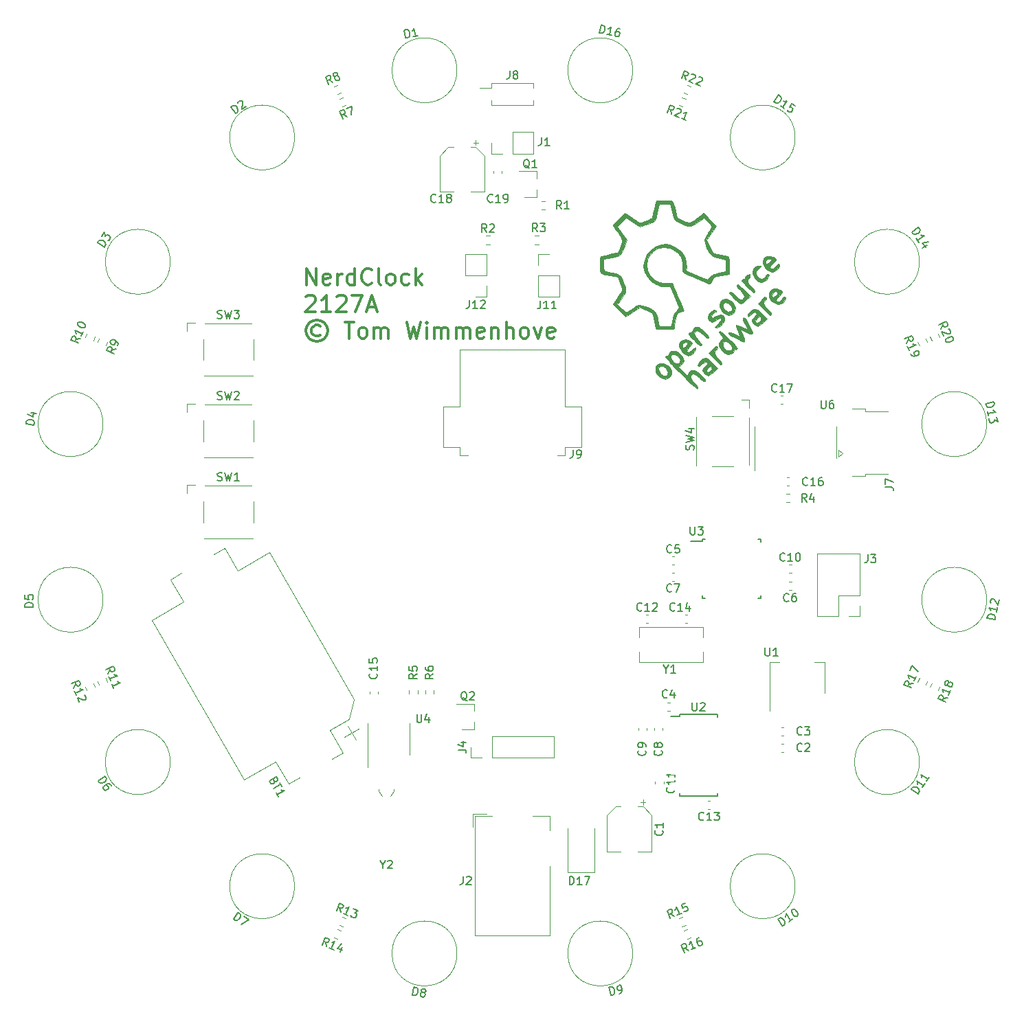
<source format=gto>
%TF.GenerationSoftware,KiCad,Pcbnew,5.1.10-88a1d61d58~88~ubuntu18.04.1*%
%TF.CreationDate,2021-07-16T18:03:04+01:00*%
%TF.ProjectId,NerdClock,4e657264-436c-46f6-936b-2e6b69636164,rev?*%
%TF.SameCoordinates,Original*%
%TF.FileFunction,Legend,Top*%
%TF.FilePolarity,Positive*%
%FSLAX46Y46*%
G04 Gerber Fmt 4.6, Leading zero omitted, Abs format (unit mm)*
G04 Created by KiCad (PCBNEW 5.1.10-88a1d61d58~88~ubuntu18.04.1) date 2021-07-16 18:03:04*
%MOMM*%
%LPD*%
G01*
G04 APERTURE LIST*
%ADD10C,0.300000*%
%ADD11C,0.120000*%
%ADD12C,0.010000*%
%ADD13C,0.150000*%
%ADD14C,0.100000*%
%ADD15C,3.500000*%
%ADD16R,1.600000X1.400000*%
%ADD17R,1.700000X1.700000*%
%ADD18O,1.700000X1.700000*%
%ADD19C,1.524000*%
%ADD20R,1.100000X0.400000*%
%ADD21R,3.400000X9.500000*%
%ADD22C,3.200000*%
%ADD23C,6.400000*%
%ADD24C,0.800000*%
%ADD25O,1.800000X4.000000*%
%ADD26O,4.000000X1.800000*%
%ADD27R,4.400000X1.800000*%
%ADD28R,2.000000X1.350000*%
%ADD29R,0.700000X1.825000*%
%ADD30R,1.500000X2.000000*%
%ADD31R,1.650000X0.400000*%
%ADD32O,1.500000X1.100000*%
%ADD33O,1.700000X1.350000*%
%ADD34R,2.500000X1.430000*%
%ADD35R,0.900000X0.800000*%
%ADD36R,1.400000X1.600000*%
%ADD37R,3.800000X2.000000*%
%ADD38R,1.600000X0.550000*%
%ADD39R,0.550000X1.600000*%
%ADD40R,1.524000X1.524000*%
%ADD41R,3.500000X1.200000*%
%ADD42C,1.000000*%
%ADD43R,3.150000X1.000000*%
%ADD44R,1.800000X2.500000*%
G04 APERTURE END LIST*
D10*
X74671190Y-72004761D02*
X74671190Y-70004761D01*
X75814047Y-72004761D01*
X75814047Y-70004761D01*
X77528333Y-71909523D02*
X77337857Y-72004761D01*
X76956904Y-72004761D01*
X76766428Y-71909523D01*
X76671190Y-71719047D01*
X76671190Y-70957142D01*
X76766428Y-70766666D01*
X76956904Y-70671428D01*
X77337857Y-70671428D01*
X77528333Y-70766666D01*
X77623571Y-70957142D01*
X77623571Y-71147619D01*
X76671190Y-71338095D01*
X78480714Y-72004761D02*
X78480714Y-70671428D01*
X78480714Y-71052380D02*
X78575952Y-70861904D01*
X78671190Y-70766666D01*
X78861666Y-70671428D01*
X79052142Y-70671428D01*
X80575952Y-72004761D02*
X80575952Y-70004761D01*
X80575952Y-71909523D02*
X80385476Y-72004761D01*
X80004523Y-72004761D01*
X79814047Y-71909523D01*
X79718809Y-71814285D01*
X79623571Y-71623809D01*
X79623571Y-71052380D01*
X79718809Y-70861904D01*
X79814047Y-70766666D01*
X80004523Y-70671428D01*
X80385476Y-70671428D01*
X80575952Y-70766666D01*
X82671190Y-71814285D02*
X82575952Y-71909523D01*
X82290238Y-72004761D01*
X82099761Y-72004761D01*
X81814047Y-71909523D01*
X81623571Y-71719047D01*
X81528333Y-71528571D01*
X81433095Y-71147619D01*
X81433095Y-70861904D01*
X81528333Y-70480952D01*
X81623571Y-70290476D01*
X81814047Y-70100000D01*
X82099761Y-70004761D01*
X82290238Y-70004761D01*
X82575952Y-70100000D01*
X82671190Y-70195238D01*
X83814047Y-72004761D02*
X83623571Y-71909523D01*
X83528333Y-71719047D01*
X83528333Y-70004761D01*
X84861666Y-72004761D02*
X84671190Y-71909523D01*
X84575952Y-71814285D01*
X84480714Y-71623809D01*
X84480714Y-71052380D01*
X84575952Y-70861904D01*
X84671190Y-70766666D01*
X84861666Y-70671428D01*
X85147380Y-70671428D01*
X85337857Y-70766666D01*
X85433095Y-70861904D01*
X85528333Y-71052380D01*
X85528333Y-71623809D01*
X85433095Y-71814285D01*
X85337857Y-71909523D01*
X85147380Y-72004761D01*
X84861666Y-72004761D01*
X87242619Y-71909523D02*
X87052142Y-72004761D01*
X86671190Y-72004761D01*
X86480714Y-71909523D01*
X86385476Y-71814285D01*
X86290238Y-71623809D01*
X86290238Y-71052380D01*
X86385476Y-70861904D01*
X86480714Y-70766666D01*
X86671190Y-70671428D01*
X87052142Y-70671428D01*
X87242619Y-70766666D01*
X88099761Y-72004761D02*
X88099761Y-70004761D01*
X88290238Y-71242857D02*
X88861666Y-72004761D01*
X88861666Y-70671428D02*
X88099761Y-71433333D01*
X74575952Y-73495238D02*
X74671190Y-73400000D01*
X74861666Y-73304761D01*
X75337857Y-73304761D01*
X75528333Y-73400000D01*
X75623571Y-73495238D01*
X75718809Y-73685714D01*
X75718809Y-73876190D01*
X75623571Y-74161904D01*
X74480714Y-75304761D01*
X75718809Y-75304761D01*
X77623571Y-75304761D02*
X76480714Y-75304761D01*
X77052142Y-75304761D02*
X77052142Y-73304761D01*
X76861666Y-73590476D01*
X76671190Y-73780952D01*
X76480714Y-73876190D01*
X78385476Y-73495238D02*
X78480714Y-73400000D01*
X78671190Y-73304761D01*
X79147380Y-73304761D01*
X79337857Y-73400000D01*
X79433095Y-73495238D01*
X79528333Y-73685714D01*
X79528333Y-73876190D01*
X79433095Y-74161904D01*
X78290238Y-75304761D01*
X79528333Y-75304761D01*
X80195000Y-73304761D02*
X81528333Y-73304761D01*
X80671190Y-75304761D01*
X82195000Y-74733333D02*
X83147380Y-74733333D01*
X82004523Y-75304761D02*
X82671190Y-73304761D01*
X83337857Y-75304761D01*
X76290238Y-77080952D02*
X76099761Y-76985714D01*
X75718809Y-76985714D01*
X75528333Y-77080952D01*
X75337857Y-77271428D01*
X75242619Y-77461904D01*
X75242619Y-77842857D01*
X75337857Y-78033333D01*
X75528333Y-78223809D01*
X75718809Y-78319047D01*
X76099761Y-78319047D01*
X76290238Y-78223809D01*
X75909285Y-76319047D02*
X75433095Y-76414285D01*
X74956904Y-76700000D01*
X74671190Y-77176190D01*
X74575952Y-77652380D01*
X74671190Y-78128571D01*
X74956904Y-78604761D01*
X75433095Y-78890476D01*
X75909285Y-78985714D01*
X76385476Y-78890476D01*
X76861666Y-78604761D01*
X77147380Y-78128571D01*
X77242619Y-77652380D01*
X77147380Y-77176190D01*
X76861666Y-76700000D01*
X76385476Y-76414285D01*
X75909285Y-76319047D01*
X79337857Y-76604761D02*
X80480714Y-76604761D01*
X79909285Y-78604761D02*
X79909285Y-76604761D01*
X81433095Y-78604761D02*
X81242619Y-78509523D01*
X81147380Y-78414285D01*
X81052142Y-78223809D01*
X81052142Y-77652380D01*
X81147380Y-77461904D01*
X81242619Y-77366666D01*
X81433095Y-77271428D01*
X81718809Y-77271428D01*
X81909285Y-77366666D01*
X82004523Y-77461904D01*
X82099761Y-77652380D01*
X82099761Y-78223809D01*
X82004523Y-78414285D01*
X81909285Y-78509523D01*
X81718809Y-78604761D01*
X81433095Y-78604761D01*
X82956904Y-78604761D02*
X82956904Y-77271428D01*
X82956904Y-77461904D02*
X83052142Y-77366666D01*
X83242619Y-77271428D01*
X83528333Y-77271428D01*
X83718809Y-77366666D01*
X83814047Y-77557142D01*
X83814047Y-78604761D01*
X83814047Y-77557142D02*
X83909285Y-77366666D01*
X84099761Y-77271428D01*
X84385476Y-77271428D01*
X84575952Y-77366666D01*
X84671190Y-77557142D01*
X84671190Y-78604761D01*
X86956904Y-76604761D02*
X87433095Y-78604761D01*
X87814047Y-77176190D01*
X88195000Y-78604761D01*
X88671190Y-76604761D01*
X89433095Y-78604761D02*
X89433095Y-77271428D01*
X89433095Y-76604761D02*
X89337857Y-76700000D01*
X89433095Y-76795238D01*
X89528333Y-76700000D01*
X89433095Y-76604761D01*
X89433095Y-76795238D01*
X90385476Y-78604761D02*
X90385476Y-77271428D01*
X90385476Y-77461904D02*
X90480714Y-77366666D01*
X90671190Y-77271428D01*
X90956904Y-77271428D01*
X91147380Y-77366666D01*
X91242619Y-77557142D01*
X91242619Y-78604761D01*
X91242619Y-77557142D02*
X91337857Y-77366666D01*
X91528333Y-77271428D01*
X91814047Y-77271428D01*
X92004523Y-77366666D01*
X92099761Y-77557142D01*
X92099761Y-78604761D01*
X93052142Y-78604761D02*
X93052142Y-77271428D01*
X93052142Y-77461904D02*
X93147380Y-77366666D01*
X93337857Y-77271428D01*
X93623571Y-77271428D01*
X93814047Y-77366666D01*
X93909285Y-77557142D01*
X93909285Y-78604761D01*
X93909285Y-77557142D02*
X94004523Y-77366666D01*
X94195000Y-77271428D01*
X94480714Y-77271428D01*
X94671190Y-77366666D01*
X94766428Y-77557142D01*
X94766428Y-78604761D01*
X96480714Y-78509523D02*
X96290238Y-78604761D01*
X95909285Y-78604761D01*
X95718809Y-78509523D01*
X95623571Y-78319047D01*
X95623571Y-77557142D01*
X95718809Y-77366666D01*
X95909285Y-77271428D01*
X96290238Y-77271428D01*
X96480714Y-77366666D01*
X96575952Y-77557142D01*
X96575952Y-77747619D01*
X95623571Y-77938095D01*
X97433095Y-77271428D02*
X97433095Y-78604761D01*
X97433095Y-77461904D02*
X97528333Y-77366666D01*
X97718809Y-77271428D01*
X98004523Y-77271428D01*
X98195000Y-77366666D01*
X98290238Y-77557142D01*
X98290238Y-78604761D01*
X99242619Y-78604761D02*
X99242619Y-76604761D01*
X100099761Y-78604761D02*
X100099761Y-77557142D01*
X100004523Y-77366666D01*
X99814047Y-77271428D01*
X99528333Y-77271428D01*
X99337857Y-77366666D01*
X99242619Y-77461904D01*
X101337857Y-78604761D02*
X101147380Y-78509523D01*
X101052142Y-78414285D01*
X100956904Y-78223809D01*
X100956904Y-77652380D01*
X101052142Y-77461904D01*
X101147380Y-77366666D01*
X101337857Y-77271428D01*
X101623571Y-77271428D01*
X101814047Y-77366666D01*
X101909285Y-77461904D01*
X102004523Y-77652380D01*
X102004523Y-78223809D01*
X101909285Y-78414285D01*
X101814047Y-78509523D01*
X101623571Y-78604761D01*
X101337857Y-78604761D01*
X102671190Y-77271428D02*
X103147380Y-78604761D01*
X103623571Y-77271428D01*
X105147380Y-78509523D02*
X104956904Y-78604761D01*
X104575952Y-78604761D01*
X104385476Y-78509523D01*
X104290238Y-78319047D01*
X104290238Y-77557142D01*
X104385476Y-77366666D01*
X104575952Y-77271428D01*
X104956904Y-77271428D01*
X105147380Y-77366666D01*
X105242619Y-77557142D01*
X105242619Y-77747619D01*
X104290238Y-77938095D01*
D11*
X67900000Y-76750000D02*
X62100000Y-76750000D01*
X68000000Y-83250000D02*
X62000000Y-83250000D01*
X68100000Y-78700000D02*
X68100000Y-81300000D01*
X61900000Y-78700000D02*
X61900000Y-81300000D01*
X59900000Y-77700000D02*
X59900000Y-76700000D01*
X59900000Y-76700000D02*
X60900000Y-76700000D01*
X105140000Y-130330000D02*
X105140000Y-127670000D01*
X97460000Y-130330000D02*
X105140000Y-130330000D01*
X97460000Y-127670000D02*
X105140000Y-127670000D01*
X97460000Y-130330000D02*
X97460000Y-127670000D01*
X96190000Y-130330000D02*
X94860000Y-130330000D01*
X94860000Y-130330000D02*
X94860000Y-129000000D01*
D12*
G36*
X119028689Y-80735445D02*
G01*
X119086713Y-80763021D01*
X119188778Y-80755142D01*
X119260414Y-80589320D01*
X119401046Y-80280473D01*
X119629764Y-80151054D01*
X119891777Y-80131243D01*
X120223306Y-80207402D01*
X120577236Y-80461809D01*
X120686081Y-80566337D01*
X121021807Y-81003198D01*
X121111342Y-81393035D01*
X120954407Y-81730917D01*
X120761296Y-81893914D01*
X120435082Y-82111390D01*
X121503733Y-83180040D01*
X121721208Y-82853826D01*
X121994464Y-82567202D01*
X122305579Y-82496158D01*
X122677785Y-82644620D01*
X123134313Y-83016519D01*
X123228390Y-83108646D01*
X123557365Y-83454080D01*
X123719168Y-83674955D01*
X123739718Y-83811736D01*
X123708386Y-83858050D01*
X123587418Y-83894921D01*
X123396726Y-83788171D01*
X123093803Y-83512579D01*
X123045862Y-83464934D01*
X122620320Y-83104425D01*
X122282772Y-82954446D01*
X122047583Y-83018065D01*
X121941802Y-83229053D01*
X121972202Y-83453965D01*
X122167577Y-83764910D01*
X122411300Y-84051277D01*
X122708671Y-84404673D01*
X122833568Y-84628887D01*
X122806205Y-84760229D01*
X122806074Y-84760361D01*
X122738976Y-84779864D01*
X122621039Y-84727541D01*
X122430299Y-84584145D01*
X122144787Y-84330431D01*
X121742541Y-83947153D01*
X121201590Y-83415064D01*
X120700000Y-82915123D01*
X120048119Y-82260351D01*
X119558716Y-81760371D01*
X119545388Y-81746231D01*
X119807425Y-81484195D01*
X120129761Y-81715001D01*
X120163447Y-81730737D01*
X120410653Y-81726276D01*
X120603477Y-81539287D01*
X120664079Y-81298677D01*
X120564432Y-81019446D01*
X120318566Y-80776210D01*
X120006088Y-80614473D01*
X119706604Y-80579736D01*
X119544112Y-80658513D01*
X119474254Y-80886102D01*
X119575474Y-81184612D01*
X119807425Y-81484195D01*
X119545388Y-81746231D01*
X119212262Y-81392796D01*
X118989232Y-81135244D01*
X118870100Y-80965330D01*
X118835339Y-80860671D01*
X118859047Y-80804763D01*
X119028689Y-80735445D01*
G37*
X119028689Y-80735445D02*
X119086713Y-80763021D01*
X119188778Y-80755142D01*
X119260414Y-80589320D01*
X119401046Y-80280473D01*
X119629764Y-80151054D01*
X119891777Y-80131243D01*
X120223306Y-80207402D01*
X120577236Y-80461809D01*
X120686081Y-80566337D01*
X121021807Y-81003198D01*
X121111342Y-81393035D01*
X120954407Y-81730917D01*
X120761296Y-81893914D01*
X120435082Y-82111390D01*
X121503733Y-83180040D01*
X121721208Y-82853826D01*
X121994464Y-82567202D01*
X122305579Y-82496158D01*
X122677785Y-82644620D01*
X123134313Y-83016519D01*
X123228390Y-83108646D01*
X123557365Y-83454080D01*
X123719168Y-83674955D01*
X123739718Y-83811736D01*
X123708386Y-83858050D01*
X123587418Y-83894921D01*
X123396726Y-83788171D01*
X123093803Y-83512579D01*
X123045862Y-83464934D01*
X122620320Y-83104425D01*
X122282772Y-82954446D01*
X122047583Y-83018065D01*
X121941802Y-83229053D01*
X121972202Y-83453965D01*
X122167577Y-83764910D01*
X122411300Y-84051277D01*
X122708671Y-84404673D01*
X122833568Y-84628887D01*
X122806205Y-84760229D01*
X122806074Y-84760361D01*
X122738976Y-84779864D01*
X122621039Y-84727541D01*
X122430299Y-84584145D01*
X122144787Y-84330431D01*
X121742541Y-83947153D01*
X121201590Y-83415064D01*
X120700000Y-82915123D01*
X120048119Y-82260351D01*
X119558716Y-81760371D01*
X119545388Y-81746231D01*
X119807425Y-81484195D01*
X120129761Y-81715001D01*
X120163447Y-81730737D01*
X120410653Y-81726276D01*
X120603477Y-81539287D01*
X120664079Y-81298677D01*
X120564432Y-81019446D01*
X120318566Y-80776210D01*
X120006088Y-80614473D01*
X119706604Y-80579736D01*
X119544112Y-80658513D01*
X119474254Y-80886102D01*
X119575474Y-81184612D01*
X119807425Y-81484195D01*
X119545388Y-81746231D01*
X119212262Y-81392796D01*
X118989232Y-81135244D01*
X118870100Y-80965330D01*
X118835339Y-80860671D01*
X118859047Y-80804763D01*
X119028689Y-80735445D01*
G36*
X123490233Y-81097828D02*
G01*
X123791336Y-81053861D01*
X124132693Y-81206340D01*
X124556703Y-81564593D01*
X124642409Y-81648983D01*
X125249294Y-82255868D01*
X124832139Y-82691837D01*
X124530081Y-82969159D01*
X124255152Y-83159741D01*
X124169475Y-83196607D01*
X123895997Y-83159287D01*
X123629507Y-82965201D01*
X123885655Y-82709053D01*
X124087459Y-82794849D01*
X124112497Y-82795386D01*
X124265553Y-82725112D01*
X124457393Y-82569301D01*
X124597438Y-82410466D01*
X124613756Y-82338751D01*
X124536131Y-82205253D01*
X124488660Y-82104637D01*
X124394026Y-82007640D01*
X124233979Y-82086452D01*
X124077204Y-82231996D01*
X123881328Y-82506946D01*
X123885655Y-82709053D01*
X123629507Y-82965201D01*
X123626490Y-82963005D01*
X123452620Y-82687185D01*
X123429997Y-82555913D01*
X123514892Y-82330310D01*
X123724435Y-82048502D01*
X123777832Y-81992552D01*
X123989632Y-81750901D01*
X124020573Y-81603623D01*
X123937399Y-81518677D01*
X123743658Y-81485827D01*
X123495634Y-81649088D01*
X123422075Y-81719692D01*
X123168208Y-81936886D01*
X122970651Y-82044398D01*
X122950406Y-82046890D01*
X122846600Y-81962257D01*
X122889587Y-81750291D01*
X123058465Y-81474429D01*
X123186981Y-81328917D01*
X123490233Y-81097828D01*
G37*
X123490233Y-81097828D02*
X123791336Y-81053861D01*
X124132693Y-81206340D01*
X124556703Y-81564593D01*
X124642409Y-81648983D01*
X125249294Y-82255868D01*
X124832139Y-82691837D01*
X124530081Y-82969159D01*
X124255152Y-83159741D01*
X124169475Y-83196607D01*
X123895997Y-83159287D01*
X123629507Y-82965201D01*
X123885655Y-82709053D01*
X124087459Y-82794849D01*
X124112497Y-82795386D01*
X124265553Y-82725112D01*
X124457393Y-82569301D01*
X124597438Y-82410466D01*
X124613756Y-82338751D01*
X124536131Y-82205253D01*
X124488660Y-82104637D01*
X124394026Y-82007640D01*
X124233979Y-82086452D01*
X124077204Y-82231996D01*
X123881328Y-82506946D01*
X123885655Y-82709053D01*
X123629507Y-82965201D01*
X123626490Y-82963005D01*
X123452620Y-82687185D01*
X123429997Y-82555913D01*
X123514892Y-82330310D01*
X123724435Y-82048502D01*
X123777832Y-81992552D01*
X123989632Y-81750901D01*
X124020573Y-81603623D01*
X123937399Y-81518677D01*
X123743658Y-81485827D01*
X123495634Y-81649088D01*
X123422075Y-81719692D01*
X123168208Y-81936886D01*
X122970651Y-82044398D01*
X122950406Y-82046890D01*
X122846600Y-81962257D01*
X122889587Y-81750291D01*
X123058465Y-81474429D01*
X123186981Y-81328917D01*
X123490233Y-81097828D01*
G36*
X124831572Y-79735697D02*
G01*
X125040450Y-79567094D01*
X125096759Y-79537769D01*
X125209798Y-79597749D01*
X125228684Y-79778356D01*
X125157887Y-79966145D01*
X125077231Y-80033765D01*
X124886433Y-80224393D01*
X124919823Y-80518929D01*
X125174609Y-80907282D01*
X125380729Y-81130067D01*
X125679232Y-81450032D01*
X125805735Y-81652444D01*
X125785460Y-81779812D01*
X125773845Y-81792591D01*
X125672989Y-81827514D01*
X125511801Y-81748933D01*
X125253139Y-81531026D01*
X124890042Y-81178196D01*
X124140944Y-80429097D01*
X124559812Y-79997371D01*
X124831572Y-79735697D01*
G37*
X124831572Y-79735697D02*
X125040450Y-79567094D01*
X125096759Y-79537769D01*
X125209798Y-79597749D01*
X125228684Y-79778356D01*
X125157887Y-79966145D01*
X125077231Y-80033765D01*
X124886433Y-80224393D01*
X124919823Y-80518929D01*
X125174609Y-80907282D01*
X125380729Y-81130067D01*
X125679232Y-81450032D01*
X125805735Y-81652444D01*
X125785460Y-81779812D01*
X125773845Y-81792591D01*
X125672989Y-81827514D01*
X125511801Y-81748933D01*
X125253139Y-81531026D01*
X124890042Y-81178196D01*
X124140944Y-80429097D01*
X124559812Y-79997371D01*
X124831572Y-79735697D01*
G36*
X125589532Y-77720418D02*
G01*
X125727978Y-77780721D01*
X125950685Y-77956426D01*
X126288564Y-78271576D01*
X126716772Y-78694402D01*
X127178006Y-79162392D01*
X127478155Y-79487385D01*
X127641261Y-79700292D01*
X127691364Y-79832024D01*
X127659698Y-79906737D01*
X127482404Y-79968138D01*
X127417232Y-79933678D01*
X127328247Y-79897706D01*
X127309469Y-80041441D01*
X127198277Y-80355170D01*
X126897044Y-80543371D01*
X126626969Y-80580256D01*
X126255900Y-80471700D01*
X125881920Y-80194276D01*
X125813862Y-80109529D01*
X126085585Y-79837806D01*
X126350427Y-80051424D01*
X126626968Y-80118414D01*
X126924189Y-80073618D01*
X127032933Y-79904866D01*
X127032146Y-79738600D01*
X126925538Y-79505690D01*
X126691234Y-79235227D01*
X126639777Y-79189536D01*
X126343701Y-78989780D01*
X126125724Y-78981762D01*
X126062620Y-79016208D01*
X125905061Y-79248676D01*
X125924922Y-79546383D01*
X126085585Y-79837806D01*
X125813862Y-80109529D01*
X125581635Y-79820348D01*
X125436769Y-79455934D01*
X125435314Y-79169799D01*
X125592428Y-78950717D01*
X125725450Y-78846590D01*
X125942246Y-78674346D01*
X125979192Y-78539892D01*
X125835970Y-78353662D01*
X125723297Y-78239743D01*
X125498622Y-77969141D01*
X125474026Y-77792896D01*
X125504437Y-77751475D01*
X125589532Y-77720418D01*
G37*
X125589532Y-77720418D02*
X125727978Y-77780721D01*
X125950685Y-77956426D01*
X126288564Y-78271576D01*
X126716772Y-78694402D01*
X127178006Y-79162392D01*
X127478155Y-79487385D01*
X127641261Y-79700292D01*
X127691364Y-79832024D01*
X127659698Y-79906737D01*
X127482404Y-79968138D01*
X127417232Y-79933678D01*
X127328247Y-79897706D01*
X127309469Y-80041441D01*
X127198277Y-80355170D01*
X126897044Y-80543371D01*
X126626969Y-80580256D01*
X126255900Y-80471700D01*
X125881920Y-80194276D01*
X125813862Y-80109529D01*
X126085585Y-79837806D01*
X126350427Y-80051424D01*
X126626968Y-80118414D01*
X126924189Y-80073618D01*
X127032933Y-79904866D01*
X127032146Y-79738600D01*
X126925538Y-79505690D01*
X126691234Y-79235227D01*
X126639777Y-79189536D01*
X126343701Y-78989780D01*
X126125724Y-78981762D01*
X126062620Y-79016208D01*
X125905061Y-79248676D01*
X125924922Y-79546383D01*
X126085585Y-79837806D01*
X125813862Y-80109529D01*
X125581635Y-79820348D01*
X125436769Y-79455934D01*
X125435314Y-79169799D01*
X125592428Y-78950717D01*
X125725450Y-78846590D01*
X125942246Y-78674346D01*
X125979192Y-78539892D01*
X125835970Y-78353662D01*
X125723297Y-78239743D01*
X125498622Y-77969141D01*
X125474026Y-77792896D01*
X125504437Y-77751475D01*
X125589532Y-77720418D01*
G36*
X128515788Y-76024754D02*
G01*
X128606466Y-76060295D01*
X128732047Y-76225818D01*
X128922508Y-76557407D01*
X129102417Y-76892474D01*
X129334759Y-77336177D01*
X129512948Y-77689214D01*
X129609222Y-77896036D01*
X129618572Y-77925149D01*
X129526795Y-78049114D01*
X129272922Y-78037968D01*
X128905321Y-77898807D01*
X128707441Y-77791450D01*
X128386081Y-77620306D01*
X128173625Y-77543752D01*
X128122682Y-77560259D01*
X128175681Y-77732825D01*
X128311389Y-78041466D01*
X128400565Y-78222935D01*
X128569282Y-78633862D01*
X128600950Y-78912425D01*
X128494606Y-79024667D01*
X128423184Y-79018027D01*
X128261836Y-78946771D01*
X127951793Y-78789631D01*
X127562983Y-78584256D01*
X127165335Y-78368295D01*
X126828778Y-78179399D01*
X126623239Y-78055215D01*
X126594836Y-78033651D01*
X126614658Y-77908798D01*
X126660199Y-77852950D01*
X126837337Y-77837620D01*
X127149331Y-77949598D01*
X127324507Y-78041766D01*
X127665526Y-78225842D01*
X127922466Y-78342359D01*
X127994110Y-78362364D01*
X128009769Y-78266703D01*
X127920641Y-78009350D01*
X127779714Y-77712860D01*
X127617650Y-77351511D01*
X127546979Y-77085881D01*
X127570402Y-76987901D01*
X127753905Y-77000974D01*
X128070170Y-77109340D01*
X128259122Y-77195280D01*
X128607118Y-77355735D01*
X128864031Y-77453813D01*
X128932001Y-77468234D01*
X128934263Y-77372152D01*
X128819923Y-77124210D01*
X128660784Y-76854127D01*
X128440013Y-76465494D01*
X128372297Y-76220258D01*
X128430036Y-76083112D01*
X128515788Y-76024754D01*
G37*
X128515788Y-76024754D02*
X128606466Y-76060295D01*
X128732047Y-76225818D01*
X128922508Y-76557407D01*
X129102417Y-76892474D01*
X129334759Y-77336177D01*
X129512948Y-77689214D01*
X129609222Y-77896036D01*
X129618572Y-77925149D01*
X129526795Y-78049114D01*
X129272922Y-78037968D01*
X128905321Y-77898807D01*
X128707441Y-77791450D01*
X128386081Y-77620306D01*
X128173625Y-77543752D01*
X128122682Y-77560259D01*
X128175681Y-77732825D01*
X128311389Y-78041466D01*
X128400565Y-78222935D01*
X128569282Y-78633862D01*
X128600950Y-78912425D01*
X128494606Y-79024667D01*
X128423184Y-79018027D01*
X128261836Y-78946771D01*
X127951793Y-78789631D01*
X127562983Y-78584256D01*
X127165335Y-78368295D01*
X126828778Y-78179399D01*
X126623239Y-78055215D01*
X126594836Y-78033651D01*
X126614658Y-77908798D01*
X126660199Y-77852950D01*
X126837337Y-77837620D01*
X127149331Y-77949598D01*
X127324507Y-78041766D01*
X127665526Y-78225842D01*
X127922466Y-78342359D01*
X127994110Y-78362364D01*
X128009769Y-78266703D01*
X127920641Y-78009350D01*
X127779714Y-77712860D01*
X127617650Y-77351511D01*
X127546979Y-77085881D01*
X127570402Y-76987901D01*
X127753905Y-77000974D01*
X128070170Y-77109340D01*
X128259122Y-77195280D01*
X128607118Y-77355735D01*
X128864031Y-77453813D01*
X128932001Y-77468234D01*
X128934263Y-77372152D01*
X128819923Y-77124210D01*
X128660784Y-76854127D01*
X128440013Y-76465494D01*
X128372297Y-76220258D01*
X128430036Y-76083112D01*
X128515788Y-76024754D01*
G36*
X129536742Y-75052254D02*
G01*
X129861855Y-74978460D01*
X130228192Y-75115011D01*
X130670529Y-75467825D01*
X130807451Y-75600877D01*
X131355868Y-76149294D01*
X130938713Y-76585263D01*
X130636656Y-76862585D01*
X130361726Y-77053166D01*
X130276049Y-77090033D01*
X130002571Y-77052713D01*
X129733064Y-76856431D01*
X129705450Y-76812626D01*
X129918509Y-76599567D01*
X130110330Y-76676257D01*
X130413169Y-76594187D01*
X130604930Y-76341509D01*
X130632163Y-76179931D01*
X130587345Y-75935535D01*
X130444161Y-75916040D01*
X130189524Y-76119676D01*
X130189137Y-76120063D01*
X129943262Y-76416929D01*
X129918509Y-76599567D01*
X129705450Y-76812626D01*
X129559194Y-76580611D01*
X129536571Y-76449339D01*
X129621462Y-76222579D01*
X129830468Y-75941998D01*
X129877821Y-75892563D01*
X130103544Y-75633317D01*
X130126049Y-75480775D01*
X129945965Y-75390104D01*
X129885069Y-75375309D01*
X129655611Y-75441579D01*
X129414980Y-75665793D01*
X129194914Y-75882928D01*
X129040876Y-75893418D01*
X129006737Y-75865622D01*
X128977444Y-75694132D01*
X129148018Y-75414490D01*
X129218070Y-75330475D01*
X129536742Y-75052254D01*
G37*
X129536742Y-75052254D02*
X129861855Y-74978460D01*
X130228192Y-75115011D01*
X130670529Y-75467825D01*
X130807451Y-75600877D01*
X131355868Y-76149294D01*
X130938713Y-76585263D01*
X130636656Y-76862585D01*
X130361726Y-77053166D01*
X130276049Y-77090033D01*
X130002571Y-77052713D01*
X129733064Y-76856431D01*
X129705450Y-76812626D01*
X129918509Y-76599567D01*
X130110330Y-76676257D01*
X130413169Y-76594187D01*
X130604930Y-76341509D01*
X130632163Y-76179931D01*
X130587345Y-75935535D01*
X130444161Y-75916040D01*
X130189524Y-76119676D01*
X130189137Y-76120063D01*
X129943262Y-76416929D01*
X129918509Y-76599567D01*
X129705450Y-76812626D01*
X129559194Y-76580611D01*
X129536571Y-76449339D01*
X129621462Y-76222579D01*
X129830468Y-75941998D01*
X129877821Y-75892563D01*
X130103544Y-75633317D01*
X130126049Y-75480775D01*
X129945965Y-75390104D01*
X129885069Y-75375309D01*
X129655611Y-75441579D01*
X129414980Y-75665793D01*
X129194914Y-75882928D01*
X129040876Y-75893418D01*
X129006737Y-75865622D01*
X128977444Y-75694132D01*
X129148018Y-75414490D01*
X129218070Y-75330475D01*
X129536742Y-75052254D01*
G36*
X130966239Y-73593131D02*
G01*
X131128628Y-73497133D01*
X131232679Y-73546158D01*
X131257058Y-73580323D01*
X131290852Y-73780681D01*
X131234067Y-73856598D01*
X131057866Y-74040881D01*
X130976045Y-74171624D01*
X130938675Y-74323008D01*
X131010526Y-74498846D01*
X131222969Y-74753667D01*
X131437457Y-74973647D01*
X131753780Y-75308284D01*
X131901216Y-75521095D01*
X131905499Y-75653465D01*
X131880419Y-75686017D01*
X131779491Y-75720953D01*
X131618198Y-75642278D01*
X131359371Y-75424170D01*
X130997711Y-75072717D01*
X130249708Y-74324713D01*
X130693993Y-73859716D01*
X130966239Y-73593131D01*
G37*
X130966239Y-73593131D02*
X131128628Y-73497133D01*
X131232679Y-73546158D01*
X131257058Y-73580323D01*
X131290852Y-73780681D01*
X131234067Y-73856598D01*
X131057866Y-74040881D01*
X130976045Y-74171624D01*
X130938675Y-74323008D01*
X131010526Y-74498846D01*
X131222969Y-74753667D01*
X131437457Y-74973647D01*
X131753780Y-75308284D01*
X131901216Y-75521095D01*
X131905499Y-75653465D01*
X131880419Y-75686017D01*
X131779491Y-75720953D01*
X131618198Y-75642278D01*
X131359371Y-75424170D01*
X130997711Y-75072717D01*
X130249708Y-74324713D01*
X130693993Y-73859716D01*
X130966239Y-73593131D01*
G36*
X132166405Y-72500834D02*
G01*
X132566664Y-72478369D01*
X132937927Y-72589013D01*
X133113933Y-72735726D01*
X133181873Y-72891555D01*
X133123143Y-73074946D01*
X132911745Y-73350376D01*
X132827424Y-73446304D01*
X132577459Y-73738029D01*
X132486179Y-73899087D01*
X132538364Y-73983946D01*
X132664095Y-74030832D01*
X132892853Y-74048360D01*
X133084638Y-73901239D01*
X133189073Y-73760320D01*
X133408745Y-73516991D01*
X133583235Y-73448530D01*
X133663180Y-73556926D01*
X133635481Y-73742336D01*
X133403994Y-74152155D01*
X133016885Y-74361553D01*
X132733542Y-74392043D01*
X132256660Y-74274079D01*
X131865867Y-73954737D01*
X131774668Y-73784041D01*
X132019399Y-73539310D01*
X132148114Y-73563743D01*
X132390526Y-73379588D01*
X132411750Y-73358634D01*
X132618403Y-73098278D01*
X132617018Y-72924094D01*
X132596021Y-72899319D01*
X132382871Y-72818334D01*
X132169980Y-72919719D01*
X132015797Y-73138600D01*
X131978772Y-73410102D01*
X132019399Y-73539310D01*
X131774668Y-73784041D01*
X131641001Y-73533858D01*
X131579407Y-73143277D01*
X131705587Y-72831487D01*
X131852825Y-72663073D01*
X132166405Y-72500834D01*
G37*
X132166405Y-72500834D02*
X132566664Y-72478369D01*
X132937927Y-72589013D01*
X133113933Y-72735726D01*
X133181873Y-72891555D01*
X133123143Y-73074946D01*
X132911745Y-73350376D01*
X132827424Y-73446304D01*
X132577459Y-73738029D01*
X132486179Y-73899087D01*
X132538364Y-73983946D01*
X132664095Y-74030832D01*
X132892853Y-74048360D01*
X133084638Y-73901239D01*
X133189073Y-73760320D01*
X133408745Y-73516991D01*
X133583235Y-73448530D01*
X133663180Y-73556926D01*
X133635481Y-73742336D01*
X133403994Y-74152155D01*
X133016885Y-74361553D01*
X132733542Y-74392043D01*
X132256660Y-74274079D01*
X131865867Y-73954737D01*
X131774668Y-73784041D01*
X132019399Y-73539310D01*
X132148114Y-73563743D01*
X132390526Y-73379588D01*
X132411750Y-73358634D01*
X132618403Y-73098278D01*
X132617018Y-72924094D01*
X132596021Y-72899319D01*
X132382871Y-72818334D01*
X132169980Y-72919719D01*
X132015797Y-73138600D01*
X131978772Y-73410102D01*
X132019399Y-73539310D01*
X131774668Y-73784041D01*
X131641001Y-73533858D01*
X131579407Y-73143277D01*
X131705587Y-72831487D01*
X131852825Y-72663073D01*
X132166405Y-72500834D01*
G36*
X118156099Y-81663491D02*
G01*
X118566681Y-81659988D01*
X118975292Y-81819358D01*
X119323228Y-82109915D01*
X119551782Y-82499971D01*
X119609540Y-82837086D01*
X119499283Y-83171073D01*
X119225170Y-83467146D01*
X118872182Y-83636459D01*
X118839183Y-83642485D01*
X118535874Y-83584843D01*
X118154306Y-83360568D01*
X118099517Y-83318176D01*
X118014914Y-83242249D01*
X118263785Y-82993379D01*
X118578599Y-83195452D01*
X118877065Y-83215772D01*
X119098168Y-83083441D01*
X119180898Y-82827561D01*
X119121103Y-82584443D01*
X118888526Y-82262267D01*
X118577731Y-82066564D01*
X118265059Y-82031110D01*
X118081064Y-82124311D01*
X118012431Y-82340865D01*
X118066070Y-82651339D01*
X118218059Y-82941943D01*
X118263785Y-82993379D01*
X118014914Y-83242249D01*
X117806699Y-83055389D01*
X117672341Y-82821692D01*
X117638633Y-82512966D01*
X117638548Y-82487929D01*
X117681235Y-82134487D01*
X117785665Y-81880519D01*
X117802254Y-81861556D01*
X118156099Y-81663491D01*
G37*
X118156099Y-81663491D02*
X118566681Y-81659988D01*
X118975292Y-81819358D01*
X119323228Y-82109915D01*
X119551782Y-82499971D01*
X119609540Y-82837086D01*
X119499283Y-83171073D01*
X119225170Y-83467146D01*
X118872182Y-83636459D01*
X118839183Y-83642485D01*
X118535874Y-83584843D01*
X118154306Y-83360568D01*
X118099517Y-83318176D01*
X118014914Y-83242249D01*
X118263785Y-82993379D01*
X118578599Y-83195452D01*
X118877065Y-83215772D01*
X119098168Y-83083441D01*
X119180898Y-82827561D01*
X119121103Y-82584443D01*
X118888526Y-82262267D01*
X118577731Y-82066564D01*
X118265059Y-82031110D01*
X118081064Y-82124311D01*
X118012431Y-82340865D01*
X118066070Y-82651339D01*
X118218059Y-82941943D01*
X118263785Y-82993379D01*
X118014914Y-83242249D01*
X117806699Y-83055389D01*
X117672341Y-82821692D01*
X117638633Y-82512966D01*
X117638548Y-82487929D01*
X117681235Y-82134487D01*
X117785665Y-81880519D01*
X117802254Y-81861556D01*
X118156099Y-81663491D01*
G36*
X120881507Y-78859363D02*
G01*
X121278123Y-78757932D01*
X121724111Y-78807692D01*
X121963753Y-78970327D01*
X122108472Y-79135259D01*
X122125234Y-79273963D01*
X121994589Y-79458950D01*
X121771045Y-79688816D01*
X121510145Y-79967958D01*
X121417154Y-80134969D01*
X121467458Y-80243400D01*
X121503716Y-80270454D01*
X121697455Y-80303303D01*
X121945480Y-80140042D01*
X122019040Y-80069439D01*
X122313428Y-79824748D01*
X122517582Y-79751822D01*
X122598141Y-79857225D01*
X122586760Y-79957746D01*
X122414157Y-80286760D01*
X122108778Y-80564565D01*
X121767881Y-80710477D01*
X121672224Y-80716421D01*
X121316751Y-80592717D01*
X120956803Y-80307261D01*
X120667711Y-79939433D01*
X120666465Y-79936200D01*
X120937678Y-79664987D01*
X121053116Y-79759243D01*
X121282805Y-79632534D01*
X121366035Y-79555011D01*
X121557401Y-79324897D01*
X121617142Y-79169609D01*
X121609021Y-79154411D01*
X121382729Y-79078445D01*
X121122981Y-79154923D01*
X120960782Y-79342718D01*
X120956397Y-79359276D01*
X120937678Y-79664987D01*
X120666465Y-79936200D01*
X120524807Y-79568618D01*
X120520395Y-79502625D01*
X120607254Y-79103754D01*
X120881507Y-78859363D01*
G37*
X120881507Y-78859363D02*
X121278123Y-78757932D01*
X121724111Y-78807692D01*
X121963753Y-78970327D01*
X122108472Y-79135259D01*
X122125234Y-79273963D01*
X121994589Y-79458950D01*
X121771045Y-79688816D01*
X121510145Y-79967958D01*
X121417154Y-80134969D01*
X121467458Y-80243400D01*
X121503716Y-80270454D01*
X121697455Y-80303303D01*
X121945480Y-80140042D01*
X122019040Y-80069439D01*
X122313428Y-79824748D01*
X122517582Y-79751822D01*
X122598141Y-79857225D01*
X122586760Y-79957746D01*
X122414157Y-80286760D01*
X122108778Y-80564565D01*
X121767881Y-80710477D01*
X121672224Y-80716421D01*
X121316751Y-80592717D01*
X120956803Y-80307261D01*
X120667711Y-79939433D01*
X120666465Y-79936200D01*
X120937678Y-79664987D01*
X121053116Y-79759243D01*
X121282805Y-79632534D01*
X121366035Y-79555011D01*
X121557401Y-79324897D01*
X121617142Y-79169609D01*
X121609021Y-79154411D01*
X121382729Y-79078445D01*
X121122981Y-79154923D01*
X120960782Y-79342718D01*
X120956397Y-79359276D01*
X120937678Y-79664987D01*
X120666465Y-79936200D01*
X120524807Y-79568618D01*
X120520395Y-79502625D01*
X120607254Y-79103754D01*
X120881507Y-78859363D01*
G36*
X121896645Y-77855863D02*
G01*
X121949435Y-77878378D01*
X122050435Y-77835613D01*
X122185489Y-77618978D01*
X122196353Y-77595480D01*
X122357106Y-77328387D01*
X122572405Y-77226635D01*
X122711986Y-77213087D01*
X122940548Y-77236575D01*
X123174703Y-77357518D01*
X123477189Y-77614725D01*
X123677403Y-77810295D01*
X124006378Y-78155728D01*
X124168181Y-78376604D01*
X124188731Y-78513385D01*
X124157399Y-78559698D01*
X124035533Y-78596585D01*
X123843528Y-78488482D01*
X123538740Y-78210270D01*
X123501840Y-78173547D01*
X123074828Y-77806734D01*
X122744226Y-77649051D01*
X122522815Y-77701769D01*
X122423379Y-77966162D01*
X122419077Y-78065784D01*
X122534892Y-78388987D01*
X122880193Y-78808920D01*
X122906577Y-78835520D01*
X123189868Y-79143583D01*
X123297684Y-79338168D01*
X123259373Y-79457724D01*
X123159439Y-79492480D01*
X122999595Y-79415071D01*
X122743029Y-79199728D01*
X122361347Y-78829106D01*
X121985478Y-78441735D01*
X121772846Y-78187236D01*
X121697684Y-78028796D01*
X121732729Y-77931081D01*
X121896645Y-77855863D01*
G37*
X121896645Y-77855863D02*
X121949435Y-77878378D01*
X122050435Y-77835613D01*
X122185489Y-77618978D01*
X122196353Y-77595480D01*
X122357106Y-77328387D01*
X122572405Y-77226635D01*
X122711986Y-77213087D01*
X122940548Y-77236575D01*
X123174703Y-77357518D01*
X123477189Y-77614725D01*
X123677403Y-77810295D01*
X124006378Y-78155728D01*
X124168181Y-78376604D01*
X124188731Y-78513385D01*
X124157399Y-78559698D01*
X124035533Y-78596585D01*
X123843528Y-78488482D01*
X123538740Y-78210270D01*
X123501840Y-78173547D01*
X123074828Y-77806734D01*
X122744226Y-77649051D01*
X122522815Y-77701769D01*
X122423379Y-77966162D01*
X122419077Y-78065784D01*
X122534892Y-78388987D01*
X122880193Y-78808920D01*
X122906577Y-78835520D01*
X123189868Y-79143583D01*
X123297684Y-79338168D01*
X123259373Y-79457724D01*
X123159439Y-79492480D01*
X122999595Y-79415071D01*
X122743029Y-79199728D01*
X122361347Y-78829106D01*
X121985478Y-78441735D01*
X121772846Y-78187236D01*
X121697684Y-78028796D01*
X121732729Y-77931081D01*
X121896645Y-77855863D01*
G36*
X124555517Y-75225358D02*
G01*
X124843349Y-75120497D01*
X125047172Y-75140771D01*
X125058785Y-75150562D01*
X125087819Y-75312338D01*
X125018578Y-75379762D01*
X124791604Y-75542045D01*
X124614466Y-75694071D01*
X124468165Y-75912769D01*
X124516074Y-76052489D01*
X124701133Y-76071417D01*
X124950684Y-75940487D01*
X125330824Y-75736775D01*
X125710052Y-75693856D01*
X125998351Y-75820720D01*
X126127731Y-76107543D01*
X126077382Y-76460906D01*
X125884292Y-76814877D01*
X125585450Y-77103524D01*
X125217845Y-77260913D01*
X125187697Y-77265704D01*
X125008146Y-77278116D01*
X124962376Y-77224972D01*
X125064536Y-77071297D01*
X125328776Y-76782113D01*
X125423538Y-76682749D01*
X125663253Y-76365787D01*
X125711735Y-76153302D01*
X125589322Y-76080327D01*
X125316347Y-76181890D01*
X125183440Y-76269146D01*
X124804900Y-76506403D01*
X124536361Y-76568503D01*
X124313009Y-76464558D01*
X124243971Y-76401207D01*
X124083507Y-76083900D01*
X124123927Y-75718485D01*
X124344901Y-75381688D01*
X124555517Y-75225358D01*
G37*
X124555517Y-75225358D02*
X124843349Y-75120497D01*
X125047172Y-75140771D01*
X125058785Y-75150562D01*
X125087819Y-75312338D01*
X125018578Y-75379762D01*
X124791604Y-75542045D01*
X124614466Y-75694071D01*
X124468165Y-75912769D01*
X124516074Y-76052489D01*
X124701133Y-76071417D01*
X124950684Y-75940487D01*
X125330824Y-75736775D01*
X125710052Y-75693856D01*
X125998351Y-75820720D01*
X126127731Y-76107543D01*
X126077382Y-76460906D01*
X125884292Y-76814877D01*
X125585450Y-77103524D01*
X125217845Y-77260913D01*
X125187697Y-77265704D01*
X125008146Y-77278116D01*
X124962376Y-77224972D01*
X125064536Y-77071297D01*
X125328776Y-76782113D01*
X125423538Y-76682749D01*
X125663253Y-76365787D01*
X125711735Y-76153302D01*
X125589322Y-76080327D01*
X125316347Y-76181890D01*
X125183440Y-76269146D01*
X124804900Y-76506403D01*
X124536361Y-76568503D01*
X124313009Y-76464558D01*
X124243971Y-76401207D01*
X124083507Y-76083900D01*
X124123927Y-75718485D01*
X124344901Y-75381688D01*
X124555517Y-75225358D01*
G36*
X126272326Y-73734825D02*
G01*
X126658372Y-73807860D01*
X127036271Y-74058610D01*
X127333176Y-74419170D01*
X127476241Y-74821634D01*
X127479197Y-74859833D01*
X127385489Y-75265719D01*
X127106380Y-75577615D01*
X126709218Y-75726683D01*
X126626969Y-75730918D01*
X126209852Y-75615833D01*
X125897805Y-75359358D01*
X126166410Y-75090754D01*
X126500356Y-75304317D01*
X126816077Y-75290213D01*
X127011021Y-75129241D01*
X127075391Y-74935619D01*
X126964399Y-74695144D01*
X126851002Y-74551423D01*
X126541498Y-74276100D01*
X126236327Y-74149081D01*
X126005231Y-74198236D01*
X125993769Y-74208856D01*
X125917573Y-74440106D01*
X125971563Y-74760214D01*
X126133381Y-75054953D01*
X126166410Y-75090754D01*
X125897805Y-75359358D01*
X125847147Y-75317722D01*
X125604632Y-74907310D01*
X125541174Y-74563485D01*
X125621242Y-74114041D01*
X125875041Y-73843980D01*
X126272326Y-73734825D01*
G37*
X126272326Y-73734825D02*
X126658372Y-73807860D01*
X127036271Y-74058610D01*
X127333176Y-74419170D01*
X127476241Y-74821634D01*
X127479197Y-74859833D01*
X127385489Y-75265719D01*
X127106380Y-75577615D01*
X126709218Y-75726683D01*
X126626969Y-75730918D01*
X126209852Y-75615833D01*
X125897805Y-75359358D01*
X126166410Y-75090754D01*
X126500356Y-75304317D01*
X126816077Y-75290213D01*
X127011021Y-75129241D01*
X127075391Y-74935619D01*
X126964399Y-74695144D01*
X126851002Y-74551423D01*
X126541498Y-74276100D01*
X126236327Y-74149081D01*
X126005231Y-74198236D01*
X125993769Y-74208856D01*
X125917573Y-74440106D01*
X125971563Y-74760214D01*
X126133381Y-75054953D01*
X126166410Y-75090754D01*
X125897805Y-75359358D01*
X125847147Y-75317722D01*
X125604632Y-74907310D01*
X125541174Y-74563485D01*
X125621242Y-74114041D01*
X125875041Y-73843980D01*
X126272326Y-73734825D01*
G36*
X127760625Y-71969176D02*
G01*
X127921918Y-72047850D01*
X128180745Y-72265958D01*
X128542405Y-72617411D01*
X129290409Y-73365414D01*
X128852888Y-73823331D01*
X128463061Y-74160646D01*
X128151335Y-74281142D01*
X128143372Y-74281248D01*
X127908780Y-74201265D01*
X127606064Y-73995525D01*
X127286635Y-73715342D01*
X127001901Y-73412028D01*
X126803272Y-73136897D01*
X126742157Y-72941261D01*
X126761673Y-72902137D01*
X126888334Y-72865262D01*
X127087327Y-72980709D01*
X127382945Y-73254002D01*
X127789299Y-73630831D01*
X128080289Y-73821180D01*
X128291681Y-73842714D01*
X128414667Y-73763615D01*
X128552849Y-73514513D01*
X128490992Y-73217170D01*
X128219159Y-72841853D01*
X128045850Y-72659670D01*
X127749918Y-72341762D01*
X127626515Y-72140746D01*
X127650524Y-72013978D01*
X127659698Y-72004112D01*
X127760625Y-71969176D01*
G37*
X127760625Y-71969176D02*
X127921918Y-72047850D01*
X128180745Y-72265958D01*
X128542405Y-72617411D01*
X129290409Y-73365414D01*
X128852888Y-73823331D01*
X128463061Y-74160646D01*
X128151335Y-74281142D01*
X128143372Y-74281248D01*
X127908780Y-74201265D01*
X127606064Y-73995525D01*
X127286635Y-73715342D01*
X127001901Y-73412028D01*
X126803272Y-73136897D01*
X126742157Y-72941261D01*
X126761673Y-72902137D01*
X126888334Y-72865262D01*
X127087327Y-72980709D01*
X127382945Y-73254002D01*
X127789299Y-73630831D01*
X128080289Y-73821180D01*
X128291681Y-73842714D01*
X128414667Y-73763615D01*
X128552849Y-73514513D01*
X128490992Y-73217170D01*
X128219159Y-72841853D01*
X128045850Y-72659670D01*
X127749918Y-72341762D01*
X127626515Y-72140746D01*
X127650524Y-72013978D01*
X127659698Y-72004112D01*
X127760625Y-71969176D01*
G36*
X128457958Y-71306176D02*
G01*
X128515982Y-71333752D01*
X128620633Y-71317253D01*
X128694004Y-71145779D01*
X128862961Y-70865776D01*
X129017433Y-70741333D01*
X129207209Y-70686596D01*
X129274944Y-70827896D01*
X129277937Y-70855972D01*
X129234606Y-71085239D01*
X129165538Y-71157140D01*
X129016868Y-71320393D01*
X128954679Y-71458140D01*
X128951962Y-71641716D01*
X129081004Y-71868089D01*
X129374103Y-72191653D01*
X129414008Y-72231777D01*
X129715379Y-72554056D01*
X129845315Y-72758058D01*
X129829143Y-72886131D01*
X129814960Y-72902137D01*
X129715026Y-72936893D01*
X129555182Y-72859484D01*
X129298616Y-72644141D01*
X128916934Y-72273519D01*
X128541065Y-71886148D01*
X128328433Y-71631649D01*
X128253271Y-71473209D01*
X128288316Y-71375494D01*
X128457958Y-71306176D01*
G37*
X128457958Y-71306176D02*
X128515982Y-71333752D01*
X128620633Y-71317253D01*
X128694004Y-71145779D01*
X128862961Y-70865776D01*
X129017433Y-70741333D01*
X129207209Y-70686596D01*
X129274944Y-70827896D01*
X129277937Y-70855972D01*
X129234606Y-71085239D01*
X129165538Y-71157140D01*
X129016868Y-71320393D01*
X128954679Y-71458140D01*
X128951962Y-71641716D01*
X129081004Y-71868089D01*
X129374103Y-72191653D01*
X129414008Y-72231777D01*
X129715379Y-72554056D01*
X129845315Y-72758058D01*
X129829143Y-72886131D01*
X129814960Y-72902137D01*
X129715026Y-72936893D01*
X129555182Y-72859484D01*
X129298616Y-72644141D01*
X128916934Y-72273519D01*
X128541065Y-71886148D01*
X128328433Y-71631649D01*
X128253271Y-71473209D01*
X128288316Y-71375494D01*
X128457958Y-71306176D01*
G36*
X130187743Y-69686619D02*
G01*
X130480367Y-69629349D01*
X130602670Y-69705290D01*
X130556982Y-69861353D01*
X130345637Y-70044449D01*
X130168110Y-70133941D01*
X129994287Y-70314763D01*
X129981366Y-70589877D01*
X130096613Y-70889188D01*
X130307296Y-71142606D01*
X130580683Y-71280037D01*
X130706254Y-71286316D01*
X130969943Y-71154261D01*
X131152456Y-70941394D01*
X131356235Y-70714151D01*
X131523446Y-70665277D01*
X131596779Y-70792432D01*
X131570022Y-70958457D01*
X131336217Y-71371055D01*
X130967725Y-71630746D01*
X130668084Y-71689803D01*
X130250967Y-71574717D01*
X129888262Y-71276607D01*
X129645747Y-70866195D01*
X129582289Y-70522369D01*
X129631138Y-70124938D01*
X129816953Y-69872105D01*
X130187743Y-69686619D01*
G37*
X130187743Y-69686619D02*
X130480367Y-69629349D01*
X130602670Y-69705290D01*
X130556982Y-69861353D01*
X130345637Y-70044449D01*
X130168110Y-70133941D01*
X129994287Y-70314763D01*
X129981366Y-70589877D01*
X130096613Y-70889188D01*
X130307296Y-71142606D01*
X130580683Y-71280037D01*
X130706254Y-71286316D01*
X130969943Y-71154261D01*
X131152456Y-70941394D01*
X131356235Y-70714151D01*
X131523446Y-70665277D01*
X131596779Y-70792432D01*
X131570022Y-70958457D01*
X131336217Y-71371055D01*
X130967725Y-71630746D01*
X130668084Y-71689803D01*
X130250967Y-71574717D01*
X129888262Y-71276607D01*
X129645747Y-70866195D01*
X129582289Y-70522369D01*
X129631138Y-70124938D01*
X129816953Y-69872105D01*
X130187743Y-69686619D01*
G36*
X131332526Y-68483015D02*
G01*
X131730029Y-68459249D01*
X132116651Y-68546181D01*
X132325350Y-68677335D01*
X132443721Y-68820086D01*
X132446075Y-68954063D01*
X132308716Y-69143304D01*
X132056864Y-69402997D01*
X131780375Y-69687802D01*
X131668310Y-69846932D01*
X131702724Y-69931512D01*
X131851389Y-69988359D01*
X132088544Y-70008127D01*
X132288592Y-69862937D01*
X132397632Y-69723351D01*
X132622129Y-69490143D01*
X132814035Y-69412520D01*
X132917177Y-69499170D01*
X132910867Y-69643955D01*
X132724276Y-69988407D01*
X132391248Y-70262248D01*
X132013958Y-70386299D01*
X131952260Y-70386770D01*
X131549347Y-70262234D01*
X131181843Y-69976890D01*
X130917655Y-69603587D01*
X130916321Y-69598018D01*
X131184831Y-69329508D01*
X131305818Y-69424202D01*
X131529577Y-69356460D01*
X131703973Y-69217073D01*
X131899181Y-69001683D01*
X131911430Y-68889948D01*
X131747509Y-68816664D01*
X131745715Y-68816121D01*
X131478777Y-68782235D01*
X131308373Y-68922868D01*
X131223852Y-69087791D01*
X131184831Y-69329508D01*
X130916321Y-69598018D01*
X130824688Y-69215170D01*
X130827253Y-69179899D01*
X130911979Y-68844563D01*
X131041325Y-68622485D01*
X131332526Y-68483015D01*
G37*
X131332526Y-68483015D02*
X131730029Y-68459249D01*
X132116651Y-68546181D01*
X132325350Y-68677335D01*
X132443721Y-68820086D01*
X132446075Y-68954063D01*
X132308716Y-69143304D01*
X132056864Y-69402997D01*
X131780375Y-69687802D01*
X131668310Y-69846932D01*
X131702724Y-69931512D01*
X131851389Y-69988359D01*
X132088544Y-70008127D01*
X132288592Y-69862937D01*
X132397632Y-69723351D01*
X132622129Y-69490143D01*
X132814035Y-69412520D01*
X132917177Y-69499170D01*
X132910867Y-69643955D01*
X132724276Y-69988407D01*
X132391248Y-70262248D01*
X132013958Y-70386299D01*
X131952260Y-70386770D01*
X131549347Y-70262234D01*
X131181843Y-69976890D01*
X130917655Y-69603587D01*
X130916321Y-69598018D01*
X131184831Y-69329508D01*
X131305818Y-69424202D01*
X131529577Y-69356460D01*
X131703973Y-69217073D01*
X131899181Y-69001683D01*
X131911430Y-68889948D01*
X131747509Y-68816664D01*
X131745715Y-68816121D01*
X131478777Y-68782235D01*
X131308373Y-68922868D01*
X131223852Y-69087791D01*
X131184831Y-69329508D01*
X130916321Y-69598018D01*
X130824688Y-69215170D01*
X130827253Y-69179899D01*
X130911979Y-68844563D01*
X131041325Y-68622485D01*
X131332526Y-68483015D01*
G36*
X114479233Y-63587061D02*
G01*
X114877978Y-63855854D01*
X115237569Y-64098389D01*
X115401699Y-64209175D01*
X115634115Y-64312210D01*
X115917061Y-64302275D01*
X116329975Y-64174211D01*
X116410110Y-64143691D01*
X116801017Y-63984490D01*
X117090066Y-63851923D01*
X117195957Y-63788919D01*
X117255984Y-63632212D01*
X117340342Y-63291659D01*
X117432891Y-62834174D01*
X117452872Y-62723780D01*
X117544713Y-62249910D01*
X117631432Y-61878579D01*
X117697071Y-61676467D01*
X117707200Y-61661232D01*
X117864452Y-61623516D01*
X118207048Y-61597053D01*
X118666412Y-61586709D01*
X118755077Y-61586926D01*
X119233756Y-61595067D01*
X119551149Y-61642157D01*
X119752611Y-61772962D01*
X119883500Y-62032251D01*
X119989173Y-62464793D01*
X120070673Y-62885446D01*
X120241731Y-63780457D01*
X120987815Y-64068986D01*
X121402709Y-64214924D01*
X121733502Y-64305098D01*
X121889417Y-64320802D01*
X122063238Y-64233316D01*
X122378351Y-64036326D01*
X122770868Y-63770052D01*
X122825879Y-63731290D01*
X123606823Y-63178490D01*
X124351247Y-63974421D01*
X125095672Y-64770352D01*
X124520770Y-65622502D01*
X123945869Y-66474652D01*
X124235424Y-67169738D01*
X124415137Y-67571227D01*
X124577988Y-67884859D01*
X124663060Y-68011275D01*
X124851545Y-68105885D01*
X125213340Y-68213463D01*
X125670337Y-68310812D01*
X125673142Y-68311306D01*
X126116316Y-68396652D01*
X126451934Y-68474918D01*
X126609753Y-68529653D01*
X126611317Y-68531061D01*
X126641229Y-68680297D01*
X126662654Y-69019132D01*
X126672075Y-69483215D01*
X126672009Y-69642562D01*
X126666527Y-70687887D01*
X125692329Y-70863044D01*
X125202312Y-70955235D01*
X124902540Y-71035715D01*
X124733088Y-71136732D01*
X124634035Y-71290534D01*
X124566784Y-71468771D01*
X124450031Y-71749909D01*
X124356804Y-71889441D01*
X124345179Y-71892965D01*
X124183879Y-71840407D01*
X123845875Y-71707924D01*
X123384293Y-71518266D01*
X122852262Y-71294181D01*
X122302909Y-71058418D01*
X121789364Y-70833727D01*
X121364752Y-70642857D01*
X121082203Y-70508557D01*
X120995498Y-70458657D01*
X120946769Y-70275749D01*
X120959831Y-69958164D01*
X120969992Y-69890270D01*
X120962503Y-69216178D01*
X120737655Y-68575345D01*
X120331187Y-68022413D01*
X119778841Y-67612021D01*
X119375222Y-67452132D01*
X118646053Y-67364849D01*
X117976976Y-67495250D01*
X117400124Y-67810087D01*
X116947627Y-68276112D01*
X116651616Y-68860079D01*
X116544222Y-69528738D01*
X116657578Y-70248842D01*
X116661290Y-70260378D01*
X116982576Y-70877765D01*
X117474011Y-71364402D01*
X118080023Y-71685371D01*
X118745041Y-71805753D01*
X119080072Y-71780191D01*
X119410746Y-71754508D01*
X119628730Y-71791603D01*
X119648459Y-71805695D01*
X119725448Y-71946942D01*
X119876057Y-72270069D01*
X120077535Y-72721948D01*
X120307136Y-73249452D01*
X120542108Y-73799454D01*
X120759704Y-74318823D01*
X120937175Y-74754433D01*
X121051770Y-75053156D01*
X121082767Y-75155377D01*
X120980462Y-75238940D01*
X120720193Y-75354575D01*
X120658573Y-75376982D01*
X120439502Y-75463397D01*
X120299606Y-75573461D01*
X120205997Y-75767728D01*
X120125779Y-76106751D01*
X120055587Y-76487050D01*
X119971256Y-76944455D01*
X119903766Y-77289231D01*
X119865405Y-77459114D01*
X119862212Y-77466731D01*
X119734965Y-77475797D01*
X119414981Y-77481472D01*
X118963512Y-77482849D01*
X118808730Y-77482275D01*
X118322855Y-77472788D01*
X117943423Y-77452353D01*
X117734829Y-77424871D01*
X117715448Y-77416099D01*
X117664695Y-77269398D01*
X117589047Y-76941680D01*
X117504514Y-76502610D01*
X117501109Y-76483340D01*
X117403888Y-76026013D01*
X117296302Y-75663434D01*
X117201549Y-75473707D01*
X117201077Y-75473258D01*
X117009074Y-75351382D01*
X116665485Y-75180260D01*
X116359540Y-75045622D01*
X115664454Y-74756067D01*
X114812304Y-75330968D01*
X113960154Y-75905869D01*
X113164223Y-75161445D01*
X112643008Y-74673959D01*
X112910132Y-74406834D01*
X113427862Y-74924564D01*
X113724027Y-75207162D01*
X113947837Y-75342105D01*
X114169452Y-75327298D01*
X114459032Y-75160650D01*
X114831046Y-74882718D01*
X115256680Y-74605226D01*
X115642217Y-74492998D01*
X116069575Y-74539813D01*
X116620671Y-74739454D01*
X116635296Y-74745726D01*
X117161630Y-74999682D01*
X117502104Y-75260157D01*
X117716202Y-75599419D01*
X117863409Y-76089736D01*
X117905916Y-76289419D01*
X118072554Y-77114565D01*
X118775884Y-77122936D01*
X119170990Y-77119192D01*
X119447966Y-77100716D01*
X119529540Y-77080983D01*
X119577948Y-76939645D01*
X119654956Y-76619931D01*
X119737094Y-76224947D01*
X119852521Y-75737407D01*
X119988548Y-75426194D01*
X120181889Y-75214150D01*
X120238472Y-75171188D01*
X120479674Y-74941449D01*
X120521761Y-74773058D01*
X120449686Y-74598409D01*
X120303477Y-74246192D01*
X120106761Y-73773276D01*
X119951453Y-73400372D01*
X119442004Y-72177768D01*
X119008857Y-72242682D01*
X118351597Y-72220568D01*
X117707926Y-71986222D01*
X117122518Y-71579504D01*
X116640045Y-71040272D01*
X116305181Y-70408387D01*
X116162597Y-69723707D01*
X116161742Y-69702346D01*
X116255631Y-68969896D01*
X116561629Y-68294112D01*
X117038303Y-67716429D01*
X117644220Y-67278281D01*
X118337947Y-67021100D01*
X118892148Y-66971940D01*
X119577815Y-67107935D01*
X120211908Y-67437578D01*
X120754565Y-67916196D01*
X121165930Y-68499117D01*
X121406143Y-69141668D01*
X121435343Y-69799174D01*
X121432483Y-69819055D01*
X121367570Y-70252202D01*
X122590174Y-70761651D01*
X123113791Y-70979684D01*
X123556568Y-71163770D01*
X123861638Y-71290283D01*
X123962860Y-71331959D01*
X124146993Y-71278759D01*
X124359394Y-71050885D01*
X124553859Y-70845166D01*
X124830016Y-70699141D01*
X125261040Y-70578569D01*
X125457932Y-70536872D01*
X126310018Y-70364793D01*
X126310018Y-68883894D01*
X125482046Y-68716685D01*
X124927134Y-68578117D01*
X124546887Y-68391888D01*
X124268900Y-68098480D01*
X124020764Y-67638376D01*
X123935528Y-67445495D01*
X123732483Y-66890629D01*
X123682120Y-66461365D01*
X123790659Y-66075788D01*
X124064321Y-65651978D01*
X124072520Y-65641244D01*
X124376153Y-65232073D01*
X124526082Y-64953350D01*
X124524398Y-64734912D01*
X124373196Y-64506604D01*
X124114367Y-64238060D01*
X123596637Y-63720329D01*
X123154956Y-64041970D01*
X122628942Y-64413227D01*
X122239788Y-64642192D01*
X121925936Y-64745154D01*
X121625831Y-64738401D01*
X121277915Y-64638218D01*
X121122293Y-64579784D01*
X120573955Y-64360076D01*
X120213511Y-64175121D01*
X119990628Y-63971553D01*
X119854978Y-63696002D01*
X119756230Y-63295100D01*
X119715957Y-63088565D01*
X119621228Y-62634580D01*
X119533456Y-62285100D01*
X119470247Y-62109455D01*
X119465916Y-62104081D01*
X119305578Y-62062590D01*
X118976359Y-62038417D01*
X118710881Y-62035653D01*
X118032351Y-62043730D01*
X117831230Y-63063646D01*
X117726414Y-63566196D01*
X117615792Y-63904617D01*
X117448439Y-64133756D01*
X117173434Y-64308459D01*
X116739851Y-64483571D01*
X116399603Y-64605526D01*
X115671057Y-64864808D01*
X114012680Y-63739305D01*
X112918469Y-64833516D01*
X114054610Y-66481254D01*
X113795329Y-67209800D01*
X113595206Y-67757412D01*
X113426975Y-68117214D01*
X113235786Y-68340133D01*
X112966798Y-68477092D01*
X112565164Y-68579015D01*
X112253448Y-68641428D01*
X111233532Y-68842549D01*
X111225455Y-69521079D01*
X111234169Y-69914717D01*
X111265228Y-70194917D01*
X111293883Y-70276114D01*
X111448119Y-70335862D01*
X111783193Y-70421954D01*
X112229771Y-70516780D01*
X112278367Y-70526155D01*
X112744079Y-70624222D01*
X113063177Y-70739138D01*
X113289029Y-70921233D01*
X113475004Y-71220837D01*
X113674471Y-71688283D01*
X113769586Y-71932491D01*
X113900654Y-72314268D01*
X113944409Y-72625113D01*
X113884565Y-72926583D01*
X113704837Y-73280236D01*
X113388936Y-73747626D01*
X113231773Y-73965153D01*
X112910132Y-74406834D01*
X112643008Y-74673959D01*
X112368292Y-74417021D01*
X112921091Y-73636077D01*
X113193593Y-73238045D01*
X113402198Y-72908855D01*
X113506688Y-72712401D01*
X113510604Y-72699615D01*
X113486646Y-72506210D01*
X113387476Y-72159081D01*
X113258788Y-71798013D01*
X112970259Y-71051929D01*
X112075247Y-70880871D01*
X111497784Y-70766244D01*
X111124318Y-70657552D01*
X110910085Y-70509437D01*
X110810313Y-70276544D01*
X110780238Y-69913515D01*
X110776728Y-69565275D01*
X110783699Y-69092333D01*
X110807652Y-68723970D01*
X110843722Y-68528761D01*
X110851033Y-68517398D01*
X111006429Y-68458619D01*
X111345882Y-68375209D01*
X111802707Y-68283128D01*
X111913583Y-68263071D01*
X112387910Y-68170890D01*
X112760117Y-68083327D01*
X112963292Y-68016523D01*
X112978721Y-68006156D01*
X113066198Y-67850651D01*
X113207386Y-67533311D01*
X113333492Y-67220309D01*
X113480191Y-66780345D01*
X113507967Y-66482571D01*
X113421978Y-66247552D01*
X113398977Y-66211897D01*
X113211338Y-65933848D01*
X112951757Y-65548906D01*
X112776863Y-65289431D01*
X112361095Y-64672469D01*
X113862271Y-63171294D01*
X114479233Y-63587061D01*
G37*
X114479233Y-63587061D02*
X114877978Y-63855854D01*
X115237569Y-64098389D01*
X115401699Y-64209175D01*
X115634115Y-64312210D01*
X115917061Y-64302275D01*
X116329975Y-64174211D01*
X116410110Y-64143691D01*
X116801017Y-63984490D01*
X117090066Y-63851923D01*
X117195957Y-63788919D01*
X117255984Y-63632212D01*
X117340342Y-63291659D01*
X117432891Y-62834174D01*
X117452872Y-62723780D01*
X117544713Y-62249910D01*
X117631432Y-61878579D01*
X117697071Y-61676467D01*
X117707200Y-61661232D01*
X117864452Y-61623516D01*
X118207048Y-61597053D01*
X118666412Y-61586709D01*
X118755077Y-61586926D01*
X119233756Y-61595067D01*
X119551149Y-61642157D01*
X119752611Y-61772962D01*
X119883500Y-62032251D01*
X119989173Y-62464793D01*
X120070673Y-62885446D01*
X120241731Y-63780457D01*
X120987815Y-64068986D01*
X121402709Y-64214924D01*
X121733502Y-64305098D01*
X121889417Y-64320802D01*
X122063238Y-64233316D01*
X122378351Y-64036326D01*
X122770868Y-63770052D01*
X122825879Y-63731290D01*
X123606823Y-63178490D01*
X124351247Y-63974421D01*
X125095672Y-64770352D01*
X124520770Y-65622502D01*
X123945869Y-66474652D01*
X124235424Y-67169738D01*
X124415137Y-67571227D01*
X124577988Y-67884859D01*
X124663060Y-68011275D01*
X124851545Y-68105885D01*
X125213340Y-68213463D01*
X125670337Y-68310812D01*
X125673142Y-68311306D01*
X126116316Y-68396652D01*
X126451934Y-68474918D01*
X126609753Y-68529653D01*
X126611317Y-68531061D01*
X126641229Y-68680297D01*
X126662654Y-69019132D01*
X126672075Y-69483215D01*
X126672009Y-69642562D01*
X126666527Y-70687887D01*
X125692329Y-70863044D01*
X125202312Y-70955235D01*
X124902540Y-71035715D01*
X124733088Y-71136732D01*
X124634035Y-71290534D01*
X124566784Y-71468771D01*
X124450031Y-71749909D01*
X124356804Y-71889441D01*
X124345179Y-71892965D01*
X124183879Y-71840407D01*
X123845875Y-71707924D01*
X123384293Y-71518266D01*
X122852262Y-71294181D01*
X122302909Y-71058418D01*
X121789364Y-70833727D01*
X121364752Y-70642857D01*
X121082203Y-70508557D01*
X120995498Y-70458657D01*
X120946769Y-70275749D01*
X120959831Y-69958164D01*
X120969992Y-69890270D01*
X120962503Y-69216178D01*
X120737655Y-68575345D01*
X120331187Y-68022413D01*
X119778841Y-67612021D01*
X119375222Y-67452132D01*
X118646053Y-67364849D01*
X117976976Y-67495250D01*
X117400124Y-67810087D01*
X116947627Y-68276112D01*
X116651616Y-68860079D01*
X116544222Y-69528738D01*
X116657578Y-70248842D01*
X116661290Y-70260378D01*
X116982576Y-70877765D01*
X117474011Y-71364402D01*
X118080023Y-71685371D01*
X118745041Y-71805753D01*
X119080072Y-71780191D01*
X119410746Y-71754508D01*
X119628730Y-71791603D01*
X119648459Y-71805695D01*
X119725448Y-71946942D01*
X119876057Y-72270069D01*
X120077535Y-72721948D01*
X120307136Y-73249452D01*
X120542108Y-73799454D01*
X120759704Y-74318823D01*
X120937175Y-74754433D01*
X121051770Y-75053156D01*
X121082767Y-75155377D01*
X120980462Y-75238940D01*
X120720193Y-75354575D01*
X120658573Y-75376982D01*
X120439502Y-75463397D01*
X120299606Y-75573461D01*
X120205997Y-75767728D01*
X120125779Y-76106751D01*
X120055587Y-76487050D01*
X119971256Y-76944455D01*
X119903766Y-77289231D01*
X119865405Y-77459114D01*
X119862212Y-77466731D01*
X119734965Y-77475797D01*
X119414981Y-77481472D01*
X118963512Y-77482849D01*
X118808730Y-77482275D01*
X118322855Y-77472788D01*
X117943423Y-77452353D01*
X117734829Y-77424871D01*
X117715448Y-77416099D01*
X117664695Y-77269398D01*
X117589047Y-76941680D01*
X117504514Y-76502610D01*
X117501109Y-76483340D01*
X117403888Y-76026013D01*
X117296302Y-75663434D01*
X117201549Y-75473707D01*
X117201077Y-75473258D01*
X117009074Y-75351382D01*
X116665485Y-75180260D01*
X116359540Y-75045622D01*
X115664454Y-74756067D01*
X114812304Y-75330968D01*
X113960154Y-75905869D01*
X113164223Y-75161445D01*
X112643008Y-74673959D01*
X112910132Y-74406834D01*
X113427862Y-74924564D01*
X113724027Y-75207162D01*
X113947837Y-75342105D01*
X114169452Y-75327298D01*
X114459032Y-75160650D01*
X114831046Y-74882718D01*
X115256680Y-74605226D01*
X115642217Y-74492998D01*
X116069575Y-74539813D01*
X116620671Y-74739454D01*
X116635296Y-74745726D01*
X117161630Y-74999682D01*
X117502104Y-75260157D01*
X117716202Y-75599419D01*
X117863409Y-76089736D01*
X117905916Y-76289419D01*
X118072554Y-77114565D01*
X118775884Y-77122936D01*
X119170990Y-77119192D01*
X119447966Y-77100716D01*
X119529540Y-77080983D01*
X119577948Y-76939645D01*
X119654956Y-76619931D01*
X119737094Y-76224947D01*
X119852521Y-75737407D01*
X119988548Y-75426194D01*
X120181889Y-75214150D01*
X120238472Y-75171188D01*
X120479674Y-74941449D01*
X120521761Y-74773058D01*
X120449686Y-74598409D01*
X120303477Y-74246192D01*
X120106761Y-73773276D01*
X119951453Y-73400372D01*
X119442004Y-72177768D01*
X119008857Y-72242682D01*
X118351597Y-72220568D01*
X117707926Y-71986222D01*
X117122518Y-71579504D01*
X116640045Y-71040272D01*
X116305181Y-70408387D01*
X116162597Y-69723707D01*
X116161742Y-69702346D01*
X116255631Y-68969896D01*
X116561629Y-68294112D01*
X117038303Y-67716429D01*
X117644220Y-67278281D01*
X118337947Y-67021100D01*
X118892148Y-66971940D01*
X119577815Y-67107935D01*
X120211908Y-67437578D01*
X120754565Y-67916196D01*
X121165930Y-68499117D01*
X121406143Y-69141668D01*
X121435343Y-69799174D01*
X121432483Y-69819055D01*
X121367570Y-70252202D01*
X122590174Y-70761651D01*
X123113791Y-70979684D01*
X123556568Y-71163770D01*
X123861638Y-71290283D01*
X123962860Y-71331959D01*
X124146993Y-71278759D01*
X124359394Y-71050885D01*
X124553859Y-70845166D01*
X124830016Y-70699141D01*
X125261040Y-70578569D01*
X125457932Y-70536872D01*
X126310018Y-70364793D01*
X126310018Y-68883894D01*
X125482046Y-68716685D01*
X124927134Y-68578117D01*
X124546887Y-68391888D01*
X124268900Y-68098480D01*
X124020764Y-67638376D01*
X123935528Y-67445495D01*
X123732483Y-66890629D01*
X123682120Y-66461365D01*
X123790659Y-66075788D01*
X124064321Y-65651978D01*
X124072520Y-65641244D01*
X124376153Y-65232073D01*
X124526082Y-64953350D01*
X124524398Y-64734912D01*
X124373196Y-64506604D01*
X124114367Y-64238060D01*
X123596637Y-63720329D01*
X123154956Y-64041970D01*
X122628942Y-64413227D01*
X122239788Y-64642192D01*
X121925936Y-64745154D01*
X121625831Y-64738401D01*
X121277915Y-64638218D01*
X121122293Y-64579784D01*
X120573955Y-64360076D01*
X120213511Y-64175121D01*
X119990628Y-63971553D01*
X119854978Y-63696002D01*
X119756230Y-63295100D01*
X119715957Y-63088565D01*
X119621228Y-62634580D01*
X119533456Y-62285100D01*
X119470247Y-62109455D01*
X119465916Y-62104081D01*
X119305578Y-62062590D01*
X118976359Y-62038417D01*
X118710881Y-62035653D01*
X118032351Y-62043730D01*
X117831230Y-63063646D01*
X117726414Y-63566196D01*
X117615792Y-63904617D01*
X117448439Y-64133756D01*
X117173434Y-64308459D01*
X116739851Y-64483571D01*
X116399603Y-64605526D01*
X115671057Y-64864808D01*
X114012680Y-63739305D01*
X112918469Y-64833516D01*
X114054610Y-66481254D01*
X113795329Y-67209800D01*
X113595206Y-67757412D01*
X113426975Y-68117214D01*
X113235786Y-68340133D01*
X112966798Y-68477092D01*
X112565164Y-68579015D01*
X112253448Y-68641428D01*
X111233532Y-68842549D01*
X111225455Y-69521079D01*
X111234169Y-69914717D01*
X111265228Y-70194917D01*
X111293883Y-70276114D01*
X111448119Y-70335862D01*
X111783193Y-70421954D01*
X112229771Y-70516780D01*
X112278367Y-70526155D01*
X112744079Y-70624222D01*
X113063177Y-70739138D01*
X113289029Y-70921233D01*
X113475004Y-71220837D01*
X113674471Y-71688283D01*
X113769586Y-71932491D01*
X113900654Y-72314268D01*
X113944409Y-72625113D01*
X113884565Y-72926583D01*
X113704837Y-73280236D01*
X113388936Y-73747626D01*
X113231773Y-73965153D01*
X112910132Y-74406834D01*
X112643008Y-74673959D01*
X112368292Y-74417021D01*
X112921091Y-73636077D01*
X113193593Y-73238045D01*
X113402198Y-72908855D01*
X113506688Y-72712401D01*
X113510604Y-72699615D01*
X113486646Y-72506210D01*
X113387476Y-72159081D01*
X113258788Y-71798013D01*
X112970259Y-71051929D01*
X112075247Y-70880871D01*
X111497784Y-70766244D01*
X111124318Y-70657552D01*
X110910085Y-70509437D01*
X110810313Y-70276544D01*
X110780238Y-69913515D01*
X110776728Y-69565275D01*
X110783699Y-69092333D01*
X110807652Y-68723970D01*
X110843722Y-68528761D01*
X110851033Y-68517398D01*
X111006429Y-68458619D01*
X111345882Y-68375209D01*
X111802707Y-68283128D01*
X111913583Y-68263071D01*
X112387910Y-68170890D01*
X112760117Y-68083327D01*
X112963292Y-68016523D01*
X112978721Y-68006156D01*
X113066198Y-67850651D01*
X113207386Y-67533311D01*
X113333492Y-67220309D01*
X113480191Y-66780345D01*
X113507967Y-66482571D01*
X113421978Y-66247552D01*
X113398977Y-66211897D01*
X113211338Y-65933848D01*
X112951757Y-65548906D01*
X112776863Y-65289431D01*
X112361095Y-64672469D01*
X113862271Y-63171294D01*
X114479233Y-63587061D01*
D11*
X93500000Y-80000000D02*
X106500000Y-80000000D01*
X93500000Y-87000000D02*
X93500000Y-80000000D01*
X91500000Y-87000000D02*
X93500000Y-87000000D01*
X91500000Y-92000000D02*
X91500000Y-87000000D01*
X93500000Y-92000000D02*
X91500000Y-92000000D01*
X93500000Y-93000000D02*
X93500000Y-92000000D01*
X94500000Y-93000000D02*
X93500000Y-93000000D01*
X106500000Y-87000000D02*
X106500000Y-80000000D01*
X108500000Y-87000000D02*
X106500000Y-87000000D01*
X108500000Y-92000000D02*
X108500000Y-87000000D01*
X106500000Y-92000000D02*
X108500000Y-92000000D01*
X106500000Y-93000000D02*
X106500000Y-92000000D01*
X105500000Y-93000000D02*
X106500000Y-93000000D01*
D13*
X120581000Y-125213000D02*
X119506000Y-125213000D01*
X120581000Y-134988800D02*
X125231000Y-134988800D01*
X120581000Y-124988000D02*
X125231000Y-124988000D01*
X120581000Y-134988800D02*
X120581000Y-134663800D01*
X125231000Y-134988800D02*
X125231000Y-134663800D01*
X125231000Y-124988000D02*
X125231000Y-125313000D01*
X120581000Y-124988000D02*
X120581000Y-125213000D01*
D11*
X66159198Y-107245612D02*
X64559198Y-104474330D01*
X64559198Y-104474330D02*
X63216858Y-105249330D01*
X70056312Y-104995612D02*
X66159198Y-107245612D01*
X70056312Y-104995612D02*
X80506312Y-123095543D01*
X79847466Y-125554388D02*
X77509198Y-126904388D01*
X80506312Y-123095543D02*
X79847466Y-125554388D01*
X77509198Y-126904388D02*
X79109198Y-129675670D01*
X79109198Y-129675670D02*
X77766858Y-130450670D01*
X70840802Y-130754388D02*
X72440802Y-133525670D01*
X72440802Y-133525670D02*
X73783142Y-132750670D01*
X59490802Y-111095612D02*
X57890802Y-108324330D01*
X57890802Y-108324330D02*
X59233142Y-107549330D01*
X66943688Y-133004388D02*
X55593688Y-113345612D01*
X66943688Y-133004388D02*
X70840802Y-130754388D01*
X55593688Y-113345612D02*
X59490802Y-111095612D01*
X79330127Y-127758330D02*
X81062178Y-126758330D01*
X79696152Y-126392305D02*
X80696152Y-128124356D01*
X116397500Y-135787500D02*
X115772500Y-135787500D01*
X116085000Y-135475000D02*
X116085000Y-136100000D01*
X112704437Y-136340000D02*
X111640000Y-137404437D01*
X116095563Y-136340000D02*
X117160000Y-137404437D01*
X116095563Y-136340000D02*
X115460000Y-136340000D01*
X112704437Y-136340000D02*
X113340000Y-136340000D01*
X111640000Y-137404437D02*
X111640000Y-141860000D01*
X117160000Y-137404437D02*
X117160000Y-141860000D01*
X117160000Y-141860000D02*
X115460000Y-141860000D01*
X111640000Y-141860000D02*
X113340000Y-141860000D01*
X133434580Y-129598000D02*
X133153420Y-129598000D01*
X133434580Y-128578000D02*
X133153420Y-128578000D01*
X133434580Y-126546000D02*
X133153420Y-126546000D01*
X133434580Y-127566000D02*
X133153420Y-127566000D01*
X119390580Y-123490000D02*
X119109420Y-123490000D01*
X119390580Y-124510000D02*
X119109420Y-124510000D01*
X119940580Y-106510000D02*
X119659420Y-106510000D01*
X119940580Y-105490000D02*
X119659420Y-105490000D01*
X134109420Y-108575001D02*
X134390580Y-108575001D01*
X134109420Y-109595001D02*
X134390580Y-109595001D01*
X119940580Y-107490000D02*
X119659420Y-107490000D01*
X119940580Y-108510000D02*
X119659420Y-108510000D01*
X118510000Y-126609420D02*
X118510000Y-126890580D01*
X117490000Y-126609420D02*
X117490000Y-126890580D01*
X115490000Y-126609420D02*
X115490000Y-126890580D01*
X116510000Y-126609420D02*
X116510000Y-126890580D01*
X134390580Y-107510000D02*
X134109420Y-107510000D01*
X134390580Y-106490000D02*
X134109420Y-106490000D01*
X117600000Y-133209420D02*
X117600000Y-133490580D01*
X118620000Y-133209420D02*
X118620000Y-133490580D01*
X116726580Y-112690000D02*
X116445420Y-112690000D01*
X116726580Y-113710000D02*
X116445420Y-113710000D01*
X124358580Y-136654000D02*
X124077420Y-136654000D01*
X124358580Y-135634000D02*
X124077420Y-135634000D01*
X121271420Y-113710000D02*
X121552580Y-113710000D01*
X121271420Y-112690000D02*
X121552580Y-112690000D01*
X82390000Y-122440580D02*
X82390000Y-122159420D01*
X83410000Y-122440580D02*
X83410000Y-122159420D01*
X134090580Y-96776000D02*
X133809420Y-96776000D01*
X134090580Y-95756000D02*
X133809420Y-95756000D01*
X133059420Y-86710000D02*
X133340580Y-86710000D01*
X133059420Y-85690000D02*
X133340580Y-85690000D01*
X93172000Y-45566000D02*
G75*
G03*
X93172000Y-45566000I-4000000J0D01*
G01*
X73166000Y-53853000D02*
G75*
G03*
X73166000Y-53853000I-4000000J0D01*
G01*
X57853000Y-69166000D02*
G75*
G03*
X57853000Y-69166000I-4000000J0D01*
G01*
X49566000Y-89172000D02*
G75*
G03*
X49566000Y-89172000I-4000000J0D01*
G01*
X49566000Y-110828000D02*
G75*
G03*
X49566000Y-110828000I-4000000J0D01*
G01*
X57853000Y-130834000D02*
G75*
G03*
X57853000Y-130834000I-4000000J0D01*
G01*
X73166000Y-146147000D02*
G75*
G03*
X73166000Y-146147000I-4000000J0D01*
G01*
X93172000Y-154434000D02*
G75*
G03*
X93172000Y-154434000I-4000000J0D01*
G01*
X114828000Y-154434000D02*
G75*
G03*
X114828000Y-154434000I-4000000J0D01*
G01*
X134834000Y-146147000D02*
G75*
G03*
X134834000Y-146147000I-4000000J0D01*
G01*
X150147000Y-130834000D02*
G75*
G03*
X150147000Y-130834000I-4000000J0D01*
G01*
X158434000Y-110828000D02*
G75*
G03*
X158434000Y-110828000I-4000000J0D01*
G01*
X158434000Y-89172000D02*
G75*
G03*
X158434000Y-89172000I-4000000J0D01*
G01*
X150147000Y-69166000D02*
G75*
G03*
X150147000Y-69166000I-4000000J0D01*
G01*
X134834000Y-53853000D02*
G75*
G03*
X134834000Y-53853000I-4000000J0D01*
G01*
X114828000Y-45566000D02*
G75*
G03*
X114828000Y-45566000I-4000000J0D01*
G01*
X102600000Y-55830000D02*
X102600000Y-53170000D01*
X100000000Y-55830000D02*
X102600000Y-55830000D01*
X100000000Y-53170000D02*
X102600000Y-53170000D01*
X100000000Y-55830000D02*
X100000000Y-53170000D01*
X98730000Y-55830000D02*
X97400000Y-55830000D01*
X97400000Y-55830000D02*
X97400000Y-54500000D01*
X95400000Y-137500000D02*
X97500000Y-137500000D01*
X95100000Y-137200000D02*
X95100000Y-138800000D01*
X96800000Y-137200000D02*
X95100000Y-137200000D01*
X104600000Y-137500000D02*
X104600000Y-139300000D01*
X102500000Y-137500000D02*
X104600000Y-137500000D01*
X95400000Y-152200000D02*
X95400000Y-137500000D01*
X104600000Y-152200000D02*
X95400000Y-152200000D01*
X104600000Y-143700000D02*
X104600000Y-152200000D01*
X142780000Y-112880000D02*
X141450000Y-112880000D01*
X142780000Y-111550000D02*
X142780000Y-112880000D01*
X140180000Y-112880000D02*
X137580000Y-112880000D01*
X140180000Y-110280000D02*
X140180000Y-112880000D01*
X142780000Y-110280000D02*
X140180000Y-110280000D01*
X137580000Y-112880000D02*
X137580000Y-105140000D01*
X142780000Y-110280000D02*
X142780000Y-105140000D01*
X142780000Y-105140000D02*
X137580000Y-105140000D01*
X140645000Y-92765000D02*
X140195000Y-93165000D01*
X140195000Y-93165000D02*
X140195000Y-92365000D01*
X140195000Y-92365000D02*
X140645000Y-92765000D01*
X146245000Y-87615000D02*
X143445000Y-87615000D01*
X143445000Y-87615000D02*
X143445000Y-87315000D01*
X143445000Y-87315000D02*
X141895000Y-87315000D01*
X146245000Y-95315000D02*
X143445000Y-95315000D01*
X143445000Y-95615000D02*
X143445000Y-95315000D01*
X143445000Y-95615000D02*
X141895000Y-95615000D01*
X102960000Y-61180000D02*
X102960000Y-60250000D01*
X102960000Y-58020000D02*
X102960000Y-58950000D01*
X102960000Y-58020000D02*
X100800000Y-58020000D01*
X102960000Y-61180000D02*
X101500000Y-61180000D01*
X95260000Y-126802000D02*
X93800000Y-126802000D01*
X95260000Y-123642000D02*
X93100000Y-123642000D01*
X95260000Y-123642000D02*
X95260000Y-124572000D01*
X95260000Y-126802000D02*
X95260000Y-125872000D01*
X104037258Y-62722500D02*
X103562742Y-62722500D01*
X104037258Y-61677500D02*
X103562742Y-61677500D01*
X96762742Y-65977500D02*
X97237258Y-65977500D01*
X96762742Y-67022500D02*
X97237258Y-67022500D01*
X103237258Y-65977500D02*
X102762742Y-65977500D01*
X103237258Y-67022500D02*
X102762742Y-67022500D01*
X133712742Y-97775500D02*
X134187258Y-97775500D01*
X133712742Y-98820500D02*
X134187258Y-98820500D01*
X88322500Y-122437258D02*
X88322500Y-121962742D01*
X87277500Y-122437258D02*
X87277500Y-121962742D01*
X89277500Y-122437258D02*
X89277500Y-121962742D01*
X90322500Y-122437258D02*
X90322500Y-121962742D01*
X79496150Y-49878932D02*
X79057754Y-50060522D01*
X79096246Y-48913478D02*
X78657850Y-49095068D01*
X78464246Y-47388478D02*
X78025850Y-47570068D01*
X78864150Y-48353932D02*
X78425754Y-48535522D01*
X49095068Y-78657850D02*
X48913478Y-79096246D01*
X50060522Y-79057754D02*
X49878932Y-79496150D01*
X48535522Y-78425754D02*
X48353932Y-78864150D01*
X47570068Y-78025850D02*
X47388478Y-78464246D01*
X49878932Y-120503850D02*
X50060522Y-120942246D01*
X48913478Y-120903754D02*
X49095068Y-121342150D01*
X47388478Y-121535754D02*
X47570068Y-121974150D01*
X48353932Y-121135850D02*
X48535522Y-121574246D01*
X79057754Y-149939478D02*
X79496150Y-150121068D01*
X78657850Y-150904932D02*
X79096246Y-151086522D01*
X78025850Y-152429932D02*
X78464246Y-152611522D01*
X78425754Y-151464478D02*
X78864150Y-151646068D01*
X120903754Y-151086522D02*
X121342150Y-150904932D01*
X120503850Y-150121068D02*
X120942246Y-149939478D01*
X121535754Y-152611522D02*
X121974150Y-152429932D01*
X121135850Y-151646068D02*
X121574246Y-151464478D01*
X149939478Y-120942246D02*
X150121068Y-120503850D01*
X150904932Y-121342150D02*
X151086522Y-120903754D01*
X152429932Y-121974150D02*
X152611522Y-121535754D01*
X151464478Y-121574246D02*
X151646068Y-121135850D01*
X150121068Y-79496150D02*
X149939478Y-79057754D01*
X151086522Y-79096246D02*
X150904932Y-78657850D01*
X151646068Y-78864150D02*
X151464478Y-78425754D01*
X152611522Y-78464246D02*
X152429932Y-78025850D01*
X121342150Y-49095068D02*
X120903754Y-48913478D01*
X120942246Y-50060522D02*
X120503850Y-49878932D01*
X121574246Y-48535522D02*
X121135850Y-48353932D01*
X121974150Y-47570068D02*
X121535754Y-47388478D01*
X59900000Y-96700000D02*
X60900000Y-96700000D01*
X59900000Y-97700000D02*
X59900000Y-96700000D01*
X61900000Y-98700000D02*
X61900000Y-101300000D01*
X68100000Y-98700000D02*
X68100000Y-101300000D01*
X68000000Y-103250000D02*
X62000000Y-103250000D01*
X67900000Y-96750000D02*
X62100000Y-96750000D01*
X67900000Y-86750000D02*
X62100000Y-86750000D01*
X68000000Y-93250000D02*
X62000000Y-93250000D01*
X68100000Y-88700000D02*
X68100000Y-91300000D01*
X61900000Y-88700000D02*
X61900000Y-91300000D01*
X59900000Y-87700000D02*
X59900000Y-86700000D01*
X59900000Y-86700000D02*
X60900000Y-86700000D01*
X129200000Y-86200000D02*
X129200000Y-87200000D01*
X128200000Y-86200000D02*
X129200000Y-86200000D01*
X127200000Y-88200000D02*
X124600000Y-88200000D01*
X127200000Y-94400000D02*
X124600000Y-94400000D01*
X122650000Y-94300000D02*
X122650000Y-88300000D01*
X129150000Y-94200000D02*
X129150000Y-88400000D01*
X131662000Y-124552000D02*
X131662000Y-118542000D01*
X138482000Y-122302000D02*
X138482000Y-118542000D01*
X131662000Y-118542000D02*
X132922000Y-118542000D01*
X138482000Y-118542000D02*
X137222000Y-118542000D01*
D13*
X123375000Y-103600000D02*
X121950000Y-103600000D01*
X130625000Y-103375000D02*
X130300000Y-103375000D01*
X130625000Y-110625000D02*
X130300000Y-110625000D01*
X123375000Y-110625000D02*
X123700000Y-110625000D01*
X123375000Y-103375000D02*
X123700000Y-103375000D01*
X123375000Y-110625000D02*
X123375000Y-110300000D01*
X130625000Y-110625000D02*
X130625000Y-110300000D01*
X130625000Y-103375000D02*
X130625000Y-103700000D01*
X123375000Y-103375000D02*
X123375000Y-103600000D01*
D11*
X82190000Y-128000000D02*
X82190000Y-131450000D01*
X82190000Y-128000000D02*
X82190000Y-126050000D01*
X87310000Y-128000000D02*
X87310000Y-129950000D01*
X87310000Y-128000000D02*
X87310000Y-126050000D01*
X129814000Y-91440000D02*
X129814000Y-94890000D01*
X129814000Y-91440000D02*
X129814000Y-89490000D01*
X139934000Y-91440000D02*
X139934000Y-93390000D01*
X139934000Y-91440000D02*
X139934000Y-89490000D01*
X123470000Y-118520000D02*
X123470000Y-117250000D01*
X115630000Y-118520000D02*
X115630000Y-117250000D01*
X115630000Y-118520000D02*
X123470000Y-118520000D01*
X123470000Y-114180000D02*
X123470000Y-115450000D01*
X115630000Y-114180000D02*
X115630000Y-115450000D01*
X115630000Y-114180000D02*
X123470000Y-114180000D01*
X85400000Y-134400000D02*
X85400000Y-134200000D01*
X84800000Y-135300000D02*
X85400000Y-134400000D01*
X83500000Y-134400000D02*
X83500000Y-134200000D01*
X84100000Y-135300000D02*
X83500000Y-134400000D01*
X85680000Y-135300000D02*
X83220000Y-135300000D01*
X85680000Y-142200000D02*
X85680000Y-135300000D01*
X83220000Y-142200000D02*
X85680000Y-142200000D01*
X83220000Y-135300000D02*
X83220000Y-142200000D01*
X97400000Y-47170000D02*
X102600000Y-47170000D01*
X97400000Y-49830000D02*
X102600000Y-49830000D01*
X95960000Y-47740000D02*
X97400000Y-47740000D01*
X97400000Y-47170000D02*
X97400000Y-47740000D01*
X102600000Y-47170000D02*
X102600000Y-47740000D01*
X97400000Y-49260000D02*
X97400000Y-49830000D01*
X102600000Y-49260000D02*
X102600000Y-49830000D01*
X103170000Y-73466000D02*
X105830000Y-73466000D01*
X103170000Y-70866000D02*
X103170000Y-73466000D01*
X105830000Y-70866000D02*
X105830000Y-73466000D01*
X103170000Y-70866000D02*
X105830000Y-70866000D01*
X103170000Y-69596000D02*
X103170000Y-68266000D01*
X103170000Y-68266000D02*
X104500000Y-68266000D01*
X96830000Y-73466000D02*
X95500000Y-73466000D01*
X96830000Y-72136000D02*
X96830000Y-73466000D01*
X96830000Y-70866000D02*
X94170000Y-70866000D01*
X94170000Y-70866000D02*
X94170000Y-68266000D01*
X96830000Y-70866000D02*
X96830000Y-68266000D01*
X96830000Y-68266000D02*
X94170000Y-68266000D01*
X106850000Y-144400000D02*
X106850000Y-139000000D01*
X110150000Y-144400000D02*
X110150000Y-139000000D01*
X106850000Y-144400000D02*
X110150000Y-144400000D01*
X95797500Y-54487500D02*
X95172500Y-54487500D01*
X95485000Y-54175000D02*
X95485000Y-54800000D01*
X92104437Y-55040000D02*
X91040000Y-56104437D01*
X95495563Y-55040000D02*
X96560000Y-56104437D01*
X95495563Y-55040000D02*
X94860000Y-55040000D01*
X92104437Y-55040000D02*
X92740000Y-55040000D01*
X91040000Y-56104437D02*
X91040000Y-60560000D01*
X96560000Y-56104437D02*
X96560000Y-60560000D01*
X96560000Y-60560000D02*
X94860000Y-60560000D01*
X91040000Y-60560000D02*
X92740000Y-60560000D01*
X97690000Y-57959420D02*
X97690000Y-58240580D01*
X98710000Y-57959420D02*
X98710000Y-58240580D01*
D13*
X63666666Y-76104761D02*
X63809523Y-76152380D01*
X64047619Y-76152380D01*
X64142857Y-76104761D01*
X64190476Y-76057142D01*
X64238095Y-75961904D01*
X64238095Y-75866666D01*
X64190476Y-75771428D01*
X64142857Y-75723809D01*
X64047619Y-75676190D01*
X63857142Y-75628571D01*
X63761904Y-75580952D01*
X63714285Y-75533333D01*
X63666666Y-75438095D01*
X63666666Y-75342857D01*
X63714285Y-75247619D01*
X63761904Y-75200000D01*
X63857142Y-75152380D01*
X64095238Y-75152380D01*
X64238095Y-75200000D01*
X64571428Y-75152380D02*
X64809523Y-76152380D01*
X65000000Y-75438095D01*
X65190476Y-76152380D01*
X65428571Y-75152380D01*
X65714285Y-75152380D02*
X66333333Y-75152380D01*
X66000000Y-75533333D01*
X66142857Y-75533333D01*
X66238095Y-75580952D01*
X66285714Y-75628571D01*
X66333333Y-75723809D01*
X66333333Y-75961904D01*
X66285714Y-76057142D01*
X66238095Y-76104761D01*
X66142857Y-76152380D01*
X65857142Y-76152380D01*
X65761904Y-76104761D01*
X65714285Y-76057142D01*
X93312380Y-129333333D02*
X94026666Y-129333333D01*
X94169523Y-129380952D01*
X94264761Y-129476190D01*
X94312380Y-129619047D01*
X94312380Y-129714285D01*
X93645714Y-128428571D02*
X94312380Y-128428571D01*
X93264761Y-128666666D02*
X93979047Y-128904761D01*
X93979047Y-128285714D01*
X107466666Y-92352380D02*
X107466666Y-93066666D01*
X107419047Y-93209523D01*
X107323809Y-93304761D01*
X107180952Y-93352380D01*
X107085714Y-93352380D01*
X107990476Y-93352380D02*
X108180952Y-93352380D01*
X108276190Y-93304761D01*
X108323809Y-93257142D01*
X108419047Y-93114285D01*
X108466666Y-92923809D01*
X108466666Y-92542857D01*
X108419047Y-92447619D01*
X108371428Y-92400000D01*
X108276190Y-92352380D01*
X108085714Y-92352380D01*
X107990476Y-92400000D01*
X107942857Y-92447619D01*
X107895238Y-92542857D01*
X107895238Y-92780952D01*
X107942857Y-92876190D01*
X107990476Y-92923809D01*
X108085714Y-92971428D01*
X108276190Y-92971428D01*
X108371428Y-92923809D01*
X108419047Y-92876190D01*
X108466666Y-92780952D01*
X122144095Y-123515380D02*
X122144095Y-124324904D01*
X122191714Y-124420142D01*
X122239333Y-124467761D01*
X122334571Y-124515380D01*
X122525047Y-124515380D01*
X122620285Y-124467761D01*
X122667904Y-124420142D01*
X122715523Y-124324904D01*
X122715523Y-123515380D01*
X123144095Y-123610619D02*
X123191714Y-123563000D01*
X123286952Y-123515380D01*
X123525047Y-123515380D01*
X123620285Y-123563000D01*
X123667904Y-123610619D01*
X123715523Y-123705857D01*
X123715523Y-123801095D01*
X123667904Y-123943952D01*
X123096476Y-124515380D01*
X123715523Y-124515380D01*
X70641566Y-133166446D02*
X70671756Y-133313973D01*
X70654326Y-133379022D01*
X70595657Y-133467880D01*
X70471939Y-133539309D01*
X70365651Y-133545689D01*
X70300602Y-133528259D01*
X70211743Y-133469590D01*
X70021267Y-133139675D01*
X70887293Y-132639675D01*
X71053959Y-132928350D01*
X71060339Y-133034639D01*
X71042909Y-133099687D01*
X70984240Y-133188546D01*
X70901762Y-133236165D01*
X70795473Y-133242545D01*
X70730425Y-133225115D01*
X70641566Y-133166446D01*
X70474900Y-132877771D01*
X71315864Y-133381983D02*
X71601578Y-133876854D01*
X70592696Y-134129419D02*
X71458721Y-133629419D01*
X71164124Y-135119162D02*
X70878410Y-134624290D01*
X71021267Y-134871726D02*
X71887293Y-134371726D01*
X71715956Y-134360676D01*
X71585858Y-134325817D01*
X71497000Y-134267147D01*
X118457142Y-139266666D02*
X118504761Y-139314285D01*
X118552380Y-139457142D01*
X118552380Y-139552380D01*
X118504761Y-139695238D01*
X118409523Y-139790476D01*
X118314285Y-139838095D01*
X118123809Y-139885714D01*
X117980952Y-139885714D01*
X117790476Y-139838095D01*
X117695238Y-139790476D01*
X117600000Y-139695238D01*
X117552380Y-139552380D01*
X117552380Y-139457142D01*
X117600000Y-139314285D01*
X117647619Y-139266666D01*
X118552380Y-138314285D02*
X118552380Y-138885714D01*
X118552380Y-138600000D02*
X117552380Y-138600000D01*
X117695238Y-138695238D01*
X117790476Y-138790476D01*
X117838095Y-138885714D01*
X135667333Y-129445142D02*
X135619714Y-129492761D01*
X135476857Y-129540380D01*
X135381619Y-129540380D01*
X135238761Y-129492761D01*
X135143523Y-129397523D01*
X135095904Y-129302285D01*
X135048285Y-129111809D01*
X135048285Y-128968952D01*
X135095904Y-128778476D01*
X135143523Y-128683238D01*
X135238761Y-128588000D01*
X135381619Y-128540380D01*
X135476857Y-128540380D01*
X135619714Y-128588000D01*
X135667333Y-128635619D01*
X136048285Y-128635619D02*
X136095904Y-128588000D01*
X136191142Y-128540380D01*
X136429238Y-128540380D01*
X136524476Y-128588000D01*
X136572095Y-128635619D01*
X136619714Y-128730857D01*
X136619714Y-128826095D01*
X136572095Y-128968952D01*
X136000666Y-129540380D01*
X136619714Y-129540380D01*
X135667333Y-127413142D02*
X135619714Y-127460761D01*
X135476857Y-127508380D01*
X135381619Y-127508380D01*
X135238761Y-127460761D01*
X135143523Y-127365523D01*
X135095904Y-127270285D01*
X135048285Y-127079809D01*
X135048285Y-126936952D01*
X135095904Y-126746476D01*
X135143523Y-126651238D01*
X135238761Y-126556000D01*
X135381619Y-126508380D01*
X135476857Y-126508380D01*
X135619714Y-126556000D01*
X135667333Y-126603619D01*
X136000666Y-126508380D02*
X136619714Y-126508380D01*
X136286380Y-126889333D01*
X136429238Y-126889333D01*
X136524476Y-126936952D01*
X136572095Y-126984571D01*
X136619714Y-127079809D01*
X136619714Y-127317904D01*
X136572095Y-127413142D01*
X136524476Y-127460761D01*
X136429238Y-127508380D01*
X136143523Y-127508380D01*
X136048285Y-127460761D01*
X136000666Y-127413142D01*
X119083333Y-122833142D02*
X119035714Y-122880761D01*
X118892857Y-122928380D01*
X118797619Y-122928380D01*
X118654761Y-122880761D01*
X118559523Y-122785523D01*
X118511904Y-122690285D01*
X118464285Y-122499809D01*
X118464285Y-122356952D01*
X118511904Y-122166476D01*
X118559523Y-122071238D01*
X118654761Y-121976000D01*
X118797619Y-121928380D01*
X118892857Y-121928380D01*
X119035714Y-121976000D01*
X119083333Y-122023619D01*
X119940476Y-122261714D02*
X119940476Y-122928380D01*
X119702380Y-121880761D02*
X119464285Y-122595047D01*
X120083333Y-122595047D01*
X119633333Y-104957142D02*
X119585714Y-105004761D01*
X119442857Y-105052380D01*
X119347619Y-105052380D01*
X119204761Y-105004761D01*
X119109523Y-104909523D01*
X119061904Y-104814285D01*
X119014285Y-104623809D01*
X119014285Y-104480952D01*
X119061904Y-104290476D01*
X119109523Y-104195238D01*
X119204761Y-104100000D01*
X119347619Y-104052380D01*
X119442857Y-104052380D01*
X119585714Y-104100000D01*
X119633333Y-104147619D01*
X120538095Y-104052380D02*
X120061904Y-104052380D01*
X120014285Y-104528571D01*
X120061904Y-104480952D01*
X120157142Y-104433333D01*
X120395238Y-104433333D01*
X120490476Y-104480952D01*
X120538095Y-104528571D01*
X120585714Y-104623809D01*
X120585714Y-104861904D01*
X120538095Y-104957142D01*
X120490476Y-105004761D01*
X120395238Y-105052380D01*
X120157142Y-105052380D01*
X120061904Y-105004761D01*
X120014285Y-104957142D01*
X134033333Y-110957142D02*
X133985714Y-111004761D01*
X133842857Y-111052380D01*
X133747619Y-111052380D01*
X133604761Y-111004761D01*
X133509523Y-110909523D01*
X133461904Y-110814285D01*
X133414285Y-110623809D01*
X133414285Y-110480952D01*
X133461904Y-110290476D01*
X133509523Y-110195238D01*
X133604761Y-110100000D01*
X133747619Y-110052380D01*
X133842857Y-110052380D01*
X133985714Y-110100000D01*
X134033333Y-110147619D01*
X134890476Y-110052380D02*
X134700000Y-110052380D01*
X134604761Y-110100000D01*
X134557142Y-110147619D01*
X134461904Y-110290476D01*
X134414285Y-110480952D01*
X134414285Y-110861904D01*
X134461904Y-110957142D01*
X134509523Y-111004761D01*
X134604761Y-111052380D01*
X134795238Y-111052380D01*
X134890476Y-111004761D01*
X134938095Y-110957142D01*
X134985714Y-110861904D01*
X134985714Y-110623809D01*
X134938095Y-110528571D01*
X134890476Y-110480952D01*
X134795238Y-110433333D01*
X134604761Y-110433333D01*
X134509523Y-110480952D01*
X134461904Y-110528571D01*
X134414285Y-110623809D01*
X119633333Y-109787142D02*
X119585714Y-109834761D01*
X119442857Y-109882380D01*
X119347619Y-109882380D01*
X119204761Y-109834761D01*
X119109523Y-109739523D01*
X119061904Y-109644285D01*
X119014285Y-109453809D01*
X119014285Y-109310952D01*
X119061904Y-109120476D01*
X119109523Y-109025238D01*
X119204761Y-108930000D01*
X119347619Y-108882380D01*
X119442857Y-108882380D01*
X119585714Y-108930000D01*
X119633333Y-108977619D01*
X119966666Y-108882380D02*
X120633333Y-108882380D01*
X120204761Y-109882380D01*
X118357142Y-129416666D02*
X118404761Y-129464285D01*
X118452380Y-129607142D01*
X118452380Y-129702380D01*
X118404761Y-129845238D01*
X118309523Y-129940476D01*
X118214285Y-129988095D01*
X118023809Y-130035714D01*
X117880952Y-130035714D01*
X117690476Y-129988095D01*
X117595238Y-129940476D01*
X117500000Y-129845238D01*
X117452380Y-129702380D01*
X117452380Y-129607142D01*
X117500000Y-129464285D01*
X117547619Y-129416666D01*
X117880952Y-128845238D02*
X117833333Y-128940476D01*
X117785714Y-128988095D01*
X117690476Y-129035714D01*
X117642857Y-129035714D01*
X117547619Y-128988095D01*
X117500000Y-128940476D01*
X117452380Y-128845238D01*
X117452380Y-128654761D01*
X117500000Y-128559523D01*
X117547619Y-128511904D01*
X117642857Y-128464285D01*
X117690476Y-128464285D01*
X117785714Y-128511904D01*
X117833333Y-128559523D01*
X117880952Y-128654761D01*
X117880952Y-128845238D01*
X117928571Y-128940476D01*
X117976190Y-128988095D01*
X118071428Y-129035714D01*
X118261904Y-129035714D01*
X118357142Y-128988095D01*
X118404761Y-128940476D01*
X118452380Y-128845238D01*
X118452380Y-128654761D01*
X118404761Y-128559523D01*
X118357142Y-128511904D01*
X118261904Y-128464285D01*
X118071428Y-128464285D01*
X117976190Y-128511904D01*
X117928571Y-128559523D01*
X117880952Y-128654761D01*
X116357142Y-129416666D02*
X116404761Y-129464285D01*
X116452380Y-129607142D01*
X116452380Y-129702380D01*
X116404761Y-129845238D01*
X116309523Y-129940476D01*
X116214285Y-129988095D01*
X116023809Y-130035714D01*
X115880952Y-130035714D01*
X115690476Y-129988095D01*
X115595238Y-129940476D01*
X115500000Y-129845238D01*
X115452380Y-129702380D01*
X115452380Y-129607142D01*
X115500000Y-129464285D01*
X115547619Y-129416666D01*
X116452380Y-128940476D02*
X116452380Y-128750000D01*
X116404761Y-128654761D01*
X116357142Y-128607142D01*
X116214285Y-128511904D01*
X116023809Y-128464285D01*
X115642857Y-128464285D01*
X115547619Y-128511904D01*
X115500000Y-128559523D01*
X115452380Y-128654761D01*
X115452380Y-128845238D01*
X115500000Y-128940476D01*
X115547619Y-128988095D01*
X115642857Y-129035714D01*
X115880952Y-129035714D01*
X115976190Y-128988095D01*
X116023809Y-128940476D01*
X116071428Y-128845238D01*
X116071428Y-128654761D01*
X116023809Y-128559523D01*
X115976190Y-128511904D01*
X115880952Y-128464285D01*
X133557142Y-105957142D02*
X133509523Y-106004761D01*
X133366666Y-106052380D01*
X133271428Y-106052380D01*
X133128571Y-106004761D01*
X133033333Y-105909523D01*
X132985714Y-105814285D01*
X132938095Y-105623809D01*
X132938095Y-105480952D01*
X132985714Y-105290476D01*
X133033333Y-105195238D01*
X133128571Y-105100000D01*
X133271428Y-105052380D01*
X133366666Y-105052380D01*
X133509523Y-105100000D01*
X133557142Y-105147619D01*
X134509523Y-106052380D02*
X133938095Y-106052380D01*
X134223809Y-106052380D02*
X134223809Y-105052380D01*
X134128571Y-105195238D01*
X134033333Y-105290476D01*
X133938095Y-105338095D01*
X135128571Y-105052380D02*
X135223809Y-105052380D01*
X135319047Y-105100000D01*
X135366666Y-105147619D01*
X135414285Y-105242857D01*
X135461904Y-105433333D01*
X135461904Y-105671428D01*
X135414285Y-105861904D01*
X135366666Y-105957142D01*
X135319047Y-106004761D01*
X135223809Y-106052380D01*
X135128571Y-106052380D01*
X135033333Y-106004761D01*
X134985714Y-105957142D01*
X134938095Y-105861904D01*
X134890476Y-105671428D01*
X134890476Y-105433333D01*
X134938095Y-105242857D01*
X134985714Y-105147619D01*
X135033333Y-105100000D01*
X135128571Y-105052380D01*
X119897142Y-133992857D02*
X119944761Y-134040476D01*
X119992380Y-134183333D01*
X119992380Y-134278571D01*
X119944761Y-134421428D01*
X119849523Y-134516666D01*
X119754285Y-134564285D01*
X119563809Y-134611904D01*
X119420952Y-134611904D01*
X119230476Y-134564285D01*
X119135238Y-134516666D01*
X119040000Y-134421428D01*
X118992380Y-134278571D01*
X118992380Y-134183333D01*
X119040000Y-134040476D01*
X119087619Y-133992857D01*
X119992380Y-133040476D02*
X119992380Y-133611904D01*
X119992380Y-133326190D02*
X118992380Y-133326190D01*
X119135238Y-133421428D01*
X119230476Y-133516666D01*
X119278095Y-133611904D01*
X119992380Y-132088095D02*
X119992380Y-132659523D01*
X119992380Y-132373809D02*
X118992380Y-132373809D01*
X119135238Y-132469047D01*
X119230476Y-132564285D01*
X119278095Y-132659523D01*
X115943142Y-112117142D02*
X115895523Y-112164761D01*
X115752666Y-112212380D01*
X115657428Y-112212380D01*
X115514571Y-112164761D01*
X115419333Y-112069523D01*
X115371714Y-111974285D01*
X115324095Y-111783809D01*
X115324095Y-111640952D01*
X115371714Y-111450476D01*
X115419333Y-111355238D01*
X115514571Y-111260000D01*
X115657428Y-111212380D01*
X115752666Y-111212380D01*
X115895523Y-111260000D01*
X115943142Y-111307619D01*
X116895523Y-112212380D02*
X116324095Y-112212380D01*
X116609809Y-112212380D02*
X116609809Y-111212380D01*
X116514571Y-111355238D01*
X116419333Y-111450476D01*
X116324095Y-111498095D01*
X117276476Y-111307619D02*
X117324095Y-111260000D01*
X117419333Y-111212380D01*
X117657428Y-111212380D01*
X117752666Y-111260000D01*
X117800285Y-111307619D01*
X117847904Y-111402857D01*
X117847904Y-111498095D01*
X117800285Y-111640952D01*
X117228857Y-112212380D01*
X117847904Y-112212380D01*
X123575142Y-137931142D02*
X123527523Y-137978761D01*
X123384666Y-138026380D01*
X123289428Y-138026380D01*
X123146571Y-137978761D01*
X123051333Y-137883523D01*
X123003714Y-137788285D01*
X122956095Y-137597809D01*
X122956095Y-137454952D01*
X123003714Y-137264476D01*
X123051333Y-137169238D01*
X123146571Y-137074000D01*
X123289428Y-137026380D01*
X123384666Y-137026380D01*
X123527523Y-137074000D01*
X123575142Y-137121619D01*
X124527523Y-138026380D02*
X123956095Y-138026380D01*
X124241809Y-138026380D02*
X124241809Y-137026380D01*
X124146571Y-137169238D01*
X124051333Y-137264476D01*
X123956095Y-137312095D01*
X124860857Y-137026380D02*
X125479904Y-137026380D01*
X125146571Y-137407333D01*
X125289428Y-137407333D01*
X125384666Y-137454952D01*
X125432285Y-137502571D01*
X125479904Y-137597809D01*
X125479904Y-137835904D01*
X125432285Y-137931142D01*
X125384666Y-137978761D01*
X125289428Y-138026380D01*
X125003714Y-138026380D01*
X124908476Y-137978761D01*
X124860857Y-137931142D01*
X120007142Y-112117142D02*
X119959523Y-112164761D01*
X119816666Y-112212380D01*
X119721428Y-112212380D01*
X119578571Y-112164761D01*
X119483333Y-112069523D01*
X119435714Y-111974285D01*
X119388095Y-111783809D01*
X119388095Y-111640952D01*
X119435714Y-111450476D01*
X119483333Y-111355238D01*
X119578571Y-111260000D01*
X119721428Y-111212380D01*
X119816666Y-111212380D01*
X119959523Y-111260000D01*
X120007142Y-111307619D01*
X120959523Y-112212380D02*
X120388095Y-112212380D01*
X120673809Y-112212380D02*
X120673809Y-111212380D01*
X120578571Y-111355238D01*
X120483333Y-111450476D01*
X120388095Y-111498095D01*
X121816666Y-111545714D02*
X121816666Y-112212380D01*
X121578571Y-111164761D02*
X121340476Y-111879047D01*
X121959523Y-111879047D01*
X83257142Y-119942857D02*
X83304761Y-119990476D01*
X83352380Y-120133333D01*
X83352380Y-120228571D01*
X83304761Y-120371428D01*
X83209523Y-120466666D01*
X83114285Y-120514285D01*
X82923809Y-120561904D01*
X82780952Y-120561904D01*
X82590476Y-120514285D01*
X82495238Y-120466666D01*
X82400000Y-120371428D01*
X82352380Y-120228571D01*
X82352380Y-120133333D01*
X82400000Y-119990476D01*
X82447619Y-119942857D01*
X83352380Y-118990476D02*
X83352380Y-119561904D01*
X83352380Y-119276190D02*
X82352380Y-119276190D01*
X82495238Y-119371428D01*
X82590476Y-119466666D01*
X82638095Y-119561904D01*
X82352380Y-118085714D02*
X82352380Y-118561904D01*
X82828571Y-118609523D01*
X82780952Y-118561904D01*
X82733333Y-118466666D01*
X82733333Y-118228571D01*
X82780952Y-118133333D01*
X82828571Y-118085714D01*
X82923809Y-118038095D01*
X83161904Y-118038095D01*
X83257142Y-118085714D01*
X83304761Y-118133333D01*
X83352380Y-118228571D01*
X83352380Y-118466666D01*
X83304761Y-118561904D01*
X83257142Y-118609523D01*
X136357142Y-96657142D02*
X136309523Y-96704761D01*
X136166666Y-96752380D01*
X136071428Y-96752380D01*
X135928571Y-96704761D01*
X135833333Y-96609523D01*
X135785714Y-96514285D01*
X135738095Y-96323809D01*
X135738095Y-96180952D01*
X135785714Y-95990476D01*
X135833333Y-95895238D01*
X135928571Y-95800000D01*
X136071428Y-95752380D01*
X136166666Y-95752380D01*
X136309523Y-95800000D01*
X136357142Y-95847619D01*
X137309523Y-96752380D02*
X136738095Y-96752380D01*
X137023809Y-96752380D02*
X137023809Y-95752380D01*
X136928571Y-95895238D01*
X136833333Y-95990476D01*
X136738095Y-96038095D01*
X138166666Y-95752380D02*
X137976190Y-95752380D01*
X137880952Y-95800000D01*
X137833333Y-95847619D01*
X137738095Y-95990476D01*
X137690476Y-96180952D01*
X137690476Y-96561904D01*
X137738095Y-96657142D01*
X137785714Y-96704761D01*
X137880952Y-96752380D01*
X138071428Y-96752380D01*
X138166666Y-96704761D01*
X138214285Y-96657142D01*
X138261904Y-96561904D01*
X138261904Y-96323809D01*
X138214285Y-96228571D01*
X138166666Y-96180952D01*
X138071428Y-96133333D01*
X137880952Y-96133333D01*
X137785714Y-96180952D01*
X137738095Y-96228571D01*
X137690476Y-96323809D01*
X132557142Y-85127142D02*
X132509523Y-85174761D01*
X132366666Y-85222380D01*
X132271428Y-85222380D01*
X132128571Y-85174761D01*
X132033333Y-85079523D01*
X131985714Y-84984285D01*
X131938095Y-84793809D01*
X131938095Y-84650952D01*
X131985714Y-84460476D01*
X132033333Y-84365238D01*
X132128571Y-84270000D01*
X132271428Y-84222380D01*
X132366666Y-84222380D01*
X132509523Y-84270000D01*
X132557142Y-84317619D01*
X133509523Y-85222380D02*
X132938095Y-85222380D01*
X133223809Y-85222380D02*
X133223809Y-84222380D01*
X133128571Y-84365238D01*
X133033333Y-84460476D01*
X132938095Y-84508095D01*
X133842857Y-84222380D02*
X134509523Y-84222380D01*
X134080952Y-85222380D01*
X86863829Y-41587128D02*
X86669595Y-40606173D01*
X86903155Y-40559927D01*
X87052541Y-40578891D01*
X87164464Y-40653817D01*
X87229675Y-40737992D01*
X87313384Y-40915592D01*
X87341132Y-41055728D01*
X87331416Y-41251826D01*
X87303203Y-41354499D01*
X87228277Y-41466422D01*
X87097390Y-41540882D01*
X86863829Y-41587128D01*
X88358618Y-41291152D02*
X87798072Y-41402143D01*
X88078345Y-41346648D02*
X87884111Y-40365693D01*
X87818434Y-40524328D01*
X87743508Y-40636250D01*
X87659333Y-40701461D01*
X65888311Y-50903549D02*
X65332016Y-50072565D01*
X65529869Y-49940113D01*
X65675072Y-49900213D01*
X65807193Y-49926374D01*
X65899745Y-49979025D01*
X66045276Y-50110818D01*
X66124747Y-50229530D01*
X66191138Y-50414303D01*
X66204547Y-50519934D01*
X66178387Y-50652056D01*
X66086165Y-50771098D01*
X65888311Y-50903549D01*
X66176410Y-49621901D02*
X66189490Y-49555840D01*
X66242142Y-49463289D01*
X66439995Y-49330837D01*
X66545627Y-49317427D01*
X66611688Y-49330508D01*
X66704239Y-49383159D01*
X66757219Y-49462300D01*
X66797120Y-49607503D01*
X66640154Y-50400234D01*
X67154573Y-50055861D01*
X49715322Y-67365003D02*
X48884337Y-66808707D01*
X49016789Y-66610854D01*
X49135830Y-66518632D01*
X49267952Y-66492471D01*
X49373584Y-66505881D01*
X49558357Y-66572271D01*
X49677069Y-66651742D01*
X49808861Y-66797274D01*
X49861513Y-66889825D01*
X49887673Y-67021947D01*
X49847773Y-67167149D01*
X49715322Y-67365003D01*
X49387653Y-66056864D02*
X49732026Y-65542445D01*
X49863160Y-66031362D01*
X49942630Y-65912650D01*
X50035182Y-65859999D01*
X50101243Y-65846918D01*
X50206874Y-65860328D01*
X50404728Y-65992780D01*
X50457379Y-66085331D01*
X50470459Y-66151392D01*
X50457049Y-66257023D01*
X50298108Y-66494448D01*
X50205557Y-66547099D01*
X50139496Y-66560179D01*
X41050400Y-89311906D02*
X40069445Y-89117671D01*
X40115692Y-88884111D01*
X40190152Y-88753223D01*
X40302074Y-88678298D01*
X40404748Y-88650084D01*
X40600846Y-88640369D01*
X40740982Y-88668117D01*
X40918582Y-88751826D01*
X41002757Y-88817036D01*
X41077682Y-88928959D01*
X41096647Y-89078345D01*
X41050400Y-89311906D01*
X40673908Y-87781052D02*
X41327878Y-87910541D01*
X40253965Y-87940618D02*
X40908401Y-88312918D01*
X41028641Y-87705660D01*
X40952380Y-111738095D02*
X39952380Y-111738095D01*
X39952380Y-111500000D01*
X40000000Y-111357142D01*
X40095238Y-111261904D01*
X40190476Y-111214285D01*
X40380952Y-111166666D01*
X40523809Y-111166666D01*
X40714285Y-111214285D01*
X40809523Y-111261904D01*
X40904761Y-111357142D01*
X40952380Y-111500000D01*
X40952380Y-111738095D01*
X39952380Y-110261904D02*
X39952380Y-110738095D01*
X40428571Y-110785714D01*
X40380952Y-110738095D01*
X40333333Y-110642857D01*
X40333333Y-110404761D01*
X40380952Y-110309523D01*
X40428571Y-110261904D01*
X40523809Y-110214285D01*
X40761904Y-110214285D01*
X40857142Y-110261904D01*
X40904761Y-110309523D01*
X40952380Y-110404761D01*
X40952380Y-110642857D01*
X40904761Y-110738095D01*
X40857142Y-110785714D01*
X48963479Y-133138311D02*
X49794463Y-132582016D01*
X49926915Y-132779869D01*
X49966815Y-132925072D01*
X49940654Y-133057193D01*
X49888003Y-133149745D01*
X49756210Y-133295276D01*
X49637498Y-133374747D01*
X49452725Y-133441138D01*
X49347094Y-133454547D01*
X49214972Y-133428387D01*
X49095930Y-133336165D01*
X48963479Y-133138311D01*
X50589171Y-133769136D02*
X50483210Y-133610854D01*
X50390659Y-133558203D01*
X50324598Y-133545122D01*
X50152905Y-133545452D01*
X49968132Y-133611842D01*
X49651567Y-133823764D01*
X49598916Y-133916315D01*
X49585835Y-133982376D01*
X49599245Y-134088008D01*
X49705206Y-134246291D01*
X49797758Y-134298942D01*
X49863818Y-134312022D01*
X49969450Y-134298612D01*
X50167304Y-134166161D01*
X50219955Y-134073610D01*
X50233035Y-134007549D01*
X50219625Y-133901917D01*
X50113664Y-133743634D01*
X50021113Y-133690983D01*
X49955052Y-133677903D01*
X49849420Y-133691313D01*
X65634996Y-150215322D02*
X66191292Y-149384337D01*
X66389145Y-149516789D01*
X66481367Y-149635830D01*
X66507528Y-149767952D01*
X66494118Y-149873584D01*
X66427728Y-150058357D01*
X66348257Y-150177069D01*
X66202725Y-150308861D01*
X66110174Y-150361513D01*
X65978052Y-150387673D01*
X65832850Y-150347773D01*
X65634996Y-150215322D01*
X66943135Y-149887653D02*
X67497125Y-150258516D01*
X66584693Y-150851088D01*
X87688093Y-159550402D02*
X87882328Y-158569447D01*
X88115888Y-158615694D01*
X88246776Y-158690154D01*
X88321701Y-158802076D01*
X88349915Y-158904750D01*
X88359630Y-159100848D01*
X88331882Y-159240984D01*
X88248173Y-159418584D01*
X88182963Y-159502759D01*
X88071040Y-159577684D01*
X87921654Y-159596649D01*
X87688093Y-159550402D01*
X88920176Y-159211839D02*
X88836001Y-159146628D01*
X88798538Y-159090667D01*
X88770324Y-158987993D01*
X88779574Y-158941281D01*
X88844784Y-158857106D01*
X88900746Y-158819643D01*
X89003419Y-158791429D01*
X89190268Y-158828426D01*
X89274443Y-158893637D01*
X89311906Y-158949599D01*
X89340119Y-159052272D01*
X89330870Y-159098984D01*
X89265659Y-159183159D01*
X89209698Y-159220622D01*
X89107025Y-159248836D01*
X88920176Y-159211839D01*
X88817502Y-159240052D01*
X88761541Y-159277515D01*
X88696330Y-159361690D01*
X88659333Y-159548539D01*
X88687547Y-159651213D01*
X88725010Y-159707174D01*
X88809185Y-159772385D01*
X88996033Y-159809382D01*
X89098707Y-159781168D01*
X89154668Y-159743705D01*
X89219879Y-159659530D01*
X89256876Y-159472681D01*
X89228662Y-159370008D01*
X89191200Y-159314046D01*
X89107025Y-159248836D01*
X112113829Y-159587128D02*
X111919595Y-158606173D01*
X112153155Y-158559927D01*
X112302541Y-158578891D01*
X112414464Y-158653817D01*
X112479675Y-158737992D01*
X112563384Y-158915592D01*
X112591132Y-159055728D01*
X112581416Y-159251826D01*
X112553203Y-159354499D01*
X112478277Y-159466422D01*
X112347390Y-159540882D01*
X112113829Y-159587128D01*
X113141496Y-159383645D02*
X113328345Y-159346648D01*
X113412520Y-159281437D01*
X113449983Y-159225476D01*
X113515659Y-159066841D01*
X113525375Y-158870743D01*
X113451381Y-158497046D01*
X113386170Y-158412871D01*
X113330209Y-158375408D01*
X113227535Y-158347194D01*
X113040686Y-158384191D01*
X112956511Y-158449402D01*
X112919048Y-158505363D01*
X112890835Y-158608037D01*
X112937081Y-158841597D01*
X113002292Y-158925773D01*
X113058253Y-158963235D01*
X113160927Y-158991449D01*
X113347775Y-158954452D01*
X113431950Y-158889241D01*
X113469413Y-158833280D01*
X113497627Y-158730606D01*
X133242604Y-151051423D02*
X132686309Y-150220438D01*
X132884162Y-150087987D01*
X133029365Y-150048087D01*
X133161487Y-150074248D01*
X133254038Y-150126899D01*
X133399570Y-150258691D01*
X133479040Y-150377403D01*
X133545431Y-150562176D01*
X133558841Y-150667808D01*
X133532680Y-150799930D01*
X133440458Y-150918972D01*
X133242604Y-151051423D01*
X134508867Y-150203734D02*
X134034018Y-150521618D01*
X134271442Y-150362676D02*
X133715147Y-149531691D01*
X133715476Y-149703384D01*
X133689315Y-149835506D01*
X133636664Y-149928057D01*
X134466990Y-149028376D02*
X134546131Y-148975396D01*
X134651763Y-148961986D01*
X134717824Y-148975066D01*
X134810375Y-149027718D01*
X134955907Y-149159510D01*
X135088358Y-149357363D01*
X135154749Y-149542136D01*
X135168158Y-149647768D01*
X135155078Y-149713829D01*
X135102427Y-149806380D01*
X135023285Y-149859361D01*
X134917654Y-149872771D01*
X134851593Y-149859690D01*
X134759042Y-149807039D01*
X134613510Y-149675247D01*
X134481059Y-149477393D01*
X134414668Y-149292620D01*
X134401258Y-149186989D01*
X134414339Y-149120928D01*
X134466990Y-149028376D01*
X149950419Y-134760710D02*
X149119435Y-134204414D01*
X149251886Y-134006561D01*
X149370928Y-133914339D01*
X149503049Y-133888178D01*
X149608681Y-133901588D01*
X149793454Y-133967978D01*
X149912166Y-134047449D01*
X150043959Y-134192981D01*
X150096610Y-134285532D01*
X150122771Y-134417654D01*
X150082871Y-134562856D01*
X149950419Y-134760710D01*
X150798108Y-133494448D02*
X150480225Y-133969296D01*
X150639166Y-133731872D02*
X149808182Y-133175576D01*
X149873913Y-133334188D01*
X149900074Y-133466310D01*
X149886664Y-133571942D01*
X151327913Y-132703034D02*
X151010030Y-133177882D01*
X151168972Y-132940458D02*
X150337987Y-132384162D01*
X150403719Y-132542774D01*
X150429879Y-132674896D01*
X150416470Y-132780528D01*
X159457909Y-113279027D02*
X158476954Y-113084793D01*
X158523200Y-112851232D01*
X158597660Y-112720345D01*
X158709583Y-112645419D01*
X158812256Y-112617206D01*
X159008354Y-112607490D01*
X159148491Y-112635238D01*
X159326090Y-112718947D01*
X159410265Y-112784158D01*
X159485191Y-112896081D01*
X159504155Y-113045467D01*
X159457909Y-113279027D01*
X159753885Y-111784238D02*
X159642894Y-112344784D01*
X159698390Y-112064511D02*
X158717434Y-111870277D01*
X158839072Y-111991449D01*
X158913998Y-112103372D01*
X158942212Y-112206045D01*
X158940348Y-111234805D02*
X158902885Y-111178844D01*
X158874672Y-111076170D01*
X158920918Y-110842610D01*
X158986129Y-110758435D01*
X159042090Y-110720972D01*
X159144764Y-110692758D01*
X159238188Y-110711257D01*
X159369075Y-110785717D01*
X159818630Y-111457253D01*
X159938870Y-110849995D01*
X158320378Y-86646708D02*
X159301333Y-86452473D01*
X159347580Y-86686034D01*
X159328615Y-86835420D01*
X159253689Y-86947343D01*
X159169514Y-87012553D01*
X158991915Y-87096262D01*
X158851778Y-87124010D01*
X158655681Y-87114295D01*
X158553007Y-87086081D01*
X158441084Y-87011156D01*
X158366624Y-86880268D01*
X158320378Y-86646708D01*
X158616354Y-88141496D02*
X158505363Y-87580951D01*
X158560859Y-87861223D02*
X159541814Y-87666989D01*
X159383179Y-87601313D01*
X159271256Y-87526387D01*
X159206045Y-87442212D01*
X159662054Y-88274247D02*
X159782294Y-88881505D01*
X159343852Y-88628514D01*
X159371600Y-88768650D01*
X159343387Y-88871324D01*
X159305924Y-88927285D01*
X159221749Y-88992496D01*
X158988188Y-89038742D01*
X158885514Y-89010529D01*
X158829553Y-88973066D01*
X158764342Y-88888891D01*
X158708847Y-88608618D01*
X158737060Y-88505944D01*
X158774523Y-88449983D01*
X149198576Y-65492604D02*
X150029561Y-64936309D01*
X150162012Y-65134162D01*
X150201912Y-65279365D01*
X150175751Y-65411487D01*
X150123100Y-65504038D01*
X149991308Y-65649570D01*
X149872596Y-65729040D01*
X149687823Y-65795431D01*
X149582191Y-65808841D01*
X149450069Y-65782680D01*
X149331027Y-65690458D01*
X149198576Y-65492604D01*
X150046265Y-66758867D02*
X149728381Y-66284018D01*
X149887323Y-66521442D02*
X150718308Y-65965147D01*
X150546615Y-65965476D01*
X150414493Y-65939315D01*
X150321942Y-65886664D01*
X151077079Y-67100275D02*
X150523090Y-67471139D01*
X151261193Y-66690500D02*
X150535182Y-66890000D01*
X150879555Y-67404419D01*
X132239289Y-49450419D02*
X132795585Y-48619435D01*
X132993438Y-48751886D01*
X133085660Y-48870928D01*
X133111821Y-49003049D01*
X133098411Y-49108681D01*
X133032021Y-49293454D01*
X132952550Y-49412166D01*
X132807018Y-49543959D01*
X132714467Y-49596610D01*
X132582345Y-49622771D01*
X132437143Y-49582871D01*
X132239289Y-49450419D01*
X133505551Y-50298108D02*
X133030703Y-49980225D01*
X133268127Y-50139166D02*
X133824423Y-49308182D01*
X133665811Y-49373913D01*
X133533689Y-49400074D01*
X133428057Y-49386664D01*
X134813690Y-49970438D02*
X134417983Y-49705536D01*
X134113510Y-50074752D01*
X134179571Y-50061672D01*
X134285202Y-50075082D01*
X134483056Y-50207533D01*
X134535707Y-50300084D01*
X134548787Y-50366145D01*
X134535378Y-50471777D01*
X134402926Y-50669630D01*
X134310375Y-50722281D01*
X134244314Y-50735362D01*
X134138682Y-50721952D01*
X133940829Y-50589501D01*
X133888178Y-50496950D01*
X133875097Y-50430889D01*
X110720972Y-40957909D02*
X110915206Y-39976954D01*
X111148767Y-40023200D01*
X111279654Y-40097660D01*
X111354580Y-40209583D01*
X111382793Y-40312256D01*
X111392509Y-40508354D01*
X111364761Y-40648491D01*
X111281052Y-40826090D01*
X111215841Y-40910265D01*
X111103918Y-40985191D01*
X110954532Y-41004155D01*
X110720972Y-40957909D01*
X112215761Y-41253885D02*
X111655215Y-41142894D01*
X111935488Y-41198390D02*
X112129722Y-40217434D01*
X112008550Y-40339072D01*
X111896627Y-40413998D01*
X111793954Y-40442212D01*
X113250814Y-40439417D02*
X113063965Y-40402419D01*
X112961291Y-40430633D01*
X112905330Y-40468096D01*
X112784158Y-40589734D01*
X112700449Y-40767333D01*
X112626455Y-41141031D01*
X112654668Y-41243704D01*
X112692131Y-41299665D01*
X112776306Y-41364876D01*
X112963155Y-41401873D01*
X113065829Y-41373660D01*
X113121790Y-41336197D01*
X113187001Y-41252022D01*
X113233247Y-41018461D01*
X113205033Y-40915787D01*
X113167570Y-40859826D01*
X113083395Y-40794615D01*
X112896547Y-40757618D01*
X112793873Y-40785832D01*
X112737912Y-40823295D01*
X112672701Y-40907470D01*
X103566666Y-53852380D02*
X103566666Y-54566666D01*
X103519047Y-54709523D01*
X103423809Y-54804761D01*
X103280952Y-54852380D01*
X103185714Y-54852380D01*
X104566666Y-54852380D02*
X103995238Y-54852380D01*
X104280952Y-54852380D02*
X104280952Y-53852380D01*
X104185714Y-53995238D01*
X104090476Y-54090476D01*
X103995238Y-54138095D01*
X93916666Y-144952380D02*
X93916666Y-145666666D01*
X93869047Y-145809523D01*
X93773809Y-145904761D01*
X93630952Y-145952380D01*
X93535714Y-145952380D01*
X94345238Y-145047619D02*
X94392857Y-145000000D01*
X94488095Y-144952380D01*
X94726190Y-144952380D01*
X94821428Y-145000000D01*
X94869047Y-145047619D01*
X94916666Y-145142857D01*
X94916666Y-145238095D01*
X94869047Y-145380952D01*
X94297619Y-145952380D01*
X94916666Y-145952380D01*
X143766666Y-105252380D02*
X143766666Y-105966666D01*
X143719047Y-106109523D01*
X143623809Y-106204761D01*
X143480952Y-106252380D01*
X143385714Y-106252380D01*
X144147619Y-105252380D02*
X144766666Y-105252380D01*
X144433333Y-105633333D01*
X144576190Y-105633333D01*
X144671428Y-105680952D01*
X144719047Y-105728571D01*
X144766666Y-105823809D01*
X144766666Y-106061904D01*
X144719047Y-106157142D01*
X144671428Y-106204761D01*
X144576190Y-106252380D01*
X144290476Y-106252380D01*
X144195238Y-106204761D01*
X144147619Y-106157142D01*
X145952380Y-96933333D02*
X146666666Y-96933333D01*
X146809523Y-96980952D01*
X146904761Y-97076190D01*
X146952380Y-97219047D01*
X146952380Y-97314285D01*
X145952380Y-96552380D02*
X145952380Y-95885714D01*
X146952380Y-96314285D01*
X102104761Y-57647619D02*
X102009523Y-57600000D01*
X101914285Y-57504761D01*
X101771428Y-57361904D01*
X101676190Y-57314285D01*
X101580952Y-57314285D01*
X101628571Y-57552380D02*
X101533333Y-57504761D01*
X101438095Y-57409523D01*
X101390476Y-57219047D01*
X101390476Y-56885714D01*
X101438095Y-56695238D01*
X101533333Y-56600000D01*
X101628571Y-56552380D01*
X101819047Y-56552380D01*
X101914285Y-56600000D01*
X102009523Y-56695238D01*
X102057142Y-56885714D01*
X102057142Y-57219047D01*
X102009523Y-57409523D01*
X101914285Y-57504761D01*
X101819047Y-57552380D01*
X101628571Y-57552380D01*
X103009523Y-57552380D02*
X102438095Y-57552380D01*
X102723809Y-57552380D02*
X102723809Y-56552380D01*
X102628571Y-56695238D01*
X102533333Y-56790476D01*
X102438095Y-56838095D01*
X94404761Y-123269619D02*
X94309523Y-123222000D01*
X94214285Y-123126761D01*
X94071428Y-122983904D01*
X93976190Y-122936285D01*
X93880952Y-122936285D01*
X93928571Y-123174380D02*
X93833333Y-123126761D01*
X93738095Y-123031523D01*
X93690476Y-122841047D01*
X93690476Y-122507714D01*
X93738095Y-122317238D01*
X93833333Y-122222000D01*
X93928571Y-122174380D01*
X94119047Y-122174380D01*
X94214285Y-122222000D01*
X94309523Y-122317238D01*
X94357142Y-122507714D01*
X94357142Y-122841047D01*
X94309523Y-123031523D01*
X94214285Y-123126761D01*
X94119047Y-123174380D01*
X93928571Y-123174380D01*
X94738095Y-122269619D02*
X94785714Y-122222000D01*
X94880952Y-122174380D01*
X95119047Y-122174380D01*
X95214285Y-122222000D01*
X95261904Y-122269619D01*
X95309523Y-122364857D01*
X95309523Y-122460095D01*
X95261904Y-122602952D01*
X94690476Y-123174380D01*
X95309523Y-123174380D01*
X106033333Y-62652380D02*
X105700000Y-62176190D01*
X105461904Y-62652380D02*
X105461904Y-61652380D01*
X105842857Y-61652380D01*
X105938095Y-61700000D01*
X105985714Y-61747619D01*
X106033333Y-61842857D01*
X106033333Y-61985714D01*
X105985714Y-62080952D01*
X105938095Y-62128571D01*
X105842857Y-62176190D01*
X105461904Y-62176190D01*
X106985714Y-62652380D02*
X106414285Y-62652380D01*
X106700000Y-62652380D02*
X106700000Y-61652380D01*
X106604761Y-61795238D01*
X106509523Y-61890476D01*
X106414285Y-61938095D01*
X96833333Y-65522380D02*
X96500000Y-65046190D01*
X96261904Y-65522380D02*
X96261904Y-64522380D01*
X96642857Y-64522380D01*
X96738095Y-64570000D01*
X96785714Y-64617619D01*
X96833333Y-64712857D01*
X96833333Y-64855714D01*
X96785714Y-64950952D01*
X96738095Y-64998571D01*
X96642857Y-65046190D01*
X96261904Y-65046190D01*
X97214285Y-64617619D02*
X97261904Y-64570000D01*
X97357142Y-64522380D01*
X97595238Y-64522380D01*
X97690476Y-64570000D01*
X97738095Y-64617619D01*
X97785714Y-64712857D01*
X97785714Y-64808095D01*
X97738095Y-64950952D01*
X97166666Y-65522380D01*
X97785714Y-65522380D01*
X103083333Y-65452380D02*
X102750000Y-64976190D01*
X102511904Y-65452380D02*
X102511904Y-64452380D01*
X102892857Y-64452380D01*
X102988095Y-64500000D01*
X103035714Y-64547619D01*
X103083333Y-64642857D01*
X103083333Y-64785714D01*
X103035714Y-64880952D01*
X102988095Y-64928571D01*
X102892857Y-64976190D01*
X102511904Y-64976190D01*
X103416666Y-64452380D02*
X104035714Y-64452380D01*
X103702380Y-64833333D01*
X103845238Y-64833333D01*
X103940476Y-64880952D01*
X103988095Y-64928571D01*
X104035714Y-65023809D01*
X104035714Y-65261904D01*
X103988095Y-65357142D01*
X103940476Y-65404761D01*
X103845238Y-65452380D01*
X103559523Y-65452380D01*
X103464285Y-65404761D01*
X103416666Y-65357142D01*
X136233333Y-98752380D02*
X135900000Y-98276190D01*
X135661904Y-98752380D02*
X135661904Y-97752380D01*
X136042857Y-97752380D01*
X136138095Y-97800000D01*
X136185714Y-97847619D01*
X136233333Y-97942857D01*
X136233333Y-98085714D01*
X136185714Y-98180952D01*
X136138095Y-98228571D01*
X136042857Y-98276190D01*
X135661904Y-98276190D01*
X137090476Y-98085714D02*
X137090476Y-98752380D01*
X136852380Y-97704761D02*
X136614285Y-98419047D01*
X137233333Y-98419047D01*
X88252380Y-119966666D02*
X87776190Y-120300000D01*
X88252380Y-120538095D02*
X87252380Y-120538095D01*
X87252380Y-120157142D01*
X87300000Y-120061904D01*
X87347619Y-120014285D01*
X87442857Y-119966666D01*
X87585714Y-119966666D01*
X87680952Y-120014285D01*
X87728571Y-120061904D01*
X87776190Y-120157142D01*
X87776190Y-120538095D01*
X87252380Y-119061904D02*
X87252380Y-119538095D01*
X87728571Y-119585714D01*
X87680952Y-119538095D01*
X87633333Y-119442857D01*
X87633333Y-119204761D01*
X87680952Y-119109523D01*
X87728571Y-119061904D01*
X87823809Y-119014285D01*
X88061904Y-119014285D01*
X88157142Y-119061904D01*
X88204761Y-119109523D01*
X88252380Y-119204761D01*
X88252380Y-119442857D01*
X88204761Y-119538095D01*
X88157142Y-119585714D01*
X90252380Y-119966666D02*
X89776190Y-120300000D01*
X90252380Y-120538095D02*
X89252380Y-120538095D01*
X89252380Y-120157142D01*
X89300000Y-120061904D01*
X89347619Y-120014285D01*
X89442857Y-119966666D01*
X89585714Y-119966666D01*
X89680952Y-120014285D01*
X89728571Y-120061904D01*
X89776190Y-120157142D01*
X89776190Y-120538095D01*
X89252380Y-119109523D02*
X89252380Y-119300000D01*
X89300000Y-119395238D01*
X89347619Y-119442857D01*
X89490476Y-119538095D01*
X89680952Y-119585714D01*
X90061904Y-119585714D01*
X90157142Y-119538095D01*
X90204761Y-119490476D01*
X90252380Y-119395238D01*
X90252380Y-119204761D01*
X90204761Y-119109523D01*
X90157142Y-119061904D01*
X90061904Y-119014285D01*
X89823809Y-119014285D01*
X89728571Y-119061904D01*
X89680952Y-119109523D01*
X89633333Y-119204761D01*
X89633333Y-119395238D01*
X89680952Y-119490476D01*
X89728571Y-119538095D01*
X89823809Y-119585714D01*
X79643375Y-51289874D02*
X79153185Y-50977492D01*
X79115444Y-51508550D02*
X78732761Y-50584670D01*
X79084715Y-50438886D01*
X79190926Y-50446434D01*
X79253144Y-50472206D01*
X79333584Y-50541971D01*
X79388253Y-50673954D01*
X79380705Y-50780165D01*
X79354934Y-50842383D01*
X79285168Y-50922823D01*
X78933214Y-51068607D01*
X79568652Y-50238433D02*
X80184571Y-49983311D01*
X80171306Y-51071197D01*
X77890113Y-47057907D02*
X77399923Y-46745525D01*
X77362182Y-47276583D02*
X76979499Y-46352703D01*
X77331453Y-46206919D01*
X77437664Y-46214467D01*
X77499882Y-46240239D01*
X77580322Y-46310004D01*
X77634991Y-46441987D01*
X77627443Y-46548198D01*
X77601672Y-46610416D01*
X77531906Y-46690856D01*
X77179952Y-46836640D01*
X78199368Y-46311299D02*
X78093157Y-46303751D01*
X78030939Y-46277980D01*
X77950499Y-46208214D01*
X77932276Y-46164220D01*
X77939824Y-46058008D01*
X77965595Y-45995791D01*
X78035361Y-45915351D01*
X78211338Y-45842459D01*
X78317550Y-45850007D01*
X78379767Y-45875778D01*
X78460207Y-45945544D01*
X78478430Y-45989538D01*
X78470882Y-46095749D01*
X78445111Y-46157967D01*
X78375345Y-46238407D01*
X78199368Y-46311299D01*
X78129603Y-46391739D01*
X78103831Y-46453957D01*
X78096283Y-46560168D01*
X78169175Y-46736145D01*
X78249616Y-46805911D01*
X78311833Y-46831682D01*
X78418044Y-46839230D01*
X78594021Y-46766338D01*
X78663787Y-46685898D01*
X78689558Y-46623681D01*
X78697106Y-46517469D01*
X78624214Y-46341492D01*
X78543774Y-46271727D01*
X78481557Y-46245955D01*
X78375345Y-46238407D01*
X51162312Y-79951335D02*
X50594809Y-80077065D01*
X50943636Y-80479266D02*
X50019757Y-80096583D01*
X50165541Y-79744629D01*
X50245981Y-79674863D01*
X50308198Y-79649092D01*
X50414410Y-79641544D01*
X50546393Y-79696213D01*
X50616158Y-79776653D01*
X50641929Y-79838870D01*
X50649478Y-79945082D01*
X50503694Y-80297036D01*
X51344543Y-79511392D02*
X51417435Y-79335415D01*
X51409886Y-79229204D01*
X51384115Y-79166987D01*
X51288579Y-79024329D01*
X51130824Y-78907443D01*
X50778870Y-78761658D01*
X50672659Y-78769207D01*
X50610442Y-78794978D01*
X50530001Y-78864743D01*
X50457109Y-79040721D01*
X50464657Y-79146932D01*
X50490429Y-79209149D01*
X50560194Y-79289590D01*
X50780165Y-79380705D01*
X50886377Y-79373157D01*
X50948594Y-79347385D01*
X51029035Y-79277620D01*
X51101927Y-79101643D01*
X51094378Y-78995431D01*
X51068607Y-78933214D01*
X50998842Y-78852774D01*
X46748115Y-78638016D02*
X46180611Y-78763745D01*
X46529439Y-79165947D02*
X45605559Y-78783263D01*
X45751344Y-78431309D01*
X45831784Y-78361544D01*
X45894001Y-78335773D01*
X46000213Y-78328224D01*
X46132196Y-78382893D01*
X46201961Y-78463334D01*
X46227732Y-78525551D01*
X46235281Y-78631763D01*
X46089496Y-78983717D01*
X47112576Y-77758130D02*
X46893899Y-78286062D01*
X47003238Y-78022096D02*
X46079358Y-77639413D01*
X46174895Y-77782070D01*
X46226437Y-77906505D01*
X46233985Y-78012716D01*
X46425595Y-76803522D02*
X46462041Y-76715533D01*
X46542482Y-76645768D01*
X46604699Y-76619996D01*
X46710911Y-76612448D01*
X46905111Y-76641346D01*
X47125082Y-76732461D01*
X47282836Y-76849347D01*
X47352601Y-76929788D01*
X47378373Y-76992005D01*
X47385921Y-77098217D01*
X47349475Y-77186205D01*
X47269035Y-77255971D01*
X47206817Y-77281742D01*
X47100606Y-77289290D01*
X46906406Y-77260392D01*
X46686434Y-77169277D01*
X46528680Y-77052391D01*
X46458915Y-76971950D01*
X46433144Y-76909733D01*
X46425595Y-76803522D01*
X50144191Y-119954959D02*
X50456573Y-119464769D01*
X49925515Y-119427027D02*
X50849395Y-119044344D01*
X50995179Y-119396298D01*
X50987630Y-119502510D01*
X50961859Y-119564727D01*
X50892094Y-119645167D01*
X50760111Y-119699836D01*
X50653899Y-119692288D01*
X50591682Y-119666517D01*
X50511242Y-119596751D01*
X50365458Y-119244797D01*
X50508652Y-120834844D02*
X50289975Y-120306913D01*
X50399314Y-120570878D02*
X51323193Y-120188195D01*
X51154764Y-120154875D01*
X51030330Y-120103333D01*
X50949889Y-120033567D01*
X50873112Y-121714729D02*
X50654436Y-121186798D01*
X50763774Y-121450764D02*
X51687653Y-121068080D01*
X51519225Y-121034761D01*
X51394790Y-120983218D01*
X51314350Y-120913453D01*
X45912224Y-121708221D02*
X46224606Y-121218031D01*
X45693548Y-121180289D02*
X46617428Y-120797606D01*
X46763212Y-121149560D01*
X46755663Y-121255772D01*
X46729892Y-121317989D01*
X46660127Y-121398429D01*
X46528144Y-121453098D01*
X46421932Y-121445550D01*
X46359715Y-121419779D01*
X46279275Y-121350013D01*
X46133491Y-120998059D01*
X46276685Y-122588106D02*
X46058008Y-122060175D01*
X46167347Y-122324140D02*
X47091226Y-121941457D01*
X46922797Y-121908137D01*
X46798363Y-121856595D01*
X46717922Y-121786829D01*
X47258360Y-122593823D02*
X47320577Y-122619594D01*
X47401017Y-122689359D01*
X47492132Y-122909331D01*
X47484584Y-123015542D01*
X47458813Y-123077760D01*
X47389048Y-123158200D01*
X47301059Y-123194646D01*
X47150853Y-123205321D01*
X46404246Y-122896066D01*
X46641145Y-123467991D01*
X78857195Y-149363786D02*
X78731466Y-148796282D01*
X78329264Y-149145110D02*
X78711948Y-148221230D01*
X79063902Y-148367015D01*
X79133667Y-148447455D01*
X79159438Y-148509672D01*
X79166987Y-148615884D01*
X79112318Y-148747867D01*
X79031877Y-148817632D01*
X78969660Y-148843403D01*
X78863448Y-148850952D01*
X78511494Y-148705167D01*
X79737081Y-149728247D02*
X79209149Y-149509570D01*
X79473115Y-149618909D02*
X79855798Y-148695029D01*
X79713141Y-148790566D01*
X79588706Y-148842108D01*
X79482495Y-148849656D01*
X80427724Y-148931928D02*
X80999649Y-149168828D01*
X80545905Y-149393220D01*
X80677888Y-149447890D01*
X80747654Y-149528330D01*
X80773425Y-149590547D01*
X80780973Y-149696759D01*
X80689858Y-149916730D01*
X80609418Y-149986496D01*
X80547200Y-150012267D01*
X80440989Y-150019815D01*
X80177023Y-149910477D01*
X80107258Y-149830037D01*
X80081486Y-149767819D01*
X77103933Y-153595753D02*
X76978204Y-153028249D01*
X76576002Y-153377077D02*
X76958686Y-152453197D01*
X77310640Y-152598982D01*
X77380405Y-152679422D01*
X77406176Y-152741639D01*
X77413725Y-152847851D01*
X77359056Y-152979834D01*
X77278615Y-153049599D01*
X77216398Y-153075370D01*
X77110186Y-153082919D01*
X76758232Y-152937134D01*
X77983819Y-153960214D02*
X77455887Y-153741537D01*
X77719853Y-153850876D02*
X78102536Y-152926996D01*
X77959879Y-153022533D01*
X77835444Y-153074075D01*
X77729233Y-153081623D01*
X79030838Y-153672308D02*
X78775715Y-154288228D01*
X78956650Y-153229239D02*
X78463334Y-153798038D01*
X79035259Y-154034937D01*
X119954959Y-149855808D02*
X119464769Y-149543426D01*
X119427027Y-150074484D02*
X119044344Y-149150604D01*
X119396298Y-149004820D01*
X119502510Y-149012369D01*
X119564727Y-149038140D01*
X119645167Y-149107905D01*
X119699836Y-149239888D01*
X119692288Y-149346100D01*
X119666517Y-149408317D01*
X119596751Y-149488757D01*
X119244797Y-149634541D01*
X120834844Y-149491347D02*
X120306913Y-149710024D01*
X120570878Y-149600685D02*
X120188195Y-148676806D01*
X120154875Y-148845235D01*
X120103333Y-148969669D01*
X120033567Y-149050110D01*
X121288051Y-148221230D02*
X120848109Y-148403461D01*
X120986345Y-148861626D01*
X121012116Y-148799409D01*
X121081882Y-148718969D01*
X121301853Y-148627854D01*
X121408064Y-148635402D01*
X121470282Y-148661173D01*
X121550722Y-148730939D01*
X121641837Y-148950910D01*
X121634289Y-149057121D01*
X121608518Y-149119339D01*
X121538752Y-149199779D01*
X121318781Y-149290894D01*
X121212569Y-149283346D01*
X121150352Y-149257575D01*
X121708221Y-154087775D02*
X121218031Y-153775393D01*
X121180289Y-154306451D02*
X120797606Y-153382571D01*
X121149560Y-153236787D01*
X121255772Y-153244336D01*
X121317989Y-153270107D01*
X121398429Y-153339872D01*
X121453098Y-153471855D01*
X121445550Y-153578067D01*
X121419779Y-153640284D01*
X121350013Y-153720724D01*
X120998059Y-153866508D01*
X122588106Y-153723314D02*
X122060175Y-153941991D01*
X122324140Y-153832652D02*
X121941457Y-152908773D01*
X121908137Y-153077202D01*
X121856595Y-153201636D01*
X121786829Y-153282077D01*
X122997319Y-152471420D02*
X122821342Y-152544313D01*
X122751577Y-152624753D01*
X122725805Y-152686970D01*
X122692486Y-152855399D01*
X122721384Y-153049599D01*
X122867168Y-153401553D01*
X122947608Y-153471319D01*
X123009826Y-153497090D01*
X123116037Y-153504638D01*
X123292014Y-153431746D01*
X123361780Y-153351306D01*
X123387551Y-153289088D01*
X123395099Y-153182877D01*
X123303984Y-152962906D01*
X123223544Y-152893140D01*
X123161326Y-152867369D01*
X123055115Y-152859821D01*
X122879138Y-152932713D01*
X122809372Y-153013153D01*
X122783601Y-153075370D01*
X122776053Y-153181582D01*
X149363786Y-121142804D02*
X148796282Y-121268533D01*
X149145110Y-121670735D02*
X148221230Y-121288051D01*
X148367015Y-120936097D01*
X148447455Y-120866332D01*
X148509672Y-120840561D01*
X148615884Y-120833012D01*
X148747867Y-120887681D01*
X148817632Y-120968122D01*
X148843403Y-121030339D01*
X148850952Y-121136551D01*
X148705167Y-121488505D01*
X149728247Y-120262918D02*
X149509570Y-120790850D01*
X149618909Y-120526884D02*
X148695029Y-120144201D01*
X148790566Y-120286858D01*
X148842108Y-120411293D01*
X148849656Y-120517504D01*
X148931928Y-119572275D02*
X149187051Y-118956356D01*
X149946923Y-119734987D01*
X153595753Y-122896066D02*
X153028249Y-123021795D01*
X153377077Y-123423997D02*
X152453197Y-123041313D01*
X152598982Y-122689359D01*
X152679422Y-122619594D01*
X152741639Y-122593823D01*
X152847851Y-122586274D01*
X152979834Y-122640943D01*
X153049599Y-122721384D01*
X153075370Y-122783601D01*
X153082919Y-122889813D01*
X152937134Y-123241767D01*
X153960214Y-122016180D02*
X153741537Y-122544112D01*
X153850876Y-122280146D02*
X152926996Y-121897463D01*
X153022533Y-122040120D01*
X153074075Y-122164555D01*
X153081623Y-122270766D01*
X153650959Y-121269573D02*
X153570518Y-121339339D01*
X153508301Y-121365110D01*
X153402090Y-121372658D01*
X153358095Y-121354435D01*
X153288330Y-121273995D01*
X153262559Y-121211777D01*
X153255010Y-121105566D01*
X153327902Y-120929589D01*
X153408343Y-120859823D01*
X153470560Y-120834052D01*
X153576772Y-120826504D01*
X153620766Y-120844727D01*
X153690531Y-120925167D01*
X153716303Y-120987384D01*
X153723851Y-121093596D01*
X153650959Y-121269573D01*
X153658507Y-121375785D01*
X153684278Y-121438002D01*
X153754044Y-121518442D01*
X153930021Y-121591334D01*
X154036232Y-121583786D01*
X154098450Y-121558015D01*
X154178890Y-121488249D01*
X154251782Y-121312272D01*
X154244234Y-121206061D01*
X154218463Y-121143843D01*
X154148697Y-121063403D01*
X153972720Y-120990511D01*
X153866508Y-120998059D01*
X153804291Y-121023831D01*
X153723851Y-121093596D01*
X148527895Y-79203433D02*
X148840277Y-78713243D01*
X148309219Y-78675501D02*
X149233099Y-78292818D01*
X149378883Y-78644772D01*
X149371334Y-78750984D01*
X149345563Y-78813201D01*
X149275798Y-78893641D01*
X149143815Y-78948310D01*
X149037603Y-78940762D01*
X148975386Y-78914991D01*
X148894946Y-78845225D01*
X148749162Y-78493271D01*
X148892356Y-80083318D02*
X148673679Y-79555387D01*
X148783018Y-79819352D02*
X149706897Y-79436669D01*
X149538468Y-79403349D01*
X149414034Y-79351807D01*
X149333593Y-79282041D01*
X149074586Y-80523261D02*
X149147478Y-80699238D01*
X149227918Y-80769003D01*
X149290136Y-80794774D01*
X149458564Y-80828094D01*
X149652764Y-80799196D01*
X150004719Y-80653412D01*
X150074484Y-80572972D01*
X150100255Y-80510754D01*
X150107803Y-80404543D01*
X150034911Y-80228566D01*
X149954471Y-80158800D01*
X149892254Y-80133029D01*
X149786042Y-80125481D01*
X149566071Y-80216596D01*
X149496305Y-80297036D01*
X149470534Y-80359253D01*
X149462986Y-80465465D01*
X149535878Y-80641442D01*
X149616318Y-80711207D01*
X149678536Y-80736979D01*
X149784747Y-80744527D01*
X152759862Y-77450171D02*
X153072244Y-76959981D01*
X152541186Y-76922239D02*
X153465066Y-76539556D01*
X153610850Y-76891510D01*
X153603301Y-76997722D01*
X153577530Y-77059939D01*
X153507765Y-77140379D01*
X153375782Y-77195048D01*
X153269570Y-77187500D01*
X153207353Y-77161729D01*
X153126913Y-77091963D01*
X152981129Y-76740009D01*
X153741537Y-77455887D02*
X153803755Y-77481659D01*
X153884195Y-77551424D01*
X153975310Y-77771395D01*
X153967762Y-77877607D01*
X153941991Y-77939824D01*
X153872225Y-78020265D01*
X153784237Y-78056711D01*
X153634031Y-78067385D01*
X152887423Y-77758130D01*
X153124323Y-78330056D01*
X154285101Y-78519298D02*
X154321547Y-78607286D01*
X154313999Y-78713498D01*
X154288228Y-78775715D01*
X154218463Y-78856156D01*
X154060708Y-78973042D01*
X153840737Y-79064157D01*
X153646537Y-79093055D01*
X153540326Y-79085507D01*
X153478108Y-79059735D01*
X153397668Y-78989970D01*
X153361222Y-78901981D01*
X153368770Y-78795770D01*
X153394541Y-78733553D01*
X153464307Y-78653112D01*
X153622061Y-78536226D01*
X153842032Y-78445111D01*
X154036232Y-78416213D01*
X154142444Y-78423761D01*
X154204661Y-78449532D01*
X154285101Y-78519298D01*
X119608721Y-50980082D02*
X119482992Y-50412578D01*
X119080790Y-50761406D02*
X119463474Y-49837526D01*
X119815428Y-49983311D01*
X119885193Y-50063751D01*
X119910964Y-50125968D01*
X119918513Y-50232180D01*
X119863844Y-50364163D01*
X119783403Y-50433928D01*
X119721186Y-50459699D01*
X119614974Y-50467248D01*
X119263020Y-50321463D01*
X120306913Y-50289975D02*
X120369130Y-50264204D01*
X120475342Y-50256656D01*
X120695313Y-50347771D01*
X120765078Y-50428211D01*
X120790850Y-50490429D01*
X120798398Y-50596640D01*
X120761952Y-50684629D01*
X120663289Y-50798388D01*
X119916681Y-51107643D01*
X120488607Y-51344543D01*
X121368492Y-51709003D02*
X120840561Y-51490327D01*
X121104526Y-51599665D02*
X121487210Y-50675785D01*
X121344552Y-50771322D01*
X121220117Y-50822865D01*
X121113906Y-50830413D01*
X121361983Y-46748115D02*
X121236254Y-46180611D01*
X120834052Y-46529439D02*
X121216736Y-45605559D01*
X121568690Y-45751344D01*
X121638455Y-45831784D01*
X121664226Y-45894001D01*
X121671775Y-46000213D01*
X121617106Y-46132196D01*
X121536665Y-46201961D01*
X121474448Y-46227732D01*
X121368236Y-46235281D01*
X121016282Y-46089496D01*
X122060175Y-46058008D02*
X122122392Y-46032237D01*
X122228604Y-46024689D01*
X122448575Y-46115804D01*
X122518340Y-46196244D01*
X122544112Y-46258462D01*
X122551660Y-46364673D01*
X122515214Y-46452662D01*
X122416551Y-46566421D01*
X121669943Y-46875676D01*
X122241869Y-47112576D01*
X122940060Y-46422469D02*
X123002277Y-46396698D01*
X123108489Y-46389149D01*
X123328460Y-46480264D01*
X123398226Y-46560705D01*
X123423997Y-46622922D01*
X123431545Y-46729134D01*
X123395099Y-46817122D01*
X123296436Y-46930882D01*
X122549828Y-47240137D01*
X123121754Y-47477036D01*
X63666666Y-96104761D02*
X63809523Y-96152380D01*
X64047619Y-96152380D01*
X64142857Y-96104761D01*
X64190476Y-96057142D01*
X64238095Y-95961904D01*
X64238095Y-95866666D01*
X64190476Y-95771428D01*
X64142857Y-95723809D01*
X64047619Y-95676190D01*
X63857142Y-95628571D01*
X63761904Y-95580952D01*
X63714285Y-95533333D01*
X63666666Y-95438095D01*
X63666666Y-95342857D01*
X63714285Y-95247619D01*
X63761904Y-95200000D01*
X63857142Y-95152380D01*
X64095238Y-95152380D01*
X64238095Y-95200000D01*
X64571428Y-95152380D02*
X64809523Y-96152380D01*
X65000000Y-95438095D01*
X65190476Y-96152380D01*
X65428571Y-95152380D01*
X66333333Y-96152380D02*
X65761904Y-96152380D01*
X66047619Y-96152380D02*
X66047619Y-95152380D01*
X65952380Y-95295238D01*
X65857142Y-95390476D01*
X65761904Y-95438095D01*
X63666666Y-86104761D02*
X63809523Y-86152380D01*
X64047619Y-86152380D01*
X64142857Y-86104761D01*
X64190476Y-86057142D01*
X64238095Y-85961904D01*
X64238095Y-85866666D01*
X64190476Y-85771428D01*
X64142857Y-85723809D01*
X64047619Y-85676190D01*
X63857142Y-85628571D01*
X63761904Y-85580952D01*
X63714285Y-85533333D01*
X63666666Y-85438095D01*
X63666666Y-85342857D01*
X63714285Y-85247619D01*
X63761904Y-85200000D01*
X63857142Y-85152380D01*
X64095238Y-85152380D01*
X64238095Y-85200000D01*
X64571428Y-85152380D02*
X64809523Y-86152380D01*
X65000000Y-85438095D01*
X65190476Y-86152380D01*
X65428571Y-85152380D01*
X65761904Y-85247619D02*
X65809523Y-85200000D01*
X65904761Y-85152380D01*
X66142857Y-85152380D01*
X66238095Y-85200000D01*
X66285714Y-85247619D01*
X66333333Y-85342857D01*
X66333333Y-85438095D01*
X66285714Y-85580952D01*
X65714285Y-86152380D01*
X66333333Y-86152380D01*
X122304761Y-92333333D02*
X122352380Y-92190476D01*
X122352380Y-91952380D01*
X122304761Y-91857142D01*
X122257142Y-91809523D01*
X122161904Y-91761904D01*
X122066666Y-91761904D01*
X121971428Y-91809523D01*
X121923809Y-91857142D01*
X121876190Y-91952380D01*
X121828571Y-92142857D01*
X121780952Y-92238095D01*
X121733333Y-92285714D01*
X121638095Y-92333333D01*
X121542857Y-92333333D01*
X121447619Y-92285714D01*
X121400000Y-92238095D01*
X121352380Y-92142857D01*
X121352380Y-91904761D01*
X121400000Y-91761904D01*
X121352380Y-91428571D02*
X122352380Y-91190476D01*
X121638095Y-91000000D01*
X122352380Y-90809523D01*
X121352380Y-90571428D01*
X121685714Y-89761904D02*
X122352380Y-89761904D01*
X121304761Y-90000000D02*
X122019047Y-90238095D01*
X122019047Y-89619047D01*
X131138095Y-116752380D02*
X131138095Y-117561904D01*
X131185714Y-117657142D01*
X131233333Y-117704761D01*
X131328571Y-117752380D01*
X131519047Y-117752380D01*
X131614285Y-117704761D01*
X131661904Y-117657142D01*
X131709523Y-117561904D01*
X131709523Y-116752380D01*
X132709523Y-117752380D02*
X132138095Y-117752380D01*
X132423809Y-117752380D02*
X132423809Y-116752380D01*
X132328571Y-116895238D01*
X132233333Y-116990476D01*
X132138095Y-117038095D01*
X121920095Y-101814380D02*
X121920095Y-102623904D01*
X121967714Y-102719142D01*
X122015333Y-102766761D01*
X122110571Y-102814380D01*
X122301047Y-102814380D01*
X122396285Y-102766761D01*
X122443904Y-102719142D01*
X122491523Y-102623904D01*
X122491523Y-101814380D01*
X122872476Y-101814380D02*
X123491523Y-101814380D01*
X123158190Y-102195333D01*
X123301047Y-102195333D01*
X123396285Y-102242952D01*
X123443904Y-102290571D01*
X123491523Y-102385809D01*
X123491523Y-102623904D01*
X123443904Y-102719142D01*
X123396285Y-102766761D01*
X123301047Y-102814380D01*
X123015333Y-102814380D01*
X122920095Y-102766761D01*
X122872476Y-102719142D01*
X88238095Y-124952380D02*
X88238095Y-125761904D01*
X88285714Y-125857142D01*
X88333333Y-125904761D01*
X88428571Y-125952380D01*
X88619047Y-125952380D01*
X88714285Y-125904761D01*
X88761904Y-125857142D01*
X88809523Y-125761904D01*
X88809523Y-124952380D01*
X89714285Y-125285714D02*
X89714285Y-125952380D01*
X89476190Y-124904761D02*
X89238095Y-125619047D01*
X89857142Y-125619047D01*
X138038095Y-86252380D02*
X138038095Y-87061904D01*
X138085714Y-87157142D01*
X138133333Y-87204761D01*
X138228571Y-87252380D01*
X138419047Y-87252380D01*
X138514285Y-87204761D01*
X138561904Y-87157142D01*
X138609523Y-87061904D01*
X138609523Y-86252380D01*
X139514285Y-86252380D02*
X139323809Y-86252380D01*
X139228571Y-86300000D01*
X139180952Y-86347619D01*
X139085714Y-86490476D01*
X139038095Y-86680952D01*
X139038095Y-87061904D01*
X139085714Y-87157142D01*
X139133333Y-87204761D01*
X139228571Y-87252380D01*
X139419047Y-87252380D01*
X139514285Y-87204761D01*
X139561904Y-87157142D01*
X139609523Y-87061904D01*
X139609523Y-86823809D01*
X139561904Y-86728571D01*
X139514285Y-86680952D01*
X139419047Y-86633333D01*
X139228571Y-86633333D01*
X139133333Y-86680952D01*
X139085714Y-86728571D01*
X139038095Y-86823809D01*
X118903809Y-119356190D02*
X118903809Y-119832380D01*
X118570476Y-118832380D02*
X118903809Y-119356190D01*
X119237142Y-118832380D01*
X120094285Y-119832380D02*
X119522857Y-119832380D01*
X119808571Y-119832380D02*
X119808571Y-118832380D01*
X119713333Y-118975238D01*
X119618095Y-119070476D01*
X119522857Y-119118095D01*
X84023809Y-143476190D02*
X84023809Y-143952380D01*
X83690476Y-142952380D02*
X84023809Y-143476190D01*
X84357142Y-142952380D01*
X84642857Y-143047619D02*
X84690476Y-143000000D01*
X84785714Y-142952380D01*
X85023809Y-142952380D01*
X85119047Y-143000000D01*
X85166666Y-143047619D01*
X85214285Y-143142857D01*
X85214285Y-143238095D01*
X85166666Y-143380952D01*
X84595238Y-143952380D01*
X85214285Y-143952380D01*
X99666666Y-45622380D02*
X99666666Y-46336666D01*
X99619047Y-46479523D01*
X99523809Y-46574761D01*
X99380952Y-46622380D01*
X99285714Y-46622380D01*
X100285714Y-46050952D02*
X100190476Y-46003333D01*
X100142857Y-45955714D01*
X100095238Y-45860476D01*
X100095238Y-45812857D01*
X100142857Y-45717619D01*
X100190476Y-45670000D01*
X100285714Y-45622380D01*
X100476190Y-45622380D01*
X100571428Y-45670000D01*
X100619047Y-45717619D01*
X100666666Y-45812857D01*
X100666666Y-45860476D01*
X100619047Y-45955714D01*
X100571428Y-46003333D01*
X100476190Y-46050952D01*
X100285714Y-46050952D01*
X100190476Y-46098571D01*
X100142857Y-46146190D01*
X100095238Y-46241428D01*
X100095238Y-46431904D01*
X100142857Y-46527142D01*
X100190476Y-46574761D01*
X100285714Y-46622380D01*
X100476190Y-46622380D01*
X100571428Y-46574761D01*
X100619047Y-46527142D01*
X100666666Y-46431904D01*
X100666666Y-46241428D01*
X100619047Y-46146190D01*
X100571428Y-46098571D01*
X100476190Y-46050952D01*
X103440476Y-73952380D02*
X103440476Y-74666666D01*
X103392857Y-74809523D01*
X103297619Y-74904761D01*
X103154761Y-74952380D01*
X103059523Y-74952380D01*
X104440476Y-74952380D02*
X103869047Y-74952380D01*
X104154761Y-74952380D02*
X104154761Y-73952380D01*
X104059523Y-74095238D01*
X103964285Y-74190476D01*
X103869047Y-74238095D01*
X105392857Y-74952380D02*
X104821428Y-74952380D01*
X105107142Y-74952380D02*
X105107142Y-73952380D01*
X105011904Y-74095238D01*
X104916666Y-74190476D01*
X104821428Y-74238095D01*
X94690476Y-73918380D02*
X94690476Y-74632666D01*
X94642857Y-74775523D01*
X94547619Y-74870761D01*
X94404761Y-74918380D01*
X94309523Y-74918380D01*
X95690476Y-74918380D02*
X95119047Y-74918380D01*
X95404761Y-74918380D02*
X95404761Y-73918380D01*
X95309523Y-74061238D01*
X95214285Y-74156476D01*
X95119047Y-74204095D01*
X96071428Y-74013619D02*
X96119047Y-73966000D01*
X96214285Y-73918380D01*
X96452380Y-73918380D01*
X96547619Y-73966000D01*
X96595238Y-74013619D01*
X96642857Y-74108857D01*
X96642857Y-74204095D01*
X96595238Y-74346952D01*
X96023809Y-74918380D01*
X96642857Y-74918380D01*
X107035714Y-145952380D02*
X107035714Y-144952380D01*
X107273809Y-144952380D01*
X107416666Y-145000000D01*
X107511904Y-145095238D01*
X107559523Y-145190476D01*
X107607142Y-145380952D01*
X107607142Y-145523809D01*
X107559523Y-145714285D01*
X107511904Y-145809523D01*
X107416666Y-145904761D01*
X107273809Y-145952380D01*
X107035714Y-145952380D01*
X108559523Y-145952380D02*
X107988095Y-145952380D01*
X108273809Y-145952380D02*
X108273809Y-144952380D01*
X108178571Y-145095238D01*
X108083333Y-145190476D01*
X107988095Y-145238095D01*
X108892857Y-144952380D02*
X109559523Y-144952380D01*
X109130952Y-145952380D01*
X90557142Y-61757142D02*
X90509523Y-61804761D01*
X90366666Y-61852380D01*
X90271428Y-61852380D01*
X90128571Y-61804761D01*
X90033333Y-61709523D01*
X89985714Y-61614285D01*
X89938095Y-61423809D01*
X89938095Y-61280952D01*
X89985714Y-61090476D01*
X90033333Y-60995238D01*
X90128571Y-60900000D01*
X90271428Y-60852380D01*
X90366666Y-60852380D01*
X90509523Y-60900000D01*
X90557142Y-60947619D01*
X91509523Y-61852380D02*
X90938095Y-61852380D01*
X91223809Y-61852380D02*
X91223809Y-60852380D01*
X91128571Y-60995238D01*
X91033333Y-61090476D01*
X90938095Y-61138095D01*
X92080952Y-61280952D02*
X91985714Y-61233333D01*
X91938095Y-61185714D01*
X91890476Y-61090476D01*
X91890476Y-61042857D01*
X91938095Y-60947619D01*
X91985714Y-60900000D01*
X92080952Y-60852380D01*
X92271428Y-60852380D01*
X92366666Y-60900000D01*
X92414285Y-60947619D01*
X92461904Y-61042857D01*
X92461904Y-61090476D01*
X92414285Y-61185714D01*
X92366666Y-61233333D01*
X92271428Y-61280952D01*
X92080952Y-61280952D01*
X91985714Y-61328571D01*
X91938095Y-61376190D01*
X91890476Y-61471428D01*
X91890476Y-61661904D01*
X91938095Y-61757142D01*
X91985714Y-61804761D01*
X92080952Y-61852380D01*
X92271428Y-61852380D01*
X92366666Y-61804761D01*
X92414285Y-61757142D01*
X92461904Y-61661904D01*
X92461904Y-61471428D01*
X92414285Y-61376190D01*
X92366666Y-61328571D01*
X92271428Y-61280952D01*
X97557142Y-61757142D02*
X97509523Y-61804761D01*
X97366666Y-61852380D01*
X97271428Y-61852380D01*
X97128571Y-61804761D01*
X97033333Y-61709523D01*
X96985714Y-61614285D01*
X96938095Y-61423809D01*
X96938095Y-61280952D01*
X96985714Y-61090476D01*
X97033333Y-60995238D01*
X97128571Y-60900000D01*
X97271428Y-60852380D01*
X97366666Y-60852380D01*
X97509523Y-60900000D01*
X97557142Y-60947619D01*
X98509523Y-61852380D02*
X97938095Y-61852380D01*
X98223809Y-61852380D02*
X98223809Y-60852380D01*
X98128571Y-60995238D01*
X98033333Y-61090476D01*
X97938095Y-61138095D01*
X98985714Y-61852380D02*
X99176190Y-61852380D01*
X99271428Y-61804761D01*
X99319047Y-61757142D01*
X99414285Y-61614285D01*
X99461904Y-61423809D01*
X99461904Y-61042857D01*
X99414285Y-60947619D01*
X99366666Y-60900000D01*
X99271428Y-60852380D01*
X99080952Y-60852380D01*
X98985714Y-60900000D01*
X98938095Y-60947619D01*
X98890476Y-61042857D01*
X98890476Y-61280952D01*
X98938095Y-61376190D01*
X98985714Y-61423809D01*
X99080952Y-61471428D01*
X99271428Y-61471428D01*
X99366666Y-61423809D01*
X99414285Y-61376190D01*
X99461904Y-61280952D01*
%LPC*%
D14*
G36*
X85852000Y-142494000D02*
G01*
X83058000Y-142494000D01*
X83058000Y-135128000D01*
X85852000Y-135128000D01*
X85852000Y-142494000D01*
G37*
X85852000Y-142494000D02*
X83058000Y-142494000D01*
X83058000Y-135128000D01*
X85852000Y-135128000D01*
X85852000Y-142494000D01*
D15*
X90922000Y-45566000D02*
G75*
G03*
X90922000Y-45566000I-1750000J0D01*
G01*
X70916000Y-53853000D02*
G75*
G03*
X70916000Y-53853000I-1750000J0D01*
G01*
X55603000Y-69166000D02*
G75*
G03*
X55603000Y-69166000I-1750000J0D01*
G01*
X47316000Y-89172000D02*
G75*
G03*
X47316000Y-89172000I-1750000J0D01*
G01*
X47316000Y-110828000D02*
G75*
G03*
X47316000Y-110828000I-1750000J0D01*
G01*
X55603000Y-130834000D02*
G75*
G03*
X55603000Y-130834000I-1750000J0D01*
G01*
X70916000Y-146147000D02*
G75*
G03*
X70916000Y-146147000I-1750000J0D01*
G01*
X90922000Y-154434000D02*
G75*
G03*
X90922000Y-154434000I-1750000J0D01*
G01*
X112578000Y-154434000D02*
G75*
G03*
X112578000Y-154434000I-1750000J0D01*
G01*
X132584000Y-146147000D02*
G75*
G03*
X132584000Y-146147000I-1750000J0D01*
G01*
X147897000Y-130834000D02*
G75*
G03*
X147897000Y-130834000I-1750000J0D01*
G01*
X156184000Y-110828000D02*
G75*
G03*
X156184000Y-110828000I-1750000J0D01*
G01*
X156184000Y-89172000D02*
G75*
G03*
X156184000Y-89172000I-1750000J0D01*
G01*
X147897000Y-69166000D02*
G75*
G03*
X147897000Y-69166000I-1750000J0D01*
G01*
X132584000Y-53853000D02*
G75*
G03*
X132584000Y-53853000I-1750000J0D01*
G01*
X112578000Y-45566000D02*
G75*
G03*
X112578000Y-45566000I-1750000J0D01*
G01*
D16*
X61000000Y-82250000D03*
X69000000Y-82250000D03*
X61000000Y-77750000D03*
X69000000Y-77750000D03*
D17*
X96190000Y-96000000D03*
D18*
X98730000Y-96000000D03*
X101270000Y-96000000D03*
X103810000Y-96000000D03*
X103810000Y-129000000D03*
X101270000Y-129000000D03*
X98730000Y-129000000D03*
D17*
X96190000Y-129000000D03*
D19*
X95500000Y-93000000D03*
X98500000Y-93000000D03*
X101500000Y-93000000D03*
X104500000Y-93000000D03*
X92500000Y-88000000D03*
X107500000Y-88000000D03*
D20*
X120056000Y-125738000D03*
X120056000Y-126388000D03*
X120056000Y-127038000D03*
X120056000Y-127688000D03*
X120056000Y-128338000D03*
X120056000Y-128988000D03*
X120056000Y-129638000D03*
X120056000Y-130288000D03*
X120056000Y-130938000D03*
X120056000Y-131588000D03*
X120056000Y-132238000D03*
X120056000Y-132888000D03*
X120056000Y-133538000D03*
X120056000Y-134188000D03*
X125756000Y-134188000D03*
X125756000Y-133538000D03*
X125756000Y-132888000D03*
X125756000Y-132238000D03*
X125756000Y-131588000D03*
X125756000Y-130938000D03*
X125756000Y-130288000D03*
X125756000Y-129638000D03*
X125756000Y-128988000D03*
X125756000Y-128338000D03*
X125756000Y-127688000D03*
X125756000Y-127038000D03*
X125756000Y-126388000D03*
X125756000Y-125738000D03*
D21*
X122906000Y-129963000D03*
D22*
X109000000Y-130500000D03*
D23*
X111114000Y-80749000D03*
D24*
X113514000Y-80749000D03*
X112811056Y-82446056D03*
X111114000Y-83149000D03*
X109416944Y-82446056D03*
X108714000Y-80749000D03*
X109416944Y-79051944D03*
X111114000Y-78349000D03*
X112811056Y-79051944D03*
D23*
X111114000Y-119251000D03*
D24*
X113514000Y-119251000D03*
X112811056Y-120948056D03*
X111114000Y-121651000D03*
X109416944Y-120948056D03*
X108714000Y-119251000D03*
X109416944Y-117553944D03*
X111114000Y-116851000D03*
X112811056Y-117553944D03*
X79468056Y-98302944D03*
X77771000Y-97600000D03*
X76073944Y-98302944D03*
X75371000Y-100000000D03*
X76073944Y-101697056D03*
X77771000Y-102400000D03*
X79468056Y-101697056D03*
X80171000Y-100000000D03*
D23*
X77771000Y-100000000D03*
D14*
G36*
X73616154Y-131461439D02*
G01*
X76733846Y-129661439D01*
X78033846Y-131913105D01*
X74916154Y-133713105D01*
X73616154Y-131461439D01*
G37*
G36*
X58966154Y-106086895D02*
G01*
X62083846Y-104286895D01*
X63383846Y-106538561D01*
X60266154Y-108338561D01*
X58966154Y-106086895D01*
G37*
G36*
G01*
X113850000Y-135400000D02*
X114950000Y-135400000D01*
G75*
G02*
X115200000Y-135650000I0J-250000D01*
G01*
X115200000Y-138150000D01*
G75*
G02*
X114950000Y-138400000I-250000J0D01*
G01*
X113850000Y-138400000D01*
G75*
G02*
X113600000Y-138150000I0J250000D01*
G01*
X113600000Y-135650000D01*
G75*
G02*
X113850000Y-135400000I250000J0D01*
G01*
G37*
G36*
G01*
X113850000Y-139800000D02*
X114950000Y-139800000D01*
G75*
G02*
X115200000Y-140050000I0J-250000D01*
G01*
X115200000Y-142550000D01*
G75*
G02*
X114950000Y-142800000I-250000J0D01*
G01*
X113850000Y-142800000D01*
G75*
G02*
X113600000Y-142550000I0J250000D01*
G01*
X113600000Y-140050000D01*
G75*
G02*
X113850000Y-139800000I250000J0D01*
G01*
G37*
G36*
G01*
X132969000Y-128838000D02*
X132969000Y-129338000D01*
G75*
G02*
X132744000Y-129563000I-225000J0D01*
G01*
X132294000Y-129563000D01*
G75*
G02*
X132069000Y-129338000I0J225000D01*
G01*
X132069000Y-128838000D01*
G75*
G02*
X132294000Y-128613000I225000J0D01*
G01*
X132744000Y-128613000D01*
G75*
G02*
X132969000Y-128838000I0J-225000D01*
G01*
G37*
G36*
G01*
X134519000Y-128838000D02*
X134519000Y-129338000D01*
G75*
G02*
X134294000Y-129563000I-225000J0D01*
G01*
X133844000Y-129563000D01*
G75*
G02*
X133619000Y-129338000I0J225000D01*
G01*
X133619000Y-128838000D01*
G75*
G02*
X133844000Y-128613000I225000J0D01*
G01*
X134294000Y-128613000D01*
G75*
G02*
X134519000Y-128838000I0J-225000D01*
G01*
G37*
G36*
G01*
X134519000Y-126806000D02*
X134519000Y-127306000D01*
G75*
G02*
X134294000Y-127531000I-225000J0D01*
G01*
X133844000Y-127531000D01*
G75*
G02*
X133619000Y-127306000I0J225000D01*
G01*
X133619000Y-126806000D01*
G75*
G02*
X133844000Y-126581000I225000J0D01*
G01*
X134294000Y-126581000D01*
G75*
G02*
X134519000Y-126806000I0J-225000D01*
G01*
G37*
G36*
G01*
X132969000Y-126806000D02*
X132969000Y-127306000D01*
G75*
G02*
X132744000Y-127531000I-225000J0D01*
G01*
X132294000Y-127531000D01*
G75*
G02*
X132069000Y-127306000I0J225000D01*
G01*
X132069000Y-126806000D01*
G75*
G02*
X132294000Y-126581000I225000J0D01*
G01*
X132744000Y-126581000D01*
G75*
G02*
X132969000Y-126806000I0J-225000D01*
G01*
G37*
G36*
G01*
X120475000Y-123750000D02*
X120475000Y-124250000D01*
G75*
G02*
X120250000Y-124475000I-225000J0D01*
G01*
X119800000Y-124475000D01*
G75*
G02*
X119575000Y-124250000I0J225000D01*
G01*
X119575000Y-123750000D01*
G75*
G02*
X119800000Y-123525000I225000J0D01*
G01*
X120250000Y-123525000D01*
G75*
G02*
X120475000Y-123750000I0J-225000D01*
G01*
G37*
G36*
G01*
X118925000Y-123750000D02*
X118925000Y-124250000D01*
G75*
G02*
X118700000Y-124475000I-225000J0D01*
G01*
X118250000Y-124475000D01*
G75*
G02*
X118025000Y-124250000I0J225000D01*
G01*
X118025000Y-123750000D01*
G75*
G02*
X118250000Y-123525000I225000J0D01*
G01*
X118700000Y-123525000D01*
G75*
G02*
X118925000Y-123750000I0J-225000D01*
G01*
G37*
G36*
G01*
X119475000Y-105750000D02*
X119475000Y-106250000D01*
G75*
G02*
X119250000Y-106475000I-225000J0D01*
G01*
X118800000Y-106475000D01*
G75*
G02*
X118575000Y-106250000I0J225000D01*
G01*
X118575000Y-105750000D01*
G75*
G02*
X118800000Y-105525000I225000J0D01*
G01*
X119250000Y-105525000D01*
G75*
G02*
X119475000Y-105750000I0J-225000D01*
G01*
G37*
G36*
G01*
X121025000Y-105750000D02*
X121025000Y-106250000D01*
G75*
G02*
X120800000Y-106475000I-225000J0D01*
G01*
X120350000Y-106475000D01*
G75*
G02*
X120125000Y-106250000I0J225000D01*
G01*
X120125000Y-105750000D01*
G75*
G02*
X120350000Y-105525000I225000J0D01*
G01*
X120800000Y-105525000D01*
G75*
G02*
X121025000Y-105750000I0J-225000D01*
G01*
G37*
G36*
G01*
X134575000Y-109335001D02*
X134575000Y-108835001D01*
G75*
G02*
X134800000Y-108610001I225000J0D01*
G01*
X135250000Y-108610001D01*
G75*
G02*
X135475000Y-108835001I0J-225000D01*
G01*
X135475000Y-109335001D01*
G75*
G02*
X135250000Y-109560001I-225000J0D01*
G01*
X134800000Y-109560001D01*
G75*
G02*
X134575000Y-109335001I0J225000D01*
G01*
G37*
G36*
G01*
X133025000Y-109335001D02*
X133025000Y-108835001D01*
G75*
G02*
X133250000Y-108610001I225000J0D01*
G01*
X133700000Y-108610001D01*
G75*
G02*
X133925000Y-108835001I0J-225000D01*
G01*
X133925000Y-109335001D01*
G75*
G02*
X133700000Y-109560001I-225000J0D01*
G01*
X133250000Y-109560001D01*
G75*
G02*
X133025000Y-109335001I0J225000D01*
G01*
G37*
G36*
G01*
X121025000Y-107750000D02*
X121025000Y-108250000D01*
G75*
G02*
X120800000Y-108475000I-225000J0D01*
G01*
X120350000Y-108475000D01*
G75*
G02*
X120125000Y-108250000I0J225000D01*
G01*
X120125000Y-107750000D01*
G75*
G02*
X120350000Y-107525000I225000J0D01*
G01*
X120800000Y-107525000D01*
G75*
G02*
X121025000Y-107750000I0J-225000D01*
G01*
G37*
G36*
G01*
X119475000Y-107750000D02*
X119475000Y-108250000D01*
G75*
G02*
X119250000Y-108475000I-225000J0D01*
G01*
X118800000Y-108475000D01*
G75*
G02*
X118575000Y-108250000I0J225000D01*
G01*
X118575000Y-107750000D01*
G75*
G02*
X118800000Y-107525000I225000J0D01*
G01*
X119250000Y-107525000D01*
G75*
G02*
X119475000Y-107750000I0J-225000D01*
G01*
G37*
G36*
G01*
X117750000Y-127075000D02*
X118250000Y-127075000D01*
G75*
G02*
X118475000Y-127300000I0J-225000D01*
G01*
X118475000Y-127750000D01*
G75*
G02*
X118250000Y-127975000I-225000J0D01*
G01*
X117750000Y-127975000D01*
G75*
G02*
X117525000Y-127750000I0J225000D01*
G01*
X117525000Y-127300000D01*
G75*
G02*
X117750000Y-127075000I225000J0D01*
G01*
G37*
G36*
G01*
X117750000Y-125525000D02*
X118250000Y-125525000D01*
G75*
G02*
X118475000Y-125750000I0J-225000D01*
G01*
X118475000Y-126200000D01*
G75*
G02*
X118250000Y-126425000I-225000J0D01*
G01*
X117750000Y-126425000D01*
G75*
G02*
X117525000Y-126200000I0J225000D01*
G01*
X117525000Y-125750000D01*
G75*
G02*
X117750000Y-125525000I225000J0D01*
G01*
G37*
G36*
G01*
X115750000Y-125525000D02*
X116250000Y-125525000D01*
G75*
G02*
X116475000Y-125750000I0J-225000D01*
G01*
X116475000Y-126200000D01*
G75*
G02*
X116250000Y-126425000I-225000J0D01*
G01*
X115750000Y-126425000D01*
G75*
G02*
X115525000Y-126200000I0J225000D01*
G01*
X115525000Y-125750000D01*
G75*
G02*
X115750000Y-125525000I225000J0D01*
G01*
G37*
G36*
G01*
X115750000Y-127075000D02*
X116250000Y-127075000D01*
G75*
G02*
X116475000Y-127300000I0J-225000D01*
G01*
X116475000Y-127750000D01*
G75*
G02*
X116250000Y-127975000I-225000J0D01*
G01*
X115750000Y-127975000D01*
G75*
G02*
X115525000Y-127750000I0J225000D01*
G01*
X115525000Y-127300000D01*
G75*
G02*
X115750000Y-127075000I225000J0D01*
G01*
G37*
G36*
G01*
X133925000Y-106750000D02*
X133925000Y-107250000D01*
G75*
G02*
X133700000Y-107475000I-225000J0D01*
G01*
X133250000Y-107475000D01*
G75*
G02*
X133025000Y-107250000I0J225000D01*
G01*
X133025000Y-106750000D01*
G75*
G02*
X133250000Y-106525000I225000J0D01*
G01*
X133700000Y-106525000D01*
G75*
G02*
X133925000Y-106750000I0J-225000D01*
G01*
G37*
G36*
G01*
X135475000Y-106750000D02*
X135475000Y-107250000D01*
G75*
G02*
X135250000Y-107475000I-225000J0D01*
G01*
X134800000Y-107475000D01*
G75*
G02*
X134575000Y-107250000I0J225000D01*
G01*
X134575000Y-106750000D01*
G75*
G02*
X134800000Y-106525000I225000J0D01*
G01*
X135250000Y-106525000D01*
G75*
G02*
X135475000Y-106750000I0J-225000D01*
G01*
G37*
G36*
G01*
X117860000Y-132125000D02*
X118360000Y-132125000D01*
G75*
G02*
X118585000Y-132350000I0J-225000D01*
G01*
X118585000Y-132800000D01*
G75*
G02*
X118360000Y-133025000I-225000J0D01*
G01*
X117860000Y-133025000D01*
G75*
G02*
X117635000Y-132800000I0J225000D01*
G01*
X117635000Y-132350000D01*
G75*
G02*
X117860000Y-132125000I225000J0D01*
G01*
G37*
G36*
G01*
X117860000Y-133675000D02*
X118360000Y-133675000D01*
G75*
G02*
X118585000Y-133900000I0J-225000D01*
G01*
X118585000Y-134350000D01*
G75*
G02*
X118360000Y-134575000I-225000J0D01*
G01*
X117860000Y-134575000D01*
G75*
G02*
X117635000Y-134350000I0J225000D01*
G01*
X117635000Y-133900000D01*
G75*
G02*
X117860000Y-133675000I225000J0D01*
G01*
G37*
G36*
G01*
X117811000Y-112950000D02*
X117811000Y-113450000D01*
G75*
G02*
X117586000Y-113675000I-225000J0D01*
G01*
X117136000Y-113675000D01*
G75*
G02*
X116911000Y-113450000I0J225000D01*
G01*
X116911000Y-112950000D01*
G75*
G02*
X117136000Y-112725000I225000J0D01*
G01*
X117586000Y-112725000D01*
G75*
G02*
X117811000Y-112950000I0J-225000D01*
G01*
G37*
G36*
G01*
X116261000Y-112950000D02*
X116261000Y-113450000D01*
G75*
G02*
X116036000Y-113675000I-225000J0D01*
G01*
X115586000Y-113675000D01*
G75*
G02*
X115361000Y-113450000I0J225000D01*
G01*
X115361000Y-112950000D01*
G75*
G02*
X115586000Y-112725000I225000J0D01*
G01*
X116036000Y-112725000D01*
G75*
G02*
X116261000Y-112950000I0J-225000D01*
G01*
G37*
G36*
G01*
X123893000Y-135894000D02*
X123893000Y-136394000D01*
G75*
G02*
X123668000Y-136619000I-225000J0D01*
G01*
X123218000Y-136619000D01*
G75*
G02*
X122993000Y-136394000I0J225000D01*
G01*
X122993000Y-135894000D01*
G75*
G02*
X123218000Y-135669000I225000J0D01*
G01*
X123668000Y-135669000D01*
G75*
G02*
X123893000Y-135894000I0J-225000D01*
G01*
G37*
G36*
G01*
X125443000Y-135894000D02*
X125443000Y-136394000D01*
G75*
G02*
X125218000Y-136619000I-225000J0D01*
G01*
X124768000Y-136619000D01*
G75*
G02*
X124543000Y-136394000I0J225000D01*
G01*
X124543000Y-135894000D01*
G75*
G02*
X124768000Y-135669000I225000J0D01*
G01*
X125218000Y-135669000D01*
G75*
G02*
X125443000Y-135894000I0J-225000D01*
G01*
G37*
G36*
G01*
X120187000Y-113450000D02*
X120187000Y-112950000D01*
G75*
G02*
X120412000Y-112725000I225000J0D01*
G01*
X120862000Y-112725000D01*
G75*
G02*
X121087000Y-112950000I0J-225000D01*
G01*
X121087000Y-113450000D01*
G75*
G02*
X120862000Y-113675000I-225000J0D01*
G01*
X120412000Y-113675000D01*
G75*
G02*
X120187000Y-113450000I0J225000D01*
G01*
G37*
G36*
G01*
X121737000Y-113450000D02*
X121737000Y-112950000D01*
G75*
G02*
X121962000Y-112725000I225000J0D01*
G01*
X122412000Y-112725000D01*
G75*
G02*
X122637000Y-112950000I0J-225000D01*
G01*
X122637000Y-113450000D01*
G75*
G02*
X122412000Y-113675000I-225000J0D01*
G01*
X121962000Y-113675000D01*
G75*
G02*
X121737000Y-113450000I0J225000D01*
G01*
G37*
G36*
G01*
X83150000Y-121975000D02*
X82650000Y-121975000D01*
G75*
G02*
X82425000Y-121750000I0J225000D01*
G01*
X82425000Y-121300000D01*
G75*
G02*
X82650000Y-121075000I225000J0D01*
G01*
X83150000Y-121075000D01*
G75*
G02*
X83375000Y-121300000I0J-225000D01*
G01*
X83375000Y-121750000D01*
G75*
G02*
X83150000Y-121975000I-225000J0D01*
G01*
G37*
G36*
G01*
X83150000Y-123525000D02*
X82650000Y-123525000D01*
G75*
G02*
X82425000Y-123300000I0J225000D01*
G01*
X82425000Y-122850000D01*
G75*
G02*
X82650000Y-122625000I225000J0D01*
G01*
X83150000Y-122625000D01*
G75*
G02*
X83375000Y-122850000I0J-225000D01*
G01*
X83375000Y-123300000D01*
G75*
G02*
X83150000Y-123525000I-225000J0D01*
G01*
G37*
G36*
G01*
X133625000Y-96016000D02*
X133625000Y-96516000D01*
G75*
G02*
X133400000Y-96741000I-225000J0D01*
G01*
X132950000Y-96741000D01*
G75*
G02*
X132725000Y-96516000I0J225000D01*
G01*
X132725000Y-96016000D01*
G75*
G02*
X132950000Y-95791000I225000J0D01*
G01*
X133400000Y-95791000D01*
G75*
G02*
X133625000Y-96016000I0J-225000D01*
G01*
G37*
G36*
G01*
X135175000Y-96016000D02*
X135175000Y-96516000D01*
G75*
G02*
X134950000Y-96741000I-225000J0D01*
G01*
X134500000Y-96741000D01*
G75*
G02*
X134275000Y-96516000I0J225000D01*
G01*
X134275000Y-96016000D01*
G75*
G02*
X134500000Y-95791000I225000J0D01*
G01*
X134950000Y-95791000D01*
G75*
G02*
X135175000Y-96016000I0J-225000D01*
G01*
G37*
G36*
G01*
X131975000Y-86450000D02*
X131975000Y-85950000D01*
G75*
G02*
X132200000Y-85725000I225000J0D01*
G01*
X132650000Y-85725000D01*
G75*
G02*
X132875000Y-85950000I0J-225000D01*
G01*
X132875000Y-86450000D01*
G75*
G02*
X132650000Y-86675000I-225000J0D01*
G01*
X132200000Y-86675000D01*
G75*
G02*
X131975000Y-86450000I0J225000D01*
G01*
G37*
G36*
G01*
X133525000Y-86450000D02*
X133525000Y-85950000D01*
G75*
G02*
X133750000Y-85725000I225000J0D01*
G01*
X134200000Y-85725000D01*
G75*
G02*
X134425000Y-85950000I0J-225000D01*
G01*
X134425000Y-86450000D01*
G75*
G02*
X134200000Y-86675000I-225000J0D01*
G01*
X133750000Y-86675000D01*
G75*
G02*
X133525000Y-86450000I0J225000D01*
G01*
G37*
G36*
G01*
X81419031Y-48885105D02*
X81127679Y-47413673D01*
G75*
G02*
X81717719Y-46532281I735716J145676D01*
G01*
X84170107Y-46046695D01*
G75*
G02*
X85051499Y-46636735I145676J-735716D01*
G01*
X85342851Y-48108167D01*
G75*
G02*
X84752811Y-48989559I-735716J-145676D01*
G01*
X82300423Y-49475145D01*
G75*
G02*
X81419031Y-48885105I-145676J735716D01*
G01*
G37*
G36*
G01*
X96924969Y-42246895D02*
X97216321Y-43718327D01*
G75*
G02*
X96626281Y-44599719I-735716J-145676D01*
G01*
X94173893Y-45085305D01*
G75*
G02*
X93292501Y-44495265I-145676J735716D01*
G01*
X93001149Y-43023833D01*
G75*
G02*
X93591189Y-42142441I735716J145676D01*
G01*
X96043577Y-41656855D01*
G75*
G02*
X96924969Y-42246895I145676J-735716D01*
G01*
G37*
G36*
G01*
X75048104Y-47809338D02*
X75882547Y-49055815D01*
G75*
G02*
X75676531Y-50096275I-623238J-417222D01*
G01*
X73599070Y-51487014D01*
G75*
G02*
X72558610Y-51280998I-417222J623238D01*
G01*
X71724167Y-50034521D01*
G75*
G02*
X71930183Y-48994061I623238J417222D01*
G01*
X74007644Y-47603322D01*
G75*
G02*
X75048104Y-47809338I417222J-623238D01*
G01*
G37*
G36*
G01*
X63283896Y-59896662D02*
X62449453Y-58650185D01*
G75*
G02*
X62655469Y-57609725I623238J417222D01*
G01*
X64732930Y-56218986D01*
G75*
G02*
X65773390Y-56425002I417222J-623238D01*
G01*
X66607833Y-57671479D01*
G75*
G02*
X66401817Y-58711939I-623238J-417222D01*
G01*
X64324356Y-60102678D01*
G75*
G02*
X63283896Y-59896662I-417222J623238D01*
G01*
G37*
G36*
G01*
X50717784Y-76995139D02*
X49471307Y-76160696D01*
G75*
G02*
X49265291Y-75120236I417222J623238D01*
G01*
X50656030Y-73042775D01*
G75*
G02*
X51696490Y-72836759I623238J-417222D01*
G01*
X52942967Y-73671202D01*
G75*
G02*
X53148983Y-74711662I-417222J-623238D01*
G01*
X51758244Y-76789123D01*
G75*
G02*
X50717784Y-76995139I-623238J417222D01*
G01*
G37*
G36*
G01*
X56988216Y-61336861D02*
X58234693Y-62171304D01*
G75*
G02*
X58440709Y-63211764I-417222J-623238D01*
G01*
X57049970Y-65289225D01*
G75*
G02*
X56009510Y-65495241I-623238J417222D01*
G01*
X54763033Y-64660798D01*
G75*
G02*
X54557017Y-63620338I417222J623238D01*
G01*
X55947756Y-61542877D01*
G75*
G02*
X56988216Y-61336861I623238J-417222D01*
G01*
G37*
G36*
G01*
X45451763Y-80739210D02*
X46923195Y-81030562D01*
G75*
G02*
X47513235Y-81911954I-145676J-735716D01*
G01*
X47027649Y-84364342D01*
G75*
G02*
X46146257Y-84954382I-735716J145676D01*
G01*
X44674825Y-84663030D01*
G75*
G02*
X44084785Y-83781638I145676J735716D01*
G01*
X44570371Y-81329250D01*
G75*
G02*
X45451763Y-80739210I735716J-145676D01*
G01*
G37*
G36*
G01*
X45680237Y-97604790D02*
X44208805Y-97313438D01*
G75*
G02*
X43618765Y-96432046I145676J735716D01*
G01*
X44104351Y-93979658D01*
G75*
G02*
X44985743Y-93389618I735716J-145676D01*
G01*
X46457175Y-93680970D01*
G75*
G02*
X47047215Y-94562362I-145676J-735716D01*
G01*
X46561629Y-97014750D01*
G75*
G02*
X45680237Y-97604790I-735716J145676D01*
G01*
G37*
G36*
G01*
X47316000Y-119078000D02*
X45816000Y-119078000D01*
G75*
G02*
X45066000Y-118328000I0J750000D01*
G01*
X45066000Y-115828000D01*
G75*
G02*
X45816000Y-115078000I750000J0D01*
G01*
X47316000Y-115078000D01*
G75*
G02*
X48066000Y-115828000I0J-750000D01*
G01*
X48066000Y-118328000D01*
G75*
G02*
X47316000Y-119078000I-750000J0D01*
G01*
G37*
G36*
G01*
X43816000Y-102578000D02*
X45316000Y-102578000D01*
G75*
G02*
X46066000Y-103328000I0J-750000D01*
G01*
X46066000Y-105828000D01*
G75*
G02*
X45316000Y-106578000I-750000J0D01*
G01*
X43816000Y-106578000D01*
G75*
G02*
X43066000Y-105828000I0J750000D01*
G01*
X43066000Y-103328000D01*
G75*
G02*
X43816000Y-102578000I750000J0D01*
G01*
G37*
G36*
G01*
X47809338Y-124951896D02*
X49055815Y-124117453D01*
G75*
G02*
X50096275Y-124323469I417222J-623238D01*
G01*
X51487014Y-126400930D01*
G75*
G02*
X51280998Y-127441390I-623238J-417222D01*
G01*
X50034521Y-128275833D01*
G75*
G02*
X48994061Y-128069817I-417222J623238D01*
G01*
X47603322Y-125992356D01*
G75*
G02*
X47809338Y-124951896I623238J417222D01*
G01*
G37*
G36*
G01*
X59896662Y-136716104D02*
X58650185Y-137550547D01*
G75*
G02*
X57609725Y-137344531I-417222J623238D01*
G01*
X56218986Y-135267070D01*
G75*
G02*
X56425002Y-134226610I623238J417222D01*
G01*
X57671479Y-133392167D01*
G75*
G02*
X58711939Y-133598183I417222J-623238D01*
G01*
X60102678Y-135675644D01*
G75*
G02*
X59896662Y-136716104I-623238J-417222D01*
G01*
G37*
G36*
G01*
X76995139Y-149282216D02*
X76160696Y-150528693D01*
G75*
G02*
X75120236Y-150734709I-623238J417222D01*
G01*
X73042775Y-149343970D01*
G75*
G02*
X72836759Y-148303510I417222J623238D01*
G01*
X73671202Y-147057033D01*
G75*
G02*
X74711662Y-146851017I623238J-417222D01*
G01*
X76789123Y-148241756D01*
G75*
G02*
X76995139Y-149282216I-417222J-623238D01*
G01*
G37*
G36*
G01*
X61336861Y-143011784D02*
X62171304Y-141765307D01*
G75*
G02*
X63211764Y-141559291I623238J-417222D01*
G01*
X65289225Y-142950030D01*
G75*
G02*
X65495241Y-143990490I-417222J-623238D01*
G01*
X64660798Y-145236967D01*
G75*
G02*
X63620338Y-145442983I-623238J417222D01*
G01*
X61542877Y-144052244D01*
G75*
G02*
X61336861Y-143011784I417222J623238D01*
G01*
G37*
G36*
G01*
X80739210Y-154548237D02*
X81030562Y-153076805D01*
G75*
G02*
X81911954Y-152486765I735716J-145676D01*
G01*
X84364342Y-152972351D01*
G75*
G02*
X84954382Y-153853743I-145676J-735716D01*
G01*
X84663030Y-155325175D01*
G75*
G02*
X83781638Y-155915215I-735716J145676D01*
G01*
X81329250Y-155429629D01*
G75*
G02*
X80739210Y-154548237I145676J735716D01*
G01*
G37*
G36*
G01*
X97604790Y-154319763D02*
X97313438Y-155791195D01*
G75*
G02*
X96432046Y-156381235I-735716J145676D01*
G01*
X93979658Y-155895649D01*
G75*
G02*
X93389618Y-155014257I145676J735716D01*
G01*
X93680970Y-153542825D01*
G75*
G02*
X94562362Y-152952785I735716J-145676D01*
G01*
X97014750Y-153438371D01*
G75*
G02*
X97604790Y-154319763I-145676J-735716D01*
G01*
G37*
G36*
G01*
X118580969Y-151114895D02*
X118872321Y-152586327D01*
G75*
G02*
X118282281Y-153467719I-735716J-145676D01*
G01*
X115829893Y-153953305D01*
G75*
G02*
X114948501Y-153363265I-145676J735716D01*
G01*
X114657149Y-151891833D01*
G75*
G02*
X115247189Y-151010441I735716J145676D01*
G01*
X117699577Y-150524855D01*
G75*
G02*
X118580969Y-151114895I145676J-735716D01*
G01*
G37*
G36*
G01*
X103075031Y-157753105D02*
X102783679Y-156281673D01*
G75*
G02*
X103373719Y-155400281I735716J145676D01*
G01*
X105826107Y-154914695D01*
G75*
G02*
X106707499Y-155504735I145676J-735716D01*
G01*
X106998851Y-156976167D01*
G75*
G02*
X106408811Y-157857559I-735716J-145676D01*
G01*
X103956423Y-158343145D01*
G75*
G02*
X103075031Y-157753105I-145676J735716D01*
G01*
G37*
G36*
G01*
X124951896Y-152190662D02*
X124117453Y-150944185D01*
G75*
G02*
X124323469Y-149903725I623238J417222D01*
G01*
X126400930Y-148512986D01*
G75*
G02*
X127441390Y-148719002I417222J-623238D01*
G01*
X128275833Y-149965479D01*
G75*
G02*
X128069817Y-151005939I-623238J-417222D01*
G01*
X125992356Y-152396678D01*
G75*
G02*
X124951896Y-152190662I-417222J623238D01*
G01*
G37*
G36*
G01*
X136716104Y-140103338D02*
X137550547Y-141349815D01*
G75*
G02*
X137344531Y-142390275I-623238J-417222D01*
G01*
X135267070Y-143781014D01*
G75*
G02*
X134226610Y-143574998I-417222J623238D01*
G01*
X133392167Y-142328521D01*
G75*
G02*
X133598183Y-141288061I623238J417222D01*
G01*
X135675644Y-139897322D01*
G75*
G02*
X136716104Y-140103338I417222J-623238D01*
G01*
G37*
G36*
G01*
X149282216Y-123004861D02*
X150528693Y-123839304D01*
G75*
G02*
X150734709Y-124879764I-417222J-623238D01*
G01*
X149343970Y-126957225D01*
G75*
G02*
X148303510Y-127163241I-623238J417222D01*
G01*
X147057033Y-126328798D01*
G75*
G02*
X146851017Y-125288338I417222J623238D01*
G01*
X148241756Y-123210877D01*
G75*
G02*
X149282216Y-123004861I623238J-417222D01*
G01*
G37*
G36*
G01*
X143011784Y-138663139D02*
X141765307Y-137828696D01*
G75*
G02*
X141559291Y-136788236I417222J623238D01*
G01*
X142950030Y-134710775D01*
G75*
G02*
X143990490Y-134504759I623238J-417222D01*
G01*
X145236967Y-135339202D01*
G75*
G02*
X145442983Y-136379662I-417222J-623238D01*
G01*
X144052244Y-138457123D01*
G75*
G02*
X143011784Y-138663139I-623238J417222D01*
G01*
G37*
G36*
G01*
X154548237Y-119260790D02*
X153076805Y-118969438D01*
G75*
G02*
X152486765Y-118088046I145676J735716D01*
G01*
X152972351Y-115635658D01*
G75*
G02*
X153853743Y-115045618I735716J-145676D01*
G01*
X155325175Y-115336970D01*
G75*
G02*
X155915215Y-116218362I-145676J-735716D01*
G01*
X155429629Y-118670750D01*
G75*
G02*
X154548237Y-119260790I-735716J145676D01*
G01*
G37*
G36*
G01*
X154319763Y-102395210D02*
X155791195Y-102686562D01*
G75*
G02*
X156381235Y-103567954I-145676J-735716D01*
G01*
X155895649Y-106020342D01*
G75*
G02*
X155014257Y-106610382I-735716J145676D01*
G01*
X153542825Y-106319030D01*
G75*
G02*
X152952785Y-105437638I145676J735716D01*
G01*
X153438371Y-102985250D01*
G75*
G02*
X154319763Y-102395210I735716J-145676D01*
G01*
G37*
G36*
G01*
X157753105Y-96924969D02*
X156281673Y-97216321D01*
G75*
G02*
X155400281Y-96626281I-145676J735716D01*
G01*
X154914695Y-94173893D01*
G75*
G02*
X155504735Y-93292501I735716J145676D01*
G01*
X156976167Y-93001149D01*
G75*
G02*
X157857559Y-93591189I145676J-735716D01*
G01*
X158343145Y-96043577D01*
G75*
G02*
X157753105Y-96924969I-735716J-145676D01*
G01*
G37*
G36*
G01*
X151114895Y-81419031D02*
X152586327Y-81127679D01*
G75*
G02*
X153467719Y-81717719I145676J-735716D01*
G01*
X153953305Y-84170107D01*
G75*
G02*
X153363265Y-85051499I-735716J-145676D01*
G01*
X151891833Y-85342851D01*
G75*
G02*
X151010441Y-84752811I-145676J735716D01*
G01*
X150524855Y-82300423D01*
G75*
G02*
X151114895Y-81419031I735716J145676D01*
G01*
G37*
G36*
G01*
X140103338Y-63283896D02*
X141349815Y-62449453D01*
G75*
G02*
X142390275Y-62655469I417222J-623238D01*
G01*
X143781014Y-64732930D01*
G75*
G02*
X143574998Y-65773390I-623238J-417222D01*
G01*
X142328521Y-66607833D01*
G75*
G02*
X141288061Y-66401817I-417222J623238D01*
G01*
X139897322Y-64324356D01*
G75*
G02*
X140103338Y-63283896I623238J417222D01*
G01*
G37*
G36*
G01*
X152190662Y-75048104D02*
X150944185Y-75882547D01*
G75*
G02*
X149903725Y-75676531I-417222J623238D01*
G01*
X148512986Y-73599070D01*
G75*
G02*
X148719002Y-72558610I623238J417222D01*
G01*
X149965479Y-71724167D01*
G75*
G02*
X151005939Y-71930183I417222J-623238D01*
G01*
X152396678Y-74007644D01*
G75*
G02*
X152190662Y-75048104I-623238J-417222D01*
G01*
G37*
G36*
G01*
X123004861Y-50717784D02*
X123839304Y-49471307D01*
G75*
G02*
X124879764Y-49265291I623238J-417222D01*
G01*
X126957225Y-50656030D01*
G75*
G02*
X127163241Y-51696490I-417222J-623238D01*
G01*
X126328798Y-52942967D01*
G75*
G02*
X125288338Y-53148983I-623238J417222D01*
G01*
X123210877Y-51758244D01*
G75*
G02*
X123004861Y-50717784I417222J623238D01*
G01*
G37*
G36*
G01*
X138663139Y-56988216D02*
X137828696Y-58234693D01*
G75*
G02*
X136788236Y-58440709I-623238J417222D01*
G01*
X134710775Y-57049970D01*
G75*
G02*
X134504759Y-56009510I417222J623238D01*
G01*
X135339202Y-54763033D01*
G75*
G02*
X136379662Y-54557017I623238J-417222D01*
G01*
X138457123Y-55947756D01*
G75*
G02*
X138663139Y-56988216I-417222J-623238D01*
G01*
G37*
G36*
G01*
X119260790Y-45451763D02*
X118969438Y-46923195D01*
G75*
G02*
X118088046Y-47513235I-735716J145676D01*
G01*
X115635658Y-47027649D01*
G75*
G02*
X115045618Y-46146257I145676J735716D01*
G01*
X115336970Y-44674825D01*
G75*
G02*
X116218362Y-44084785I735716J-145676D01*
G01*
X118670750Y-44570371D01*
G75*
G02*
X119260790Y-45451763I-145676J-735716D01*
G01*
G37*
G36*
G01*
X102395210Y-45680237D02*
X102686562Y-44208805D01*
G75*
G02*
X103567954Y-43618765I735716J-145676D01*
G01*
X106020342Y-44104351D01*
G75*
G02*
X106610382Y-44985743I-145676J-735716D01*
G01*
X106319030Y-46457175D01*
G75*
G02*
X105437638Y-47047215I-735716J145676D01*
G01*
X102985250Y-46561629D01*
G75*
G02*
X102395210Y-45680237I145676J735716D01*
G01*
G37*
D22*
X143000000Y-100000000D03*
X78500000Y-137239000D03*
X78500000Y-62761000D03*
D18*
X101270000Y-54500000D03*
D17*
X98730000Y-54500000D03*
D25*
X104800000Y-141500000D03*
D26*
X100000000Y-144300000D03*
D27*
X100000000Y-138500000D03*
D17*
X141450000Y-111550000D03*
D18*
X138910000Y-111550000D03*
X141450000Y-109010000D03*
X138910000Y-109010000D03*
X141450000Y-106470000D03*
X138910000Y-106470000D03*
D28*
X143695000Y-88715000D03*
X143695000Y-94195000D03*
D29*
X142945000Y-94415000D03*
X142945000Y-88465000D03*
D30*
X141645000Y-94315000D03*
X141625000Y-88565000D03*
D31*
X141745000Y-92765000D03*
X141745000Y-92115000D03*
X141745000Y-91465000D03*
X141745000Y-90815000D03*
X141745000Y-90165000D03*
D32*
X141625000Y-93885000D03*
X141625000Y-89045000D03*
D33*
X144625000Y-94195000D03*
X144625000Y-88735000D03*
D34*
X144895000Y-92425000D03*
X144895000Y-90505000D03*
D35*
X103200000Y-59600000D03*
X101200000Y-60550000D03*
X101200000Y-58650000D03*
X93500000Y-124272000D03*
X93500000Y-126172000D03*
X95500000Y-125222000D03*
G36*
G01*
X103375000Y-61925000D02*
X103375000Y-62475000D01*
G75*
G02*
X103175000Y-62675000I-200000J0D01*
G01*
X102775000Y-62675000D01*
G75*
G02*
X102575000Y-62475000I0J200000D01*
G01*
X102575000Y-61925000D01*
G75*
G02*
X102775000Y-61725000I200000J0D01*
G01*
X103175000Y-61725000D01*
G75*
G02*
X103375000Y-61925000I0J-200000D01*
G01*
G37*
G36*
G01*
X105025000Y-61925000D02*
X105025000Y-62475000D01*
G75*
G02*
X104825000Y-62675000I-200000J0D01*
G01*
X104425000Y-62675000D01*
G75*
G02*
X104225000Y-62475000I0J200000D01*
G01*
X104225000Y-61925000D01*
G75*
G02*
X104425000Y-61725000I200000J0D01*
G01*
X104825000Y-61725000D01*
G75*
G02*
X105025000Y-61925000I0J-200000D01*
G01*
G37*
G36*
G01*
X97425000Y-66775000D02*
X97425000Y-66225000D01*
G75*
G02*
X97625000Y-66025000I200000J0D01*
G01*
X98025000Y-66025000D01*
G75*
G02*
X98225000Y-66225000I0J-200000D01*
G01*
X98225000Y-66775000D01*
G75*
G02*
X98025000Y-66975000I-200000J0D01*
G01*
X97625000Y-66975000D01*
G75*
G02*
X97425000Y-66775000I0J200000D01*
G01*
G37*
G36*
G01*
X95775000Y-66775000D02*
X95775000Y-66225000D01*
G75*
G02*
X95975000Y-66025000I200000J0D01*
G01*
X96375000Y-66025000D01*
G75*
G02*
X96575000Y-66225000I0J-200000D01*
G01*
X96575000Y-66775000D01*
G75*
G02*
X96375000Y-66975000I-200000J0D01*
G01*
X95975000Y-66975000D01*
G75*
G02*
X95775000Y-66775000I0J200000D01*
G01*
G37*
G36*
G01*
X104225000Y-66225000D02*
X104225000Y-66775000D01*
G75*
G02*
X104025000Y-66975000I-200000J0D01*
G01*
X103625000Y-66975000D01*
G75*
G02*
X103425000Y-66775000I0J200000D01*
G01*
X103425000Y-66225000D01*
G75*
G02*
X103625000Y-66025000I200000J0D01*
G01*
X104025000Y-66025000D01*
G75*
G02*
X104225000Y-66225000I0J-200000D01*
G01*
G37*
G36*
G01*
X102575000Y-66225000D02*
X102575000Y-66775000D01*
G75*
G02*
X102375000Y-66975000I-200000J0D01*
G01*
X101975000Y-66975000D01*
G75*
G02*
X101775000Y-66775000I0J200000D01*
G01*
X101775000Y-66225000D01*
G75*
G02*
X101975000Y-66025000I200000J0D01*
G01*
X102375000Y-66025000D01*
G75*
G02*
X102575000Y-66225000I0J-200000D01*
G01*
G37*
G36*
G01*
X134375000Y-98573000D02*
X134375000Y-98023000D01*
G75*
G02*
X134575000Y-97823000I200000J0D01*
G01*
X134975000Y-97823000D01*
G75*
G02*
X135175000Y-98023000I0J-200000D01*
G01*
X135175000Y-98573000D01*
G75*
G02*
X134975000Y-98773000I-200000J0D01*
G01*
X134575000Y-98773000D01*
G75*
G02*
X134375000Y-98573000I0J200000D01*
G01*
G37*
G36*
G01*
X132725000Y-98573000D02*
X132725000Y-98023000D01*
G75*
G02*
X132925000Y-97823000I200000J0D01*
G01*
X133325000Y-97823000D01*
G75*
G02*
X133525000Y-98023000I0J-200000D01*
G01*
X133525000Y-98573000D01*
G75*
G02*
X133325000Y-98773000I-200000J0D01*
G01*
X132925000Y-98773000D01*
G75*
G02*
X132725000Y-98573000I0J200000D01*
G01*
G37*
G36*
G01*
X88075000Y-123425000D02*
X87525000Y-123425000D01*
G75*
G02*
X87325000Y-123225000I0J200000D01*
G01*
X87325000Y-122825000D01*
G75*
G02*
X87525000Y-122625000I200000J0D01*
G01*
X88075000Y-122625000D01*
G75*
G02*
X88275000Y-122825000I0J-200000D01*
G01*
X88275000Y-123225000D01*
G75*
G02*
X88075000Y-123425000I-200000J0D01*
G01*
G37*
G36*
G01*
X88075000Y-121775000D02*
X87525000Y-121775000D01*
G75*
G02*
X87325000Y-121575000I0J200000D01*
G01*
X87325000Y-121175000D01*
G75*
G02*
X87525000Y-120975000I200000J0D01*
G01*
X88075000Y-120975000D01*
G75*
G02*
X88275000Y-121175000I0J-200000D01*
G01*
X88275000Y-121575000D01*
G75*
G02*
X88075000Y-121775000I-200000J0D01*
G01*
G37*
G36*
G01*
X90075000Y-121775000D02*
X89525000Y-121775000D01*
G75*
G02*
X89325000Y-121575000I0J200000D01*
G01*
X89325000Y-121175000D01*
G75*
G02*
X89525000Y-120975000I200000J0D01*
G01*
X90075000Y-120975000D01*
G75*
G02*
X90275000Y-121175000I0J-200000D01*
G01*
X90275000Y-121575000D01*
G75*
G02*
X90075000Y-121775000I-200000J0D01*
G01*
G37*
G36*
G01*
X90075000Y-123425000D02*
X89525000Y-123425000D01*
G75*
G02*
X89325000Y-123225000I0J200000D01*
G01*
X89325000Y-122825000D01*
G75*
G02*
X89525000Y-122625000I200000J0D01*
G01*
X90075000Y-122625000D01*
G75*
G02*
X90275000Y-122825000I0J-200000D01*
G01*
X90275000Y-123225000D01*
G75*
G02*
X90075000Y-123425000I-200000J0D01*
G01*
G37*
G36*
G01*
X78579113Y-49395573D02*
X78789589Y-49903707D01*
G75*
G02*
X78681350Y-50165020I-184776J-76537D01*
G01*
X78311798Y-50318094D01*
G75*
G02*
X78050485Y-50209855I-76537J184776D01*
G01*
X77840009Y-49701721D01*
G75*
G02*
X77948248Y-49440408I184776J76537D01*
G01*
X78317800Y-49287334D01*
G75*
G02*
X78579113Y-49395573I76537J-184776D01*
G01*
G37*
G36*
G01*
X80103515Y-48764145D02*
X80313991Y-49272279D01*
G75*
G02*
X80205752Y-49533592I-184776J-76537D01*
G01*
X79836200Y-49686666D01*
G75*
G02*
X79574887Y-49578427I-76537J184776D01*
G01*
X79364411Y-49070293D01*
G75*
G02*
X79472650Y-48808980I184776J76537D01*
G01*
X79842202Y-48655906D01*
G75*
G02*
X80103515Y-48764145I76537J-184776D01*
G01*
G37*
G36*
G01*
X79471515Y-47239145D02*
X79681991Y-47747279D01*
G75*
G02*
X79573752Y-48008592I-184776J-76537D01*
G01*
X79204200Y-48161666D01*
G75*
G02*
X78942887Y-48053427I-76537J184776D01*
G01*
X78732411Y-47545293D01*
G75*
G02*
X78840650Y-47283980I184776J76537D01*
G01*
X79210202Y-47130906D01*
G75*
G02*
X79471515Y-47239145I76537J-184776D01*
G01*
G37*
G36*
G01*
X77947113Y-47870573D02*
X78157589Y-48378707D01*
G75*
G02*
X78049350Y-48640020I-184776J-76537D01*
G01*
X77679798Y-48793094D01*
G75*
G02*
X77418485Y-48684855I-76537J184776D01*
G01*
X77208009Y-48176721D01*
G75*
G02*
X77316248Y-47915408I184776J76537D01*
G01*
X77685800Y-47762334D01*
G75*
G02*
X77947113Y-47870573I76537J-184776D01*
G01*
G37*
G36*
G01*
X49701721Y-77840009D02*
X50209855Y-78050485D01*
G75*
G02*
X50318094Y-78311798I-76537J-184776D01*
G01*
X50165020Y-78681350D01*
G75*
G02*
X49903707Y-78789589I-184776J76537D01*
G01*
X49395573Y-78579113D01*
G75*
G02*
X49287334Y-78317800I76537J184776D01*
G01*
X49440408Y-77948248D01*
G75*
G02*
X49701721Y-77840009I184776J-76537D01*
G01*
G37*
G36*
G01*
X49070293Y-79364411D02*
X49578427Y-79574887D01*
G75*
G02*
X49686666Y-79836200I-76537J-184776D01*
G01*
X49533592Y-80205752D01*
G75*
G02*
X49272279Y-80313991I-184776J76537D01*
G01*
X48764145Y-80103515D01*
G75*
G02*
X48655906Y-79842202I76537J184776D01*
G01*
X48808980Y-79472650D01*
G75*
G02*
X49070293Y-79364411I184776J-76537D01*
G01*
G37*
G36*
G01*
X47545293Y-78732411D02*
X48053427Y-78942887D01*
G75*
G02*
X48161666Y-79204200I-76537J-184776D01*
G01*
X48008592Y-79573752D01*
G75*
G02*
X47747279Y-79681991I-184776J76537D01*
G01*
X47239145Y-79471515D01*
G75*
G02*
X47130906Y-79210202I76537J184776D01*
G01*
X47283980Y-78840650D01*
G75*
G02*
X47545293Y-78732411I184776J-76537D01*
G01*
G37*
G36*
G01*
X48176721Y-77208009D02*
X48684855Y-77418485D01*
G75*
G02*
X48793094Y-77679798I-76537J-184776D01*
G01*
X48640020Y-78049350D01*
G75*
G02*
X48378707Y-78157589I-184776J76537D01*
G01*
X47870573Y-77947113D01*
G75*
G02*
X47762334Y-77685800I76537J184776D01*
G01*
X47915408Y-77316248D01*
G75*
G02*
X48176721Y-77208009I184776J-76537D01*
G01*
G37*
G36*
G01*
X49395573Y-121420887D02*
X49903707Y-121210411D01*
G75*
G02*
X50165020Y-121318650I76537J-184776D01*
G01*
X50318094Y-121688202D01*
G75*
G02*
X50209855Y-121949515I-184776J-76537D01*
G01*
X49701721Y-122159991D01*
G75*
G02*
X49440408Y-122051752I-76537J184776D01*
G01*
X49287334Y-121682200D01*
G75*
G02*
X49395573Y-121420887I184776J76537D01*
G01*
G37*
G36*
G01*
X48764145Y-119896485D02*
X49272279Y-119686009D01*
G75*
G02*
X49533592Y-119794248I76537J-184776D01*
G01*
X49686666Y-120163800D01*
G75*
G02*
X49578427Y-120425113I-184776J-76537D01*
G01*
X49070293Y-120635589D01*
G75*
G02*
X48808980Y-120527350I-76537J184776D01*
G01*
X48655906Y-120157798D01*
G75*
G02*
X48764145Y-119896485I184776J76537D01*
G01*
G37*
G36*
G01*
X47239145Y-120528485D02*
X47747279Y-120318009D01*
G75*
G02*
X48008592Y-120426248I76537J-184776D01*
G01*
X48161666Y-120795800D01*
G75*
G02*
X48053427Y-121057113I-184776J-76537D01*
G01*
X47545293Y-121267589D01*
G75*
G02*
X47283980Y-121159350I-76537J184776D01*
G01*
X47130906Y-120789798D01*
G75*
G02*
X47239145Y-120528485I184776J76537D01*
G01*
G37*
G36*
G01*
X47870573Y-122052887D02*
X48378707Y-121842411D01*
G75*
G02*
X48640020Y-121950650I76537J-184776D01*
G01*
X48793094Y-122320202D01*
G75*
G02*
X48684855Y-122581515I-184776J-76537D01*
G01*
X48176721Y-122791991D01*
G75*
G02*
X47915408Y-122683752I-76537J184776D01*
G01*
X47762334Y-122314200D01*
G75*
G02*
X47870573Y-122052887I184776J76537D01*
G01*
G37*
G36*
G01*
X79364411Y-150929707D02*
X79574887Y-150421573D01*
G75*
G02*
X79836200Y-150313334I184776J-76537D01*
G01*
X80205752Y-150466408D01*
G75*
G02*
X80313991Y-150727721I-76537J-184776D01*
G01*
X80103515Y-151235855D01*
G75*
G02*
X79842202Y-151344094I-184776J76537D01*
G01*
X79472650Y-151191020D01*
G75*
G02*
X79364411Y-150929707I76537J184776D01*
G01*
G37*
G36*
G01*
X77840009Y-150298279D02*
X78050485Y-149790145D01*
G75*
G02*
X78311798Y-149681906I184776J-76537D01*
G01*
X78681350Y-149834980D01*
G75*
G02*
X78789589Y-150096293I-76537J-184776D01*
G01*
X78579113Y-150604427D01*
G75*
G02*
X78317800Y-150712666I-184776J76537D01*
G01*
X77948248Y-150559592D01*
G75*
G02*
X77840009Y-150298279I76537J184776D01*
G01*
G37*
G36*
G01*
X77208009Y-151823279D02*
X77418485Y-151315145D01*
G75*
G02*
X77679798Y-151206906I184776J-76537D01*
G01*
X78049350Y-151359980D01*
G75*
G02*
X78157589Y-151621293I-76537J-184776D01*
G01*
X77947113Y-152129427D01*
G75*
G02*
X77685800Y-152237666I-184776J76537D01*
G01*
X77316248Y-152084592D01*
G75*
G02*
X77208009Y-151823279I76537J184776D01*
G01*
G37*
G36*
G01*
X78732411Y-152454707D02*
X78942887Y-151946573D01*
G75*
G02*
X79204200Y-151838334I184776J-76537D01*
G01*
X79573752Y-151991408D01*
G75*
G02*
X79681991Y-152252721I-76537J-184776D01*
G01*
X79471515Y-152760855D01*
G75*
G02*
X79210202Y-152869094I-184776J76537D01*
G01*
X78840650Y-152716020D01*
G75*
G02*
X78732411Y-152454707I76537J184776D01*
G01*
G37*
G36*
G01*
X119896485Y-151235855D02*
X119686009Y-150727721D01*
G75*
G02*
X119794248Y-150466408I184776J76537D01*
G01*
X120163800Y-150313334D01*
G75*
G02*
X120425113Y-150421573I76537J-184776D01*
G01*
X120635589Y-150929707D01*
G75*
G02*
X120527350Y-151191020I-184776J-76537D01*
G01*
X120157798Y-151344094D01*
G75*
G02*
X119896485Y-151235855I-76537J184776D01*
G01*
G37*
G36*
G01*
X121420887Y-150604427D02*
X121210411Y-150096293D01*
G75*
G02*
X121318650Y-149834980I184776J76537D01*
G01*
X121688202Y-149681906D01*
G75*
G02*
X121949515Y-149790145I76537J-184776D01*
G01*
X122159991Y-150298279D01*
G75*
G02*
X122051752Y-150559592I-184776J-76537D01*
G01*
X121682200Y-150712666D01*
G75*
G02*
X121420887Y-150604427I-76537J184776D01*
G01*
G37*
G36*
G01*
X120528485Y-152760855D02*
X120318009Y-152252721D01*
G75*
G02*
X120426248Y-151991408I184776J76537D01*
G01*
X120795800Y-151838334D01*
G75*
G02*
X121057113Y-151946573I76537J-184776D01*
G01*
X121267589Y-152454707D01*
G75*
G02*
X121159350Y-152716020I-184776J-76537D01*
G01*
X120789798Y-152869094D01*
G75*
G02*
X120528485Y-152760855I-76537J184776D01*
G01*
G37*
G36*
G01*
X122052887Y-152129427D02*
X121842411Y-151621293D01*
G75*
G02*
X121950650Y-151359980I184776J76537D01*
G01*
X122320202Y-151206906D01*
G75*
G02*
X122581515Y-151315145I76537J-184776D01*
G01*
X122791991Y-151823279D01*
G75*
G02*
X122683752Y-152084592I-184776J-76537D01*
G01*
X122314200Y-152237666D01*
G75*
G02*
X122052887Y-152129427I-76537J184776D01*
G01*
G37*
G36*
G01*
X150929707Y-120635589D02*
X150421573Y-120425113D01*
G75*
G02*
X150313334Y-120163800I76537J184776D01*
G01*
X150466408Y-119794248D01*
G75*
G02*
X150727721Y-119686009I184776J-76537D01*
G01*
X151235855Y-119896485D01*
G75*
G02*
X151344094Y-120157798I-76537J-184776D01*
G01*
X151191020Y-120527350D01*
G75*
G02*
X150929707Y-120635589I-184776J76537D01*
G01*
G37*
G36*
G01*
X150298279Y-122159991D02*
X149790145Y-121949515D01*
G75*
G02*
X149681906Y-121688202I76537J184776D01*
G01*
X149834980Y-121318650D01*
G75*
G02*
X150096293Y-121210411I184776J-76537D01*
G01*
X150604427Y-121420887D01*
G75*
G02*
X150712666Y-121682200I-76537J-184776D01*
G01*
X150559592Y-122051752D01*
G75*
G02*
X150298279Y-122159991I-184776J76537D01*
G01*
G37*
G36*
G01*
X151823279Y-122791991D02*
X151315145Y-122581515D01*
G75*
G02*
X151206906Y-122320202I76537J184776D01*
G01*
X151359980Y-121950650D01*
G75*
G02*
X151621293Y-121842411I184776J-76537D01*
G01*
X152129427Y-122052887D01*
G75*
G02*
X152237666Y-122314200I-76537J-184776D01*
G01*
X152084592Y-122683752D01*
G75*
G02*
X151823279Y-122791991I-184776J76537D01*
G01*
G37*
G36*
G01*
X152454707Y-121267589D02*
X151946573Y-121057113D01*
G75*
G02*
X151838334Y-120795800I76537J184776D01*
G01*
X151991408Y-120426248D01*
G75*
G02*
X152252721Y-120318009I184776J-76537D01*
G01*
X152760855Y-120528485D01*
G75*
G02*
X152869094Y-120789798I-76537J-184776D01*
G01*
X152716020Y-121159350D01*
G75*
G02*
X152454707Y-121267589I-184776J76537D01*
G01*
G37*
G36*
G01*
X150604427Y-78579113D02*
X150096293Y-78789589D01*
G75*
G02*
X149834980Y-78681350I-76537J184776D01*
G01*
X149681906Y-78311798D01*
G75*
G02*
X149790145Y-78050485I184776J76537D01*
G01*
X150298279Y-77840009D01*
G75*
G02*
X150559592Y-77948248I76537J-184776D01*
G01*
X150712666Y-78317800D01*
G75*
G02*
X150604427Y-78579113I-184776J-76537D01*
G01*
G37*
G36*
G01*
X151235855Y-80103515D02*
X150727721Y-80313991D01*
G75*
G02*
X150466408Y-80205752I-76537J184776D01*
G01*
X150313334Y-79836200D01*
G75*
G02*
X150421573Y-79574887I184776J76537D01*
G01*
X150929707Y-79364411D01*
G75*
G02*
X151191020Y-79472650I76537J-184776D01*
G01*
X151344094Y-79842202D01*
G75*
G02*
X151235855Y-80103515I-184776J-76537D01*
G01*
G37*
G36*
G01*
X152129427Y-77947113D02*
X151621293Y-78157589D01*
G75*
G02*
X151359980Y-78049350I-76537J184776D01*
G01*
X151206906Y-77679798D01*
G75*
G02*
X151315145Y-77418485I184776J76537D01*
G01*
X151823279Y-77208009D01*
G75*
G02*
X152084592Y-77316248I76537J-184776D01*
G01*
X152237666Y-77685800D01*
G75*
G02*
X152129427Y-77947113I-184776J-76537D01*
G01*
G37*
G36*
G01*
X152760855Y-79471515D02*
X152252721Y-79681991D01*
G75*
G02*
X151991408Y-79573752I-76537J184776D01*
G01*
X151838334Y-79204200D01*
G75*
G02*
X151946573Y-78942887I184776J76537D01*
G01*
X152454707Y-78732411D01*
G75*
G02*
X152716020Y-78840650I76537J-184776D01*
G01*
X152869094Y-79210202D01*
G75*
G02*
X152760855Y-79471515I-184776J-76537D01*
G01*
G37*
G36*
G01*
X122159991Y-49701721D02*
X121949515Y-50209855D01*
G75*
G02*
X121688202Y-50318094I-184776J76537D01*
G01*
X121318650Y-50165020D01*
G75*
G02*
X121210411Y-49903707I76537J184776D01*
G01*
X121420887Y-49395573D01*
G75*
G02*
X121682200Y-49287334I184776J-76537D01*
G01*
X122051752Y-49440408D01*
G75*
G02*
X122159991Y-49701721I-76537J-184776D01*
G01*
G37*
G36*
G01*
X120635589Y-49070293D02*
X120425113Y-49578427D01*
G75*
G02*
X120163800Y-49686666I-184776J76537D01*
G01*
X119794248Y-49533592D01*
G75*
G02*
X119686009Y-49272279I76537J184776D01*
G01*
X119896485Y-48764145D01*
G75*
G02*
X120157798Y-48655906I184776J-76537D01*
G01*
X120527350Y-48808980D01*
G75*
G02*
X120635589Y-49070293I-76537J-184776D01*
G01*
G37*
G36*
G01*
X121267589Y-47545293D02*
X121057113Y-48053427D01*
G75*
G02*
X120795800Y-48161666I-184776J76537D01*
G01*
X120426248Y-48008592D01*
G75*
G02*
X120318009Y-47747279I76537J184776D01*
G01*
X120528485Y-47239145D01*
G75*
G02*
X120789798Y-47130906I184776J-76537D01*
G01*
X121159350Y-47283980D01*
G75*
G02*
X121267589Y-47545293I-76537J-184776D01*
G01*
G37*
G36*
G01*
X122791991Y-48176721D02*
X122581515Y-48684855D01*
G75*
G02*
X122320202Y-48793094I-184776J76537D01*
G01*
X121950650Y-48640020D01*
G75*
G02*
X121842411Y-48378707I76537J184776D01*
G01*
X122052887Y-47870573D01*
G75*
G02*
X122314200Y-47762334I184776J-76537D01*
G01*
X122683752Y-47915408D01*
G75*
G02*
X122791991Y-48176721I-76537J-184776D01*
G01*
G37*
D16*
X69000000Y-97750000D03*
X61000000Y-97750000D03*
X69000000Y-102250000D03*
X61000000Y-102250000D03*
X61000000Y-92250000D03*
X69000000Y-92250000D03*
X61000000Y-87750000D03*
X69000000Y-87750000D03*
D36*
X128150000Y-95300000D03*
X128150000Y-87300000D03*
X123650000Y-95300000D03*
X123650000Y-87300000D03*
D37*
X135072000Y-117302000D03*
D30*
X135072000Y-123602000D03*
X137372000Y-123602000D03*
X132772000Y-123602000D03*
D38*
X122750000Y-104200000D03*
X122750000Y-105000000D03*
X122750000Y-105800000D03*
X122750000Y-106600000D03*
X122750000Y-107400000D03*
X122750000Y-108200000D03*
X122750000Y-109000000D03*
X122750000Y-109800000D03*
D39*
X124200000Y-111250000D03*
X125000000Y-111250000D03*
X125800000Y-111250000D03*
X126600000Y-111250000D03*
X127400000Y-111250000D03*
X128200000Y-111250000D03*
X129000000Y-111250000D03*
X129800000Y-111250000D03*
D38*
X131250000Y-109800000D03*
X131250000Y-109000000D03*
X131250000Y-108200000D03*
X131250000Y-107400000D03*
X131250000Y-106600000D03*
X131250000Y-105800000D03*
X131250000Y-105000000D03*
X131250000Y-104200000D03*
D39*
X129800000Y-102750000D03*
X129000000Y-102750000D03*
X128200000Y-102750000D03*
X127400000Y-102750000D03*
X126600000Y-102750000D03*
X125800000Y-102750000D03*
X125000000Y-102750000D03*
X124200000Y-102750000D03*
G36*
G01*
X82995000Y-131450000D02*
X82695000Y-131450000D01*
G75*
G02*
X82545000Y-131300000I0J150000D01*
G01*
X82545000Y-129650000D01*
G75*
G02*
X82695000Y-129500000I150000J0D01*
G01*
X82995000Y-129500000D01*
G75*
G02*
X83145000Y-129650000I0J-150000D01*
G01*
X83145000Y-131300000D01*
G75*
G02*
X82995000Y-131450000I-150000J0D01*
G01*
G37*
G36*
G01*
X84265000Y-131450000D02*
X83965000Y-131450000D01*
G75*
G02*
X83815000Y-131300000I0J150000D01*
G01*
X83815000Y-129650000D01*
G75*
G02*
X83965000Y-129500000I150000J0D01*
G01*
X84265000Y-129500000D01*
G75*
G02*
X84415000Y-129650000I0J-150000D01*
G01*
X84415000Y-131300000D01*
G75*
G02*
X84265000Y-131450000I-150000J0D01*
G01*
G37*
G36*
G01*
X85535000Y-131450000D02*
X85235000Y-131450000D01*
G75*
G02*
X85085000Y-131300000I0J150000D01*
G01*
X85085000Y-129650000D01*
G75*
G02*
X85235000Y-129500000I150000J0D01*
G01*
X85535000Y-129500000D01*
G75*
G02*
X85685000Y-129650000I0J-150000D01*
G01*
X85685000Y-131300000D01*
G75*
G02*
X85535000Y-131450000I-150000J0D01*
G01*
G37*
G36*
G01*
X86805000Y-131450000D02*
X86505000Y-131450000D01*
G75*
G02*
X86355000Y-131300000I0J150000D01*
G01*
X86355000Y-129650000D01*
G75*
G02*
X86505000Y-129500000I150000J0D01*
G01*
X86805000Y-129500000D01*
G75*
G02*
X86955000Y-129650000I0J-150000D01*
G01*
X86955000Y-131300000D01*
G75*
G02*
X86805000Y-131450000I-150000J0D01*
G01*
G37*
G36*
G01*
X86805000Y-126500000D02*
X86505000Y-126500000D01*
G75*
G02*
X86355000Y-126350000I0J150000D01*
G01*
X86355000Y-124700000D01*
G75*
G02*
X86505000Y-124550000I150000J0D01*
G01*
X86805000Y-124550000D01*
G75*
G02*
X86955000Y-124700000I0J-150000D01*
G01*
X86955000Y-126350000D01*
G75*
G02*
X86805000Y-126500000I-150000J0D01*
G01*
G37*
G36*
G01*
X85535000Y-126500000D02*
X85235000Y-126500000D01*
G75*
G02*
X85085000Y-126350000I0J150000D01*
G01*
X85085000Y-124700000D01*
G75*
G02*
X85235000Y-124550000I150000J0D01*
G01*
X85535000Y-124550000D01*
G75*
G02*
X85685000Y-124700000I0J-150000D01*
G01*
X85685000Y-126350000D01*
G75*
G02*
X85535000Y-126500000I-150000J0D01*
G01*
G37*
G36*
G01*
X84265000Y-126500000D02*
X83965000Y-126500000D01*
G75*
G02*
X83815000Y-126350000I0J150000D01*
G01*
X83815000Y-124700000D01*
G75*
G02*
X83965000Y-124550000I150000J0D01*
G01*
X84265000Y-124550000D01*
G75*
G02*
X84415000Y-124700000I0J-150000D01*
G01*
X84415000Y-126350000D01*
G75*
G02*
X84265000Y-126500000I-150000J0D01*
G01*
G37*
G36*
G01*
X82995000Y-126500000D02*
X82695000Y-126500000D01*
G75*
G02*
X82545000Y-126350000I0J150000D01*
G01*
X82545000Y-124700000D01*
G75*
G02*
X82695000Y-124550000I150000J0D01*
G01*
X82995000Y-124550000D01*
G75*
G02*
X83145000Y-124700000I0J-150000D01*
G01*
X83145000Y-126350000D01*
G75*
G02*
X82995000Y-126500000I-150000J0D01*
G01*
G37*
D40*
X101100000Y-106000000D03*
D19*
X101100000Y-108540000D03*
X98900000Y-108540000D03*
X98900000Y-106000000D03*
G36*
G01*
X130579000Y-94890000D02*
X130279000Y-94890000D01*
G75*
G02*
X130129000Y-94740000I0J150000D01*
G01*
X130129000Y-93090000D01*
G75*
G02*
X130279000Y-92940000I150000J0D01*
G01*
X130579000Y-92940000D01*
G75*
G02*
X130729000Y-93090000I0J-150000D01*
G01*
X130729000Y-94740000D01*
G75*
G02*
X130579000Y-94890000I-150000J0D01*
G01*
G37*
G36*
G01*
X131849000Y-94890000D02*
X131549000Y-94890000D01*
G75*
G02*
X131399000Y-94740000I0J150000D01*
G01*
X131399000Y-93090000D01*
G75*
G02*
X131549000Y-92940000I150000J0D01*
G01*
X131849000Y-92940000D01*
G75*
G02*
X131999000Y-93090000I0J-150000D01*
G01*
X131999000Y-94740000D01*
G75*
G02*
X131849000Y-94890000I-150000J0D01*
G01*
G37*
G36*
G01*
X133119000Y-94890000D02*
X132819000Y-94890000D01*
G75*
G02*
X132669000Y-94740000I0J150000D01*
G01*
X132669000Y-93090000D01*
G75*
G02*
X132819000Y-92940000I150000J0D01*
G01*
X133119000Y-92940000D01*
G75*
G02*
X133269000Y-93090000I0J-150000D01*
G01*
X133269000Y-94740000D01*
G75*
G02*
X133119000Y-94890000I-150000J0D01*
G01*
G37*
G36*
G01*
X134389000Y-94890000D02*
X134089000Y-94890000D01*
G75*
G02*
X133939000Y-94740000I0J150000D01*
G01*
X133939000Y-93090000D01*
G75*
G02*
X134089000Y-92940000I150000J0D01*
G01*
X134389000Y-92940000D01*
G75*
G02*
X134539000Y-93090000I0J-150000D01*
G01*
X134539000Y-94740000D01*
G75*
G02*
X134389000Y-94890000I-150000J0D01*
G01*
G37*
G36*
G01*
X135659000Y-94890000D02*
X135359000Y-94890000D01*
G75*
G02*
X135209000Y-94740000I0J150000D01*
G01*
X135209000Y-93090000D01*
G75*
G02*
X135359000Y-92940000I150000J0D01*
G01*
X135659000Y-92940000D01*
G75*
G02*
X135809000Y-93090000I0J-150000D01*
G01*
X135809000Y-94740000D01*
G75*
G02*
X135659000Y-94890000I-150000J0D01*
G01*
G37*
G36*
G01*
X136929000Y-94890000D02*
X136629000Y-94890000D01*
G75*
G02*
X136479000Y-94740000I0J150000D01*
G01*
X136479000Y-93090000D01*
G75*
G02*
X136629000Y-92940000I150000J0D01*
G01*
X136929000Y-92940000D01*
G75*
G02*
X137079000Y-93090000I0J-150000D01*
G01*
X137079000Y-94740000D01*
G75*
G02*
X136929000Y-94890000I-150000J0D01*
G01*
G37*
G36*
G01*
X138199000Y-94890000D02*
X137899000Y-94890000D01*
G75*
G02*
X137749000Y-94740000I0J150000D01*
G01*
X137749000Y-93090000D01*
G75*
G02*
X137899000Y-92940000I150000J0D01*
G01*
X138199000Y-92940000D01*
G75*
G02*
X138349000Y-93090000I0J-150000D01*
G01*
X138349000Y-94740000D01*
G75*
G02*
X138199000Y-94890000I-150000J0D01*
G01*
G37*
G36*
G01*
X139469000Y-94890000D02*
X139169000Y-94890000D01*
G75*
G02*
X139019000Y-94740000I0J150000D01*
G01*
X139019000Y-93090000D01*
G75*
G02*
X139169000Y-92940000I150000J0D01*
G01*
X139469000Y-92940000D01*
G75*
G02*
X139619000Y-93090000I0J-150000D01*
G01*
X139619000Y-94740000D01*
G75*
G02*
X139469000Y-94890000I-150000J0D01*
G01*
G37*
G36*
G01*
X139469000Y-89940000D02*
X139169000Y-89940000D01*
G75*
G02*
X139019000Y-89790000I0J150000D01*
G01*
X139019000Y-88140000D01*
G75*
G02*
X139169000Y-87990000I150000J0D01*
G01*
X139469000Y-87990000D01*
G75*
G02*
X139619000Y-88140000I0J-150000D01*
G01*
X139619000Y-89790000D01*
G75*
G02*
X139469000Y-89940000I-150000J0D01*
G01*
G37*
G36*
G01*
X138199000Y-89940000D02*
X137899000Y-89940000D01*
G75*
G02*
X137749000Y-89790000I0J150000D01*
G01*
X137749000Y-88140000D01*
G75*
G02*
X137899000Y-87990000I150000J0D01*
G01*
X138199000Y-87990000D01*
G75*
G02*
X138349000Y-88140000I0J-150000D01*
G01*
X138349000Y-89790000D01*
G75*
G02*
X138199000Y-89940000I-150000J0D01*
G01*
G37*
G36*
G01*
X136929000Y-89940000D02*
X136629000Y-89940000D01*
G75*
G02*
X136479000Y-89790000I0J150000D01*
G01*
X136479000Y-88140000D01*
G75*
G02*
X136629000Y-87990000I150000J0D01*
G01*
X136929000Y-87990000D01*
G75*
G02*
X137079000Y-88140000I0J-150000D01*
G01*
X137079000Y-89790000D01*
G75*
G02*
X136929000Y-89940000I-150000J0D01*
G01*
G37*
G36*
G01*
X135659000Y-89940000D02*
X135359000Y-89940000D01*
G75*
G02*
X135209000Y-89790000I0J150000D01*
G01*
X135209000Y-88140000D01*
G75*
G02*
X135359000Y-87990000I150000J0D01*
G01*
X135659000Y-87990000D01*
G75*
G02*
X135809000Y-88140000I0J-150000D01*
G01*
X135809000Y-89790000D01*
G75*
G02*
X135659000Y-89940000I-150000J0D01*
G01*
G37*
G36*
G01*
X134389000Y-89940000D02*
X134089000Y-89940000D01*
G75*
G02*
X133939000Y-89790000I0J150000D01*
G01*
X133939000Y-88140000D01*
G75*
G02*
X134089000Y-87990000I150000J0D01*
G01*
X134389000Y-87990000D01*
G75*
G02*
X134539000Y-88140000I0J-150000D01*
G01*
X134539000Y-89790000D01*
G75*
G02*
X134389000Y-89940000I-150000J0D01*
G01*
G37*
G36*
G01*
X133119000Y-89940000D02*
X132819000Y-89940000D01*
G75*
G02*
X132669000Y-89790000I0J150000D01*
G01*
X132669000Y-88140000D01*
G75*
G02*
X132819000Y-87990000I150000J0D01*
G01*
X133119000Y-87990000D01*
G75*
G02*
X133269000Y-88140000I0J-150000D01*
G01*
X133269000Y-89790000D01*
G75*
G02*
X133119000Y-89940000I-150000J0D01*
G01*
G37*
G36*
G01*
X131849000Y-89940000D02*
X131549000Y-89940000D01*
G75*
G02*
X131399000Y-89790000I0J150000D01*
G01*
X131399000Y-88140000D01*
G75*
G02*
X131549000Y-87990000I150000J0D01*
G01*
X131849000Y-87990000D01*
G75*
G02*
X131999000Y-88140000I0J-150000D01*
G01*
X131999000Y-89790000D01*
G75*
G02*
X131849000Y-89940000I-150000J0D01*
G01*
G37*
G36*
G01*
X130579000Y-89940000D02*
X130279000Y-89940000D01*
G75*
G02*
X130129000Y-89790000I0J150000D01*
G01*
X130129000Y-88140000D01*
G75*
G02*
X130279000Y-87990000I150000J0D01*
G01*
X130579000Y-87990000D01*
G75*
G02*
X130729000Y-88140000I0J-150000D01*
G01*
X130729000Y-89790000D01*
G75*
G02*
X130579000Y-89940000I-150000J0D01*
G01*
G37*
D41*
X116800000Y-116350000D03*
X122300000Y-116350000D03*
D42*
X83500000Y-133500000D03*
X85400000Y-133500000D03*
D43*
X102525000Y-48500000D03*
X97475000Y-48500000D03*
D22*
X91000000Y-97500000D03*
X109000000Y-97500000D03*
X91000000Y-130500000D03*
D18*
X104500000Y-108500000D03*
D17*
X104500000Y-105960000D03*
X95500000Y-105960000D03*
D18*
X95500000Y-108500000D03*
X104500000Y-72136000D03*
D17*
X104500000Y-69596000D03*
X95500000Y-72136000D03*
D18*
X95500000Y-69596000D03*
D44*
X108500000Y-143000000D03*
X108500000Y-139000000D03*
G36*
G01*
X93250000Y-54100000D02*
X94350000Y-54100000D01*
G75*
G02*
X94600000Y-54350000I0J-250000D01*
G01*
X94600000Y-56850000D01*
G75*
G02*
X94350000Y-57100000I-250000J0D01*
G01*
X93250000Y-57100000D01*
G75*
G02*
X93000000Y-56850000I0J250000D01*
G01*
X93000000Y-54350000D01*
G75*
G02*
X93250000Y-54100000I250000J0D01*
G01*
G37*
G36*
G01*
X93250000Y-58500000D02*
X94350000Y-58500000D01*
G75*
G02*
X94600000Y-58750000I0J-250000D01*
G01*
X94600000Y-61250000D01*
G75*
G02*
X94350000Y-61500000I-250000J0D01*
G01*
X93250000Y-61500000D01*
G75*
G02*
X93000000Y-61250000I0J250000D01*
G01*
X93000000Y-58750000D01*
G75*
G02*
X93250000Y-58500000I250000J0D01*
G01*
G37*
G36*
G01*
X97950000Y-56875000D02*
X98450000Y-56875000D01*
G75*
G02*
X98675000Y-57100000I0J-225000D01*
G01*
X98675000Y-57550000D01*
G75*
G02*
X98450000Y-57775000I-225000J0D01*
G01*
X97950000Y-57775000D01*
G75*
G02*
X97725000Y-57550000I0J225000D01*
G01*
X97725000Y-57100000D01*
G75*
G02*
X97950000Y-56875000I225000J0D01*
G01*
G37*
G36*
G01*
X97950000Y-58425000D02*
X98450000Y-58425000D01*
G75*
G02*
X98675000Y-58650000I0J-225000D01*
G01*
X98675000Y-59100000D01*
G75*
G02*
X98450000Y-59325000I-225000J0D01*
G01*
X97950000Y-59325000D01*
G75*
G02*
X97725000Y-59100000I0J225000D01*
G01*
X97725000Y-58650000D01*
G75*
G02*
X97950000Y-58425000I225000J0D01*
G01*
G37*
M02*

</source>
